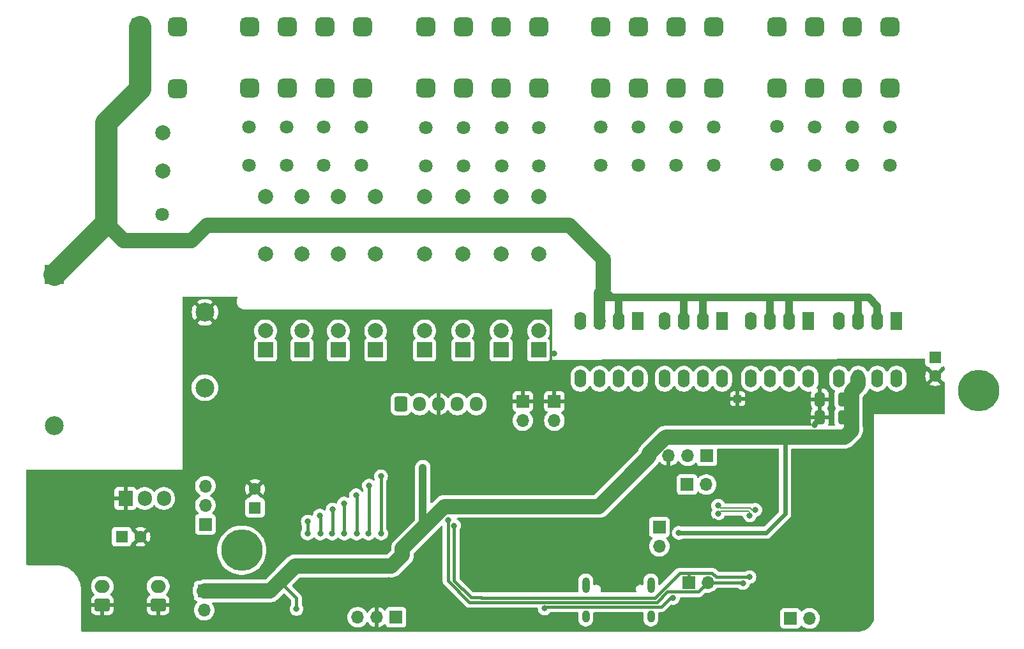
<source format=gbr>
%TF.GenerationSoftware,KiCad,Pcbnew,8.0.4*%
%TF.CreationDate,2024-09-08T16:09:12+02:00*%
%TF.ProjectId,hamodule,68616d6f-6475-46c6-952e-6b696361645f,20240908.24.8*%
%TF.SameCoordinates,Original*%
%TF.FileFunction,Copper,L4,Bot*%
%TF.FilePolarity,Positive*%
%FSLAX46Y46*%
G04 Gerber Fmt 4.6, Leading zero omitted, Abs format (unit mm)*
G04 Created by KiCad (PCBNEW 8.0.4) date 2024-09-08 16:09:12*
%MOMM*%
%LPD*%
G01*
G04 APERTURE LIST*
G04 Aperture macros list*
%AMRoundRect*
0 Rectangle with rounded corners*
0 $1 Rounding radius*
0 $2 $3 $4 $5 $6 $7 $8 $9 X,Y pos of 4 corners*
0 Add a 4 corners polygon primitive as box body*
4,1,4,$2,$3,$4,$5,$6,$7,$8,$9,$2,$3,0*
0 Add four circle primitives for the rounded corners*
1,1,$1+$1,$2,$3*
1,1,$1+$1,$4,$5*
1,1,$1+$1,$6,$7*
1,1,$1+$1,$8,$9*
0 Add four rect primitives between the rounded corners*
20,1,$1+$1,$2,$3,$4,$5,0*
20,1,$1+$1,$4,$5,$6,$7,0*
20,1,$1+$1,$6,$7,$8,$9,0*
20,1,$1+$1,$8,$9,$2,$3,0*%
G04 Aperture macros list end*
%TA.AperFunction,EtchedComponent*%
%ADD10C,0.000000*%
%TD*%
%TA.AperFunction,ComponentPad*%
%ADD11R,1.700000X1.700000*%
%TD*%
%TA.AperFunction,ComponentPad*%
%ADD12O,1.700000X1.700000*%
%TD*%
%TA.AperFunction,ComponentPad*%
%ADD13C,1.800000*%
%TD*%
%TA.AperFunction,ComponentPad*%
%ADD14RoundRect,0.250000X0.750000X-0.600000X0.750000X0.600000X-0.750000X0.600000X-0.750000X-0.600000X0*%
%TD*%
%TA.AperFunction,ComponentPad*%
%ADD15O,2.000000X1.700000*%
%TD*%
%TA.AperFunction,ComponentPad*%
%ADD16R,2.500000X2.500000*%
%TD*%
%TA.AperFunction,ComponentPad*%
%ADD17C,2.500000*%
%TD*%
%TA.AperFunction,ComponentPad*%
%ADD18R,1.905000X2.000000*%
%TD*%
%TA.AperFunction,ComponentPad*%
%ADD19O,1.905000X2.000000*%
%TD*%
%TA.AperFunction,ComponentPad*%
%ADD20RoundRect,0.625000X0.625000X0.625000X-0.625000X0.625000X-0.625000X-0.625000X0.625000X-0.625000X0*%
%TD*%
%TA.AperFunction,ComponentPad*%
%ADD21C,2.000000*%
%TD*%
%TA.AperFunction,ComponentPad*%
%ADD22R,1.600000X2.400000*%
%TD*%
%TA.AperFunction,ComponentPad*%
%ADD23O,1.600000X2.400000*%
%TD*%
%TA.AperFunction,ComponentPad*%
%ADD24R,1.600000X1.600000*%
%TD*%
%TA.AperFunction,ComponentPad*%
%ADD25C,1.600000*%
%TD*%
%TA.AperFunction,ComponentPad*%
%ADD26R,2.000000X2.000000*%
%TD*%
%TA.AperFunction,ComponentPad*%
%ADD27R,1.000000X1.000000*%
%TD*%
%TA.AperFunction,ComponentPad*%
%ADD28O,1.000000X2.100000*%
%TD*%
%TA.AperFunction,ComponentPad*%
%ADD29O,1.000000X1.600000*%
%TD*%
%TA.AperFunction,ComponentPad*%
%ADD30RoundRect,0.250000X-0.600000X-0.725000X0.600000X-0.725000X0.600000X0.725000X-0.600000X0.725000X0*%
%TD*%
%TA.AperFunction,ComponentPad*%
%ADD31O,1.700000X1.950000*%
%TD*%
%TA.AperFunction,ComponentPad*%
%ADD32C,5.500000*%
%TD*%
%TA.AperFunction,SMDPad,CuDef*%
%ADD33RoundRect,0.250000X0.412500X0.650000X-0.412500X0.650000X-0.412500X-0.650000X0.412500X-0.650000X0*%
%TD*%
%TA.AperFunction,SMDPad,CuDef*%
%ADD34C,2.000000*%
%TD*%
%TA.AperFunction,ViaPad*%
%ADD35C,0.800000*%
%TD*%
%TA.AperFunction,Conductor*%
%ADD36C,1.000000*%
%TD*%
%TA.AperFunction,Conductor*%
%ADD37C,2.000000*%
%TD*%
%TA.AperFunction,Conductor*%
%ADD38C,0.400000*%
%TD*%
%TA.AperFunction,Conductor*%
%ADD39C,0.600000*%
%TD*%
%TA.AperFunction,Conductor*%
%ADD40C,3.000000*%
%TD*%
%TA.AperFunction,Conductor*%
%ADD41C,1.500000*%
%TD*%
%TA.AperFunction,Conductor*%
%ADD42C,0.200000*%
%TD*%
G04 APERTURE END LIST*
D10*
%TA.AperFunction,EtchedComponent*%
%TO.C,NT1*%
G36*
X77624000Y45468400D02*
G01*
X75624000Y45468400D01*
X75624000Y49468400D01*
X77624000Y49468400D01*
X77624000Y45468400D01*
G37*
%TD.AperFunction*%
%TD*%
D11*
%TO.P,J5,1,Pin_1*%
%TO.N,3.3V+*%
X23674000Y5448400D03*
D12*
%TO.P,J5,2,Pin_2*%
%TO.N,Net-(J4-Pin_2)*%
X23674000Y2908400D03*
%TD*%
D13*
%TO.P,RV1,1*%
%TO.N,220VAC(N)*%
X10626400Y57005330D03*
%TO.P,RV1,2*%
%TO.N,220VAC(L)*%
X18126400Y55372000D03*
%TD*%
D14*
%TO.P,J1,1,Pin_1*%
%TO.N,GND*%
X17574000Y3568700D03*
D15*
%TO.P,J1,2,Pin_2*%
%TO.N,5V+*%
X17574000Y6068700D03*
%TD*%
D16*
%TO.P,PS1,1,VAC_IN(N)*%
%TO.N,220VAC(N)*%
X3780000Y47421800D03*
D17*
%TO.P,PS1,5,VAC_IN(L)*%
%TO.N,220VAC(L)*%
X3780000Y27421800D03*
%TO.P,PS1,7,+VOUT*%
%TO.N,5V+_PS*%
X23780000Y32421800D03*
%TO.P,PS1,9,-VOUT*%
%TO.N,GND*%
X23780000Y42421800D03*
%TD*%
D18*
%TO.P,U1,1,GND*%
%TO.N,GND*%
X13242700Y17729200D03*
D19*
%TO.P,U1,2,VO*%
%TO.N,Net-(J4-Pin_2)*%
X15782700Y17729200D03*
%TO.P,U1,3,VI*%
%TO.N,5V+*%
X18322700Y17729200D03*
%TD*%
D20*
%TO.P,J15,1,1*%
%TO.N,Net-(F13-Pad2)*%
X44691800Y72136000D03*
%TO.P,J15,2,2*%
X44691800Y80335999D03*
%TO.P,J15,3,3*%
%TO.N,Net-(F12-Pad2)*%
X39691800Y72136000D03*
%TO.P,J15,4,4*%
X39691800Y80335999D03*
%TO.P,J15,5,5*%
%TO.N,Net-(F11-Pad2)*%
X34691800Y72136000D03*
%TO.P,J15,6,6*%
X34691800Y80335999D03*
%TO.P,J15,7,7*%
%TO.N,Net-(F10-Pad2)*%
X29691800Y72136000D03*
%TO.P,J15,8,8*%
X29691800Y80335999D03*
%TD*%
%TO.P,J2,1,1*%
%TO.N,Net-(F1-Pad1)*%
X20144000Y72112401D03*
%TO.P,J2,2,2*%
X20144000Y80312400D03*
%TO.P,J2,3,3*%
%TO.N,220VAC(N)*%
X15144000Y72112401D03*
%TO.P,J2,4,4*%
X15144000Y80312400D03*
%TD*%
%TO.P,J7,1,1*%
%TO.N,Net-(F2-Pad2)*%
X91264000Y72140201D03*
%TO.P,J7,2,2*%
X91264000Y80340200D03*
%TO.P,J7,3,3*%
%TO.N,Net-(F3-Pad2)*%
X86264000Y72140201D03*
%TO.P,J7,4,4*%
X86264000Y80340200D03*
%TO.P,J7,5,5*%
%TO.N,Net-(F4-Pad2)*%
X81264000Y72140201D03*
%TO.P,J7,6,6*%
X81264000Y80340200D03*
%TO.P,J7,7,7*%
%TO.N,Net-(F5-Pad2)*%
X76264000Y72140201D03*
%TO.P,J7,8,8*%
X76264000Y80340200D03*
%TD*%
D21*
%TO.P,F1,1*%
%TO.N,Net-(F1-Pad1)*%
X18161000Y66243200D03*
%TO.P,F1,2*%
%TO.N,220VAC(L)*%
X18151000Y61163200D03*
%TD*%
D22*
%TO.P,U4,1*%
%TO.N,Net-(R23-Pad2)*%
X115513178Y41232282D03*
D23*
%TO.P,U4,2*%
%TO.N,220VAC(N)-LowV*%
X112973178Y41232282D03*
%TO.P,U4,3*%
X110433178Y41232282D03*
%TO.P,U4,4*%
%TO.N,Net-(R24-Pad2)*%
X107893178Y41232282D03*
%TO.P,U4,5*%
%TO.N,Net-(U9-A2)*%
X107893178Y33612282D03*
%TO.P,U4,6*%
%TO.N,3.3V+*%
X110433178Y33612282D03*
%TO.P,U4,7*%
X112973178Y33612282D03*
%TO.P,U4,8*%
%TO.N,Net-(U9-A1)*%
X115513178Y33612282D03*
%TD*%
D22*
%TO.P,U7,1*%
%TO.N,Net-(R19-Pad2)*%
X81205300Y41228800D03*
D23*
%TO.P,U7,2*%
%TO.N,220VAC(N)-LowV*%
X78665300Y41228800D03*
%TO.P,U7,3*%
X76125300Y41228800D03*
%TO.P,U7,4*%
%TO.N,Net-(R20-Pad2)*%
X73585300Y41228800D03*
%TO.P,U7,5*%
%TO.N,Net-(J19-Pin_2)*%
X73585300Y33608800D03*
%TO.P,U7,6*%
%TO.N,3.3V+*%
X76125300Y33608800D03*
%TO.P,U7,7*%
X78665300Y33608800D03*
%TO.P,U7,8*%
%TO.N,Net-(U9-A7)*%
X81205300Y33608800D03*
%TD*%
D22*
%TO.P,U6,1*%
%TO.N,Net-(R21-Pad2)*%
X92381300Y41228800D03*
D23*
%TO.P,U6,2*%
%TO.N,220VAC(N)-LowV*%
X89841300Y41228800D03*
%TO.P,U6,3*%
X87301300Y41228800D03*
%TO.P,U6,4*%
%TO.N,Net-(R22-Pad2)*%
X84761300Y41228800D03*
%TO.P,U6,5*%
%TO.N,Net-(U9-A6)*%
X84761300Y33608800D03*
%TO.P,U6,6*%
%TO.N,3.3V+*%
X87301300Y33608800D03*
%TO.P,U6,7*%
X89841300Y33608800D03*
%TO.P,U6,8*%
%TO.N,Net-(U9-A5)*%
X92381300Y33608800D03*
%TD*%
D15*
%TO.P,J4,2,Pin_2*%
%TO.N,Net-(J4-Pin_2)*%
X10174000Y6068700D03*
D14*
%TO.P,J4,1,Pin_1*%
%TO.N,GND*%
X10174000Y3568700D03*
%TD*%
D11*
%TO.P,J10,1,Pin_1*%
%TO.N,RXD0*%
X101429402Y1808701D03*
D12*
%TO.P,J10,2,Pin_2*%
%TO.N,TXD0*%
X103969402Y1808701D03*
%TD*%
D11*
%TO.P,J19,1,Pin_1*%
%TO.N,GND*%
X70124000Y30608400D03*
D12*
%TO.P,J19,2,Pin_2*%
%TO.N,Net-(J19-Pin_2)*%
X70124000Y28068400D03*
%TD*%
D24*
%TO.P,C19,1*%
%TO.N,Net-(JP1-B)*%
X120624000Y36468400D03*
D25*
%TO.P,C19,2*%
%TO.N,GND*%
X120624000Y33968400D03*
%TD*%
D11*
%TO.P,J14,1,Pin_1*%
%TO.N,GPIO15*%
X90364000Y23368400D03*
D12*
%TO.P,J14,2,Pin_2*%
%TO.N,GPIO7*%
X87824000Y23368400D03*
%TO.P,J14,3,Pin_3*%
%TO.N,GND*%
X85284000Y23368400D03*
%TO.P,J14,4,Pin_4*%
%TO.N,3.3V+*%
X82744000Y23368400D03*
%TD*%
D20*
%TO.P,J6,1,1*%
%TO.N,Net-(F6-Pad2)*%
X114621702Y72140201D03*
%TO.P,J6,2,2*%
X114621702Y80340200D03*
%TO.P,J6,3,3*%
%TO.N,Net-(F7-Pad2)*%
X109621702Y72140201D03*
%TO.P,J6,4,4*%
X109621702Y80340200D03*
%TO.P,J6,5,5*%
%TO.N,Net-(F8-Pad2)*%
X104621702Y72140201D03*
%TO.P,J6,6,6*%
X104621702Y80340200D03*
%TO.P,J6,7,7*%
%TO.N,Net-(F9-Pad2)*%
X99621702Y72140201D03*
%TO.P,J6,8,8*%
X99621702Y80340200D03*
%TD*%
%TO.P,J16,1,1*%
%TO.N,Net-(F17-Pad2)*%
X68059800Y72136000D03*
%TO.P,J16,2,2*%
X68059800Y80335999D03*
%TO.P,J16,3,3*%
%TO.N,Net-(F16-Pad2)*%
X63059800Y72136000D03*
%TO.P,J16,4,4*%
X63059800Y80335999D03*
%TO.P,J16,5,5*%
%TO.N,Net-(F15-Pad2)*%
X58059800Y72136000D03*
%TO.P,J16,6,6*%
X58059800Y80335999D03*
%TO.P,J16,7,7*%
%TO.N,Net-(F14-Pad2)*%
X53059800Y72136000D03*
%TO.P,J16,8,8*%
X53059800Y80335999D03*
%TD*%
D13*
%TO.P,F15,1*%
%TO.N,Net-(F15-Pad1)*%
X58026800Y61849000D03*
%TO.P,F15,2*%
%TO.N,Net-(F15-Pad2)*%
X58026800Y66929000D03*
%TD*%
D26*
%TO.P,K5,1*%
%TO.N,Net-(U11-O5)*%
X52911000Y37424500D03*
D21*
%TO.P,K5,2*%
%TO.N,5V+*%
X52911000Y39964500D03*
%TO.P,K5,3*%
%TO.N,220VAC(L)*%
X52911000Y50124500D03*
%TO.P,K5,4*%
%TO.N,Net-(F14-Pad1)*%
X52911000Y57744500D03*
%TD*%
D11*
%TO.P,J12,1,Pin_1*%
%TO.N,GPIO3*%
X87724000Y19568400D03*
D12*
%TO.P,J12,2,Pin_2*%
%TO.N,GPIO9*%
X90264000Y19568400D03*
%TD*%
D13*
%TO.P,F4,1*%
%TO.N,Net-(F4-Pad1)*%
X81228000Y61952500D03*
%TO.P,F4,2*%
%TO.N,Net-(F4-Pad2)*%
X81228000Y67032500D03*
%TD*%
D24*
%TO.P,C18,1*%
%TO.N,5V+_PS*%
X30424000Y16486020D03*
D25*
%TO.P,C18,2*%
%TO.N,GND*%
X30424000Y18986020D03*
%TD*%
D26*
%TO.P,K6,1*%
%TO.N,Net-(U11-O6)*%
X57991000Y37424500D03*
D21*
%TO.P,K6,2*%
%TO.N,5V+*%
X57991000Y39964500D03*
%TO.P,K6,3*%
%TO.N,220VAC(L)*%
X57991000Y50124500D03*
%TO.P,K6,4*%
%TO.N,Net-(F15-Pad1)*%
X57991000Y57744500D03*
%TD*%
D13*
%TO.P,F2,1*%
%TO.N,Net-(F2-Pad1)*%
X91286400Y61952500D03*
%TO.P,F2,2*%
%TO.N,Net-(F2-Pad2)*%
X91286400Y67032500D03*
%TD*%
D11*
%TO.P,J17,1,Pin_1*%
%TO.N,GND*%
X65924000Y30608400D03*
D12*
%TO.P,J17,2,Pin_2*%
%TO.N,Net-(J17-Pin_2)*%
X65924000Y28068400D03*
%TD*%
D11*
%TO.P,J13,1,Pin_1*%
%TO.N,GPIO12*%
X84039402Y13923701D03*
D12*
%TO.P,J13,2,Pin_2*%
%TO.N,GPIO13*%
X84039402Y11383701D03*
%TD*%
D13*
%TO.P,F7,1*%
%TO.N,Net-(F7-Pad1)*%
X109626400Y61950600D03*
%TO.P,F7,2*%
%TO.N,Net-(F7-Pad2)*%
X109626400Y67030600D03*
%TD*%
D11*
%TO.P,J11,1,Pin_1*%
%TO.N,SDA*%
X87929800Y6578600D03*
D12*
%TO.P,J11,2,Pin_2*%
%TO.N,SCL*%
X90469800Y6578600D03*
%TD*%
D27*
%TO.P,TP1,1,1*%
%TO.N,GND*%
X94424000Y30968400D03*
%TD*%
D13*
%TO.P,F8,1*%
%TO.N,Net-(F8-Pad1)*%
X104621800Y61950600D03*
%TO.P,F8,2*%
%TO.N,Net-(F8-Pad2)*%
X104621800Y67030600D03*
%TD*%
%TO.P,F13,1*%
%TO.N,Net-(F13-Pad1)*%
X44532300Y61935500D03*
%TO.P,F13,2*%
%TO.N,Net-(F13-Pad2)*%
X44532300Y67015500D03*
%TD*%
D22*
%TO.P,U5,1*%
%TO.N,Net-(R25-Pad2)*%
X103829178Y41232282D03*
D23*
%TO.P,U5,2*%
%TO.N,220VAC(N)-LowV*%
X101289178Y41232282D03*
%TO.P,U5,3*%
X98749178Y41232282D03*
%TO.P,U5,4*%
%TO.N,Net-(R26-Pad2)*%
X96209178Y41232282D03*
%TO.P,U5,5*%
%TO.N,Net-(U9-A4)*%
X96209178Y33612282D03*
%TO.P,U5,6*%
%TO.N,3.3V+*%
X98749178Y33612282D03*
%TO.P,U5,7*%
X101289178Y33612282D03*
%TO.P,U5,8*%
%TO.N,Net-(U9-A3)*%
X103829178Y33612282D03*
%TD*%
D11*
%TO.P,J8,1,Pin_1*%
%TO.N,Net-(D4-DOUT)*%
X49116800Y1966700D03*
D12*
%TO.P,J8,2,Pin_2*%
%TO.N,GND*%
X46576800Y1966700D03*
%TO.P,J8,3,Pin_3*%
%TO.N,5V+*%
X44036800Y1966700D03*
%TD*%
D13*
%TO.P,F14,1*%
%TO.N,Net-(F14-Pad1)*%
X53073800Y61849000D03*
%TO.P,F14,2*%
%TO.N,Net-(F14-Pad2)*%
X53073800Y66929000D03*
%TD*%
D28*
%TO.P,J3,S1,SHIELD*%
%TO.N,Net-(J3-SHIELD)*%
X74285402Y6222801D03*
D29*
X74285402Y2042801D03*
D28*
X82925402Y6222801D03*
D29*
X82925402Y2042801D03*
%TD*%
D30*
%TO.P,J9,1,Pin_1*%
%TO.N,5V+*%
X49762400Y30243000D03*
D31*
%TO.P,J9,2,Pin_2*%
%TO.N,3.3V+*%
X52262400Y30243000D03*
%TO.P,J9,3,Pin_3*%
%TO.N,GND*%
X54762400Y30243000D03*
%TO.P,J9,4,Pin_4*%
%TO.N,SCL*%
X57262400Y30243000D03*
%TO.P,J9,5,Pin_5*%
%TO.N,SDA*%
X59762400Y30243000D03*
%TD*%
D11*
%TO.P,SW1,1,A*%
%TO.N,VBUS*%
X23834000Y14298400D03*
D12*
%TO.P,SW1,2,B*%
%TO.N,5V+*%
X23834000Y16838400D03*
%TO.P,SW1,3,C*%
%TO.N,5V+_PS*%
X23834000Y19378400D03*
%TD*%
D13*
%TO.P,F6,1*%
%TO.N,Net-(F6-Pad1)*%
X114604800Y61950600D03*
%TO.P,F6,2*%
%TO.N,Net-(F6-Pad2)*%
X114604800Y67030600D03*
%TD*%
%TO.P,F3,1*%
%TO.N,Net-(F3-Pad1)*%
X86257200Y61952500D03*
%TO.P,F3,2*%
%TO.N,Net-(F3-Pad2)*%
X86257200Y67032500D03*
%TD*%
%TO.P,F16,1*%
%TO.N,Net-(F16-Pad1)*%
X63106800Y61849000D03*
%TO.P,F16,2*%
%TO.N,Net-(F16-Pad2)*%
X63106800Y66929000D03*
%TD*%
D32*
%TO.P,H5,1,1*%
%TO.N,unconnected-(H5-Pad1)*%
X28664000Y10858400D03*
%TD*%
D26*
%TO.P,K1,1*%
%TO.N,Net-(U11-O1)*%
X31818300Y37424500D03*
D21*
%TO.P,K1,2*%
%TO.N,5V+*%
X31818300Y39964500D03*
%TO.P,K1,3*%
%TO.N,220VAC(L)*%
X31818300Y50124500D03*
%TO.P,K1,4*%
%TO.N,Net-(F10-Pad1)*%
X31818300Y57744500D03*
%TD*%
D26*
%TO.P,K2,1*%
%TO.N,Net-(U11-O2)*%
X36644300Y37424500D03*
D21*
%TO.P,K2,2*%
%TO.N,5V+*%
X36644300Y39964500D03*
%TO.P,K2,3*%
%TO.N,220VAC(L)*%
X36644300Y50124500D03*
%TO.P,K2,4*%
%TO.N,Net-(F11-Pad1)*%
X36644300Y57744500D03*
%TD*%
D13*
%TO.P,F11,1*%
%TO.N,Net-(F11-Pad1)*%
X34612300Y61935500D03*
%TO.P,F11,2*%
%TO.N,Net-(F11-Pad2)*%
X34612300Y67015500D03*
%TD*%
D26*
%TO.P,K4,1*%
%TO.N,Net-(U11-O4)*%
X46423300Y37424500D03*
D21*
%TO.P,K4,2*%
%TO.N,5V+*%
X46423300Y39964500D03*
%TO.P,K4,3*%
%TO.N,220VAC(L)*%
X46423300Y50124500D03*
%TO.P,K4,4*%
%TO.N,Net-(F13-Pad1)*%
X46423300Y57744500D03*
%TD*%
D26*
%TO.P,K7,1*%
%TO.N,Net-(U11-O7)*%
X63071000Y37424500D03*
D21*
%TO.P,K7,2*%
%TO.N,5V+*%
X63071000Y39964500D03*
%TO.P,K7,3*%
%TO.N,220VAC(L)*%
X63071000Y50124500D03*
%TO.P,K7,4*%
%TO.N,Net-(F16-Pad1)*%
X63071000Y57744500D03*
%TD*%
D26*
%TO.P,K8,1*%
%TO.N,Net-(U11-O8)*%
X68024000Y37424500D03*
D21*
%TO.P,K8,2*%
%TO.N,5V+*%
X68024000Y39964500D03*
%TO.P,K8,3*%
%TO.N,220VAC(L)*%
X68024000Y50124500D03*
%TO.P,K8,4*%
%TO.N,Net-(F17-Pad1)*%
X68024000Y57744500D03*
%TD*%
D26*
%TO.P,K3,1*%
%TO.N,Net-(U11-O3)*%
X41470300Y37424500D03*
D21*
%TO.P,K3,2*%
%TO.N,5V+*%
X41470300Y39964500D03*
%TO.P,K3,3*%
%TO.N,220VAC(L)*%
X41470300Y50124500D03*
%TO.P,K3,4*%
%TO.N,Net-(F12-Pad1)*%
X41470300Y57744500D03*
%TD*%
D32*
%TO.P,H4,1,1*%
%TO.N,unconnected-(H4-Pad1)*%
X126424000Y32080200D03*
%TD*%
D24*
%TO.P,C12,1*%
%TO.N,Net-(J4-Pin_2)*%
X12734700Y12649200D03*
D25*
%TO.P,C12,2*%
%TO.N,GND*%
X15234700Y12649200D03*
%TD*%
D13*
%TO.P,F9,1*%
%TO.N,Net-(F9-Pad1)*%
X99621800Y61980000D03*
%TO.P,F9,2*%
%TO.N,Net-(F9-Pad2)*%
X99621800Y67060000D03*
%TD*%
%TO.P,F5,1*%
%TO.N,Net-(F5-Pad1)*%
X76249600Y61952500D03*
%TO.P,F5,2*%
%TO.N,Net-(F5-Pad2)*%
X76249600Y67032500D03*
%TD*%
%TO.P,F17,1*%
%TO.N,Net-(F17-Pad1)*%
X68059800Y61849000D03*
%TO.P,F17,2*%
%TO.N,Net-(F17-Pad2)*%
X68059800Y66929000D03*
%TD*%
%TO.P,F10,1*%
%TO.N,Net-(F10-Pad1)*%
X29659300Y61935500D03*
%TO.P,F10,2*%
%TO.N,Net-(F10-Pad2)*%
X29659300Y67015500D03*
%TD*%
%TO.P,F12,1*%
%TO.N,Net-(F12-Pad1)*%
X39532300Y61935500D03*
%TO.P,F12,2*%
%TO.N,Net-(F12-Pad2)*%
X39532300Y67015500D03*
%TD*%
D33*
%TO.P,C2,1*%
%TO.N,3.3V+*%
X108449000Y30868400D03*
%TO.P,C2,2*%
%TO.N,GND*%
X105324000Y30868400D03*
%TD*%
D34*
%TO.P,NT1,1,1*%
%TO.N,220VAC(N)*%
X76624000Y49468400D03*
%TO.P,NT1,2,2*%
%TO.N,220VAC(N)-LowV*%
X76624000Y45468400D03*
%TD*%
D33*
%TO.P,C1,1*%
%TO.N,3.3V+*%
X108449000Y28468400D03*
%TO.P,C1,2*%
%TO.N,GND*%
X105324000Y28468400D03*
%TD*%
D35*
%TO.N,GND*%
X50974000Y15368400D03*
%TO.N,3.3V+*%
X52674000Y21818400D03*
%TO.N,GND*%
X54024000Y11818400D03*
X58324000Y10168400D03*
X58774000Y11918400D03*
%TO.N,3.3V+*%
X86624000Y13168400D03*
X80084000Y20708400D03*
X35924000Y3068400D03*
X65574000Y16668400D03*
X66724000Y16668400D03*
X109524000Y27068400D03*
X108413402Y26468400D03*
X49974000Y10218400D03*
%TO.N,IO0*%
X68834000Y3148200D03*
X85878497Y4522897D03*
%TO.N,GND*%
X17824000Y15668400D03*
X81224000Y17268400D03*
X111124000Y16968400D03*
X38624000Y25468400D03*
X111124000Y19968400D03*
X102124000Y15468400D03*
X64126204Y1920409D03*
X64010737Y5981663D03*
X96724000Y19868400D03*
X66924000Y18668400D03*
X105124000Y9468400D03*
X109624000Y19968400D03*
X31424000Y7568400D03*
X48124000Y6868400D03*
X102124000Y9468400D03*
X96724000Y17968400D03*
X108124000Y18468400D03*
X111124000Y9468400D03*
X67653400Y11268400D03*
X74974000Y14098701D03*
X76606400Y31267400D03*
X17220969Y8668400D03*
X97924000Y15368400D03*
X74774000Y12168400D03*
X45724000Y25768400D03*
X87706200Y29743400D03*
X17024000Y10068400D03*
X105024000Y7268400D03*
X65824000Y25743400D03*
X41324000Y25468400D03*
X28449000Y33568400D03*
X57774000Y24168400D03*
X73374000Y8018400D03*
X82324000Y14098701D03*
X57774000Y21168400D03*
X93624000Y2768400D03*
X111124000Y10968400D03*
X104668242Y27468399D03*
X43124000Y6790296D03*
X111524000Y29668400D03*
X105224000Y18468400D03*
X87824000Y10268400D03*
X111124000Y13968400D03*
X100624000Y10768400D03*
X49374000Y6868400D03*
X91324000Y18068400D03*
X100546400Y31216600D03*
X97224000Y8168400D03*
X6172200Y10109200D03*
X6146800Y12217400D03*
X82424000Y12268400D03*
X50874000Y4468400D03*
X78625400Y8862301D03*
X105445758Y23689201D03*
X111924000Y23968400D03*
X70124000Y36988400D03*
X103624000Y10968400D03*
X55212400Y18768400D03*
X109624000Y12668400D03*
X55212400Y27768400D03*
X87731600Y31242000D03*
X45724000Y24668400D03*
X111824000Y26968400D03*
X95124000Y14568400D03*
X67487800Y2032000D03*
X31524000Y1968400D03*
X96424000Y2768400D03*
X89357200Y29743400D03*
X100546400Y29718000D03*
X74324000Y18568400D03*
X103824000Y19868400D03*
X6124000Y16068400D03*
X78181200Y31216600D03*
X55212400Y21168400D03*
X95624000Y9568400D03*
X108124000Y7268400D03*
X6096000Y14198600D03*
X98924000Y2768400D03*
X97824000Y17168400D03*
X102124000Y12368400D03*
X74774000Y8318400D03*
X97224000Y10968400D03*
X57774000Y18768400D03*
X106624000Y10968400D03*
X89357200Y31267400D03*
X39824000Y6790296D03*
X83324000Y17268400D03*
X99224000Y19968400D03*
X99124000Y9568400D03*
X40402300Y890100D03*
X111524000Y31168400D03*
X81224000Y15326200D03*
X50224000Y26768400D03*
X100724000Y8168400D03*
X102224000Y18468400D03*
X35724000Y25468400D03*
X56724000Y4268400D03*
X99555800Y31216600D03*
X54124000Y26768400D03*
X82244849Y8547551D03*
X87424000Y17318400D03*
X109624000Y15468400D03*
X49824000Y23168400D03*
X88024000Y2184400D03*
X84024000Y8268400D03*
X28449000Y28293400D03*
X91324000Y14655101D03*
X85524000Y17268400D03*
X111224000Y6368400D03*
X55212400Y24068400D03*
X111924000Y24968400D03*
X91324000Y2768400D03*
X97024000Y14468400D03*
X70142600Y11268400D03*
X88824000Y3268400D03*
X108124000Y9468400D03*
X76606400Y29743400D03*
X106624000Y19868400D03*
X78130400Y29692600D03*
X36624000Y6790296D03*
X57150000Y1041400D03*
X99530400Y29692600D03*
%TO.N,SDA*%
X95986468Y7298201D03*
X56824000Y14118400D03*
%TO.N,SCL*%
X95129402Y6498701D03*
X56024000Y14886600D03*
%TO.N,/ESP-D+*%
X96038170Y15477469D03*
X91853360Y15726201D03*
%TO.N,/ESP-D-*%
X91853360Y16776201D03*
X96780634Y16219933D03*
%TO.N,Net-(U11-I2)*%
X37424000Y14663896D03*
X37396000Y13063896D03*
%TO.N,Net-(U11-I3)*%
X39072400Y13063896D03*
X39024000Y15463896D03*
%TO.N,Net-(U11-I4)*%
X40647200Y13064296D03*
X40724000Y16263896D03*
%TO.N,Net-(U11-I5)*%
X42272800Y13063896D03*
X42224000Y17063896D03*
%TO.N,Net-(U11-I6)*%
X43824000Y18168400D03*
X43887000Y13063896D03*
%TO.N,Net-(U11-I7)*%
X45524000Y19438400D03*
X45473200Y13063896D03*
%TO.N,Net-(U11-I8)*%
X47124000Y20668400D03*
X47149600Y13064296D03*
%TD*%
D36*
%TO.N,3.3V+*%
X52674000Y14368400D02*
X52958529Y14083871D01*
D37*
X52958529Y14083871D02*
X49974000Y11099342D01*
X55543058Y16668400D02*
X52958529Y14083871D01*
D36*
X52674000Y21818400D02*
X52674000Y14368400D01*
D37*
X49974000Y11099342D02*
X49974000Y10218400D01*
X57824000Y16668400D02*
X55543058Y16668400D01*
X78234000Y18858400D02*
X80084000Y20708400D01*
X76044000Y16668400D02*
X78234000Y18858400D01*
X61024000Y16668400D02*
X57824000Y16668400D01*
X61024000Y16668400D02*
X76044000Y16668400D01*
X66724000Y16668400D02*
X61024000Y16668400D01*
D38*
%TO.N,SCL*%
X56024000Y6778000D02*
X56024000Y14886600D01*
X58853800Y3948200D02*
X56024000Y6778000D01*
X85084302Y5328600D02*
X83703902Y3948200D01*
X89219800Y5328600D02*
X85084302Y5328600D01*
X83703902Y3948200D02*
X58853800Y3948200D01*
X90469800Y6578600D02*
X89219800Y5328600D01*
%TO.N,SDA*%
X60444200Y4548200D02*
X60424000Y4568400D01*
X59082128Y4568400D02*
X56824000Y6826528D01*
X85799787Y6892613D02*
X83455373Y4548200D01*
X86735774Y7828600D02*
X85799787Y6892613D01*
X60424000Y4568400D02*
X59082128Y4568400D01*
X87924000Y7828600D02*
X86735774Y7828600D01*
X83455373Y4548200D02*
X60444200Y4548200D01*
X56824000Y6826528D02*
X56824000Y14118400D01*
D37*
%TO.N,3.3V+*%
X49974000Y10218400D02*
X48524000Y8768400D01*
X40824000Y8768400D02*
X42424000Y8768400D01*
X35761400Y8768400D02*
X40824000Y8768400D01*
X48524000Y8768400D02*
X40824000Y8768400D01*
X35724000Y8768400D02*
X32404000Y5448400D01*
D39*
X100724000Y15668400D02*
X100724000Y20341193D01*
D37*
X80084000Y20708400D02*
X82744000Y23368400D01*
X32404000Y5448400D02*
X23674000Y5448400D01*
D38*
X35924000Y3068400D02*
X35924000Y4531000D01*
D37*
X84884862Y25868400D02*
X82744000Y23727538D01*
D39*
X100724000Y25668400D02*
X100924000Y25868400D01*
D37*
X82744000Y23727538D02*
X82744000Y23368400D01*
X110433178Y32799720D02*
X109512800Y31879342D01*
X110433178Y33612282D02*
X110433178Y32799720D01*
D39*
X86624000Y13168400D02*
X98224000Y13168400D01*
D37*
X109524000Y26743400D02*
X108649000Y25868400D01*
X109524000Y27068400D02*
X109524000Y26743400D01*
X100924000Y25868400D02*
X84884862Y25868400D01*
X33724000Y6731000D02*
X35761400Y8768400D01*
X109512800Y31879342D02*
X109512800Y27079600D01*
D38*
X35924000Y4531000D02*
X33724000Y6731000D01*
D37*
X42424000Y8768400D02*
X35724000Y8768400D01*
D39*
X98224000Y13168400D02*
X100724000Y15668400D01*
D37*
X109512800Y27079600D02*
X109524000Y27068400D01*
X108649000Y25868400D02*
X100924000Y25868400D01*
D39*
X100724000Y20341193D02*
X100724000Y25668400D01*
D37*
%TO.N,220VAC(N)*%
X10626400Y54268200D02*
X12922600Y51972000D01*
D40*
X10626400Y67594801D02*
X10626400Y57005330D01*
D37*
X24016240Y54000400D02*
X72092000Y54000400D01*
D40*
X15144000Y72112401D02*
X10626400Y67594801D01*
D37*
X21987840Y51972000D02*
X24016240Y54000400D01*
D40*
X10626400Y57005330D02*
X10626400Y54268200D01*
X10626400Y54268200D02*
X3780000Y47421800D01*
X15144000Y72112401D02*
X15144000Y80312400D01*
D37*
X72092000Y54000400D02*
X76624000Y49468400D01*
X12922600Y51972000D02*
X21987840Y51972000D01*
D38*
%TO.N,IO0*%
X85478497Y4522897D02*
X85878497Y4522897D01*
X69034000Y3348200D02*
X84303800Y3348200D01*
X84303800Y3348200D02*
X85478497Y4522897D01*
X68834000Y3148200D02*
X69034000Y3348200D01*
D39*
%TO.N,GND*%
X104668242Y27468399D02*
X104668242Y27812642D01*
X104668242Y27812642D02*
X105324000Y28468400D01*
D38*
%TO.N,SDA*%
X91554399Y7298201D02*
X91024000Y7828600D01*
X90524000Y7828600D02*
X87924000Y7828600D01*
X91024000Y7828600D02*
X90524000Y7828600D01*
X87924000Y7828600D02*
X87924000Y6584400D01*
X87924000Y6584400D02*
X87929800Y6578600D01*
X95986468Y7298201D02*
X91554399Y7298201D01*
%TO.N,SCL*%
X95049503Y6578600D02*
X95129402Y6498701D01*
X90469800Y6578600D02*
X95049503Y6578600D01*
D36*
%TO.N,220VAC(N)-LowV*%
X111798600Y44399200D02*
X112967000Y43230800D01*
X112967000Y43230800D02*
X112967000Y41238460D01*
X110433178Y44367622D02*
X110401600Y44399200D01*
X87301300Y44360100D02*
X87262200Y44399200D01*
X112967000Y41238460D02*
X112973178Y41232282D01*
X87262200Y44399200D02*
X78677000Y44399200D01*
X101232200Y44399200D02*
X110401600Y44399200D01*
X77718600Y44373800D02*
X76721200Y44373800D01*
X78651600Y44373800D02*
X77718600Y44373800D01*
X101289178Y44342222D02*
X101232200Y44399200D01*
X89954600Y44399200D02*
X98793800Y44399200D01*
D41*
X76202902Y41306402D02*
X76125300Y41228800D01*
D36*
X78677000Y44399200D02*
X78668101Y44390301D01*
X77718600Y44373800D02*
X76624000Y45468400D01*
X98749178Y41232282D02*
X98749178Y44354578D01*
X78665300Y41228800D02*
X78665300Y44387500D01*
X87301300Y41228800D02*
X87301300Y44360100D01*
X78665300Y44387500D02*
X78677000Y44399200D01*
X89841300Y41228800D02*
X89841300Y44285900D01*
X76721200Y44373800D02*
X76125300Y44969700D01*
X98749178Y44354578D02*
X98793800Y44399200D01*
X89841300Y44285900D02*
X89954600Y44399200D01*
X110401600Y44399200D02*
X111798600Y44399200D01*
D41*
X76125300Y41228800D02*
X76125300Y44969700D01*
D36*
X101289178Y41232282D02*
X101289178Y44342222D01*
X110433178Y41232282D02*
X110433178Y44367622D01*
X87262200Y44399200D02*
X89954600Y44399200D01*
X78677000Y44399200D02*
X78651600Y44373800D01*
X98793800Y44399200D02*
X101232200Y44399200D01*
D41*
X76125300Y44969700D02*
X76624000Y45468400D01*
D42*
%TO.N,/ESP-D+*%
X92153359Y16026200D02*
X95913704Y16026200D01*
X91853360Y15726201D02*
X92153359Y16026200D01*
X95913704Y16026200D02*
X96038170Y15901734D01*
X96038170Y15901734D02*
X96038170Y15477469D01*
%TO.N,/ESP-D-*%
X96100100Y16476202D02*
X96356369Y16219933D01*
X96356369Y16219933D02*
X96780634Y16219933D01*
X91853360Y16776201D02*
X92153359Y16476202D01*
X92153359Y16476202D02*
X96100100Y16476202D01*
D38*
%TO.N,Net-(U11-I2)*%
X37396000Y13063896D02*
X37396000Y14635896D01*
X37396000Y14635896D02*
X37424000Y14663896D01*
%TO.N,Net-(U11-I3)*%
X39072400Y13063896D02*
X39072400Y15415496D01*
X39072400Y15415496D02*
X39024000Y15463896D01*
%TO.N,Net-(U11-I4)*%
X40724000Y13141096D02*
X40647200Y13064296D01*
X40724000Y16263896D02*
X40724000Y13141096D01*
%TO.N,Net-(U11-I5)*%
X42272800Y13063896D02*
X42272800Y17015096D01*
X42272800Y17015096D02*
X42224000Y17063896D01*
%TO.N,Net-(U11-I6)*%
X43887000Y13063896D02*
X43887000Y18105400D01*
X43887000Y18105400D02*
X43824000Y18168400D01*
%TO.N,Net-(U11-I7)*%
X45524000Y19438400D02*
X45524000Y13114696D01*
X45524000Y13114696D02*
X45473200Y13063896D01*
%TO.N,Net-(U11-I8)*%
X47149600Y20642800D02*
X47124000Y20668400D01*
X47149600Y13064296D02*
X47149600Y20642800D01*
%TD*%
%TA.AperFunction,Conductor*%
%TO.N,GND*%
G36*
X27999524Y44511521D02*
G01*
X28066522Y44491699D01*
X28112169Y44438802D01*
X28121972Y44369624D01*
X28114596Y44344946D01*
X28115553Y44344597D01*
X28047241Y44156916D01*
X28013500Y43965559D01*
X28013500Y43771242D01*
X28047241Y43579885D01*
X28113700Y43397293D01*
X28113703Y43397286D01*
X28210858Y43229008D01*
X28335757Y43080158D01*
X28484607Y42955259D01*
X28484608Y42955258D01*
X28484610Y42955257D01*
X28652890Y42858101D01*
X28835484Y42791642D01*
X29026844Y42757900D01*
X29026846Y42757900D01*
X69321154Y42757900D01*
X69321156Y42757900D01*
X69512516Y42791642D01*
X69663492Y42846594D01*
X69733219Y42851026D01*
X69794275Y42817056D01*
X69827273Y42755469D01*
X69829902Y42730270D01*
X69840033Y36375863D01*
X69840400Y36145800D01*
X82848300Y36183500D01*
X95856200Y36221200D01*
X119191143Y36288831D01*
X119258237Y36269341D01*
X119304145Y36216670D01*
X119315500Y36164832D01*
X119315500Y35619746D01*
X119322011Y35559198D01*
X119322011Y35559196D01*
X119373111Y35422196D01*
X119460739Y35305139D01*
X119577796Y35217511D01*
X119714799Y35166411D01*
X119742050Y35163482D01*
X119775345Y35159901D01*
X119775360Y35159901D01*
X119775362Y35159900D01*
X119775364Y35159900D01*
X119778669Y35159723D01*
X119778659Y35159545D01*
X119778665Y35159544D01*
X119778653Y35159441D01*
X119778591Y35158272D01*
X119840084Y35140215D01*
X119885839Y35087411D01*
X119891519Y35054433D01*
X120577553Y34368400D01*
X120571339Y34368400D01*
X120469606Y34341141D01*
X120378394Y34288480D01*
X120303920Y34214006D01*
X120251259Y34122794D01*
X120224000Y34021061D01*
X120224000Y34014848D01*
X119544974Y34693874D01*
X119544973Y34693874D01*
X119493868Y34620888D01*
X119493866Y34620884D01*
X119397734Y34414727D01*
X119397730Y34414718D01*
X119338860Y34195011D01*
X119338858Y34195000D01*
X119319034Y33968403D01*
X119319034Y33968398D01*
X119338858Y33741801D01*
X119338860Y33741790D01*
X119397730Y33522083D01*
X119397735Y33522069D01*
X119493863Y33315922D01*
X119544974Y33242928D01*
X120224000Y33921954D01*
X120224000Y33915739D01*
X120251259Y33814006D01*
X120303920Y33722794D01*
X120378394Y33648320D01*
X120469606Y33595659D01*
X120571339Y33568400D01*
X120577553Y33568400D01*
X119898526Y32889375D01*
X119971513Y32838268D01*
X119971521Y32838264D01*
X120177668Y32742136D01*
X120177682Y32742131D01*
X120397389Y32683261D01*
X120397400Y32683259D01*
X120623998Y32663434D01*
X120624002Y32663434D01*
X120850599Y32683259D01*
X120850610Y32683261D01*
X121070317Y32742131D01*
X121070331Y32742136D01*
X121276478Y32838264D01*
X121349471Y32889376D01*
X120670447Y33568400D01*
X120676661Y33568400D01*
X120778394Y33595659D01*
X120869606Y33648320D01*
X120944080Y33722794D01*
X120996741Y33814006D01*
X121024000Y33915739D01*
X121024000Y33921953D01*
X121703024Y33242929D01*
X121737192Y33245918D01*
X121805692Y33232151D01*
X121855876Y33183536D01*
X121872000Y33122390D01*
X121872000Y29005400D01*
X121852315Y28938361D01*
X121799511Y28892606D01*
X121748000Y28881400D01*
X112547400Y28881400D01*
X112535857Y1583016D01*
X112524933Y1532177D01*
X112453438Y1373322D01*
X112446479Y1360063D01*
X112296218Y1111499D01*
X112287712Y1099176D01*
X112108581Y870533D01*
X112098651Y859325D01*
X111893275Y653949D01*
X111882067Y644019D01*
X111653424Y464888D01*
X111641101Y456382D01*
X111392536Y306120D01*
X111379277Y299161D01*
X111114406Y179952D01*
X111100410Y174645D01*
X110838346Y92982D01*
X110823115Y88236D01*
X110808577Y84653D01*
X110522876Y32296D01*
X110508010Y30491D01*
X110419687Y25149D01*
X110412229Y24923D01*
X7624827Y1722D01*
X7577346Y11161D01*
X7574113Y12500D01*
X7544333Y24836D01*
X7516300Y41021D01*
X7461533Y83046D01*
X7438645Y105934D01*
X7396621Y160700D01*
X7380435Y188734D01*
X7354019Y252508D01*
X7345641Y283776D01*
X7336477Y353383D01*
X7335416Y369523D01*
X7335238Y864631D01*
X7333583Y5456320D01*
X7333650Y5460375D01*
X7339065Y5624063D01*
X7316856Y5955405D01*
X7279694Y6175616D01*
X8665500Y6175616D01*
X8665500Y5961785D01*
X8698951Y5750583D01*
X8765026Y5547220D01*
X8765027Y5547217D01*
X8820976Y5437413D01*
X8862106Y5356691D01*
X8987794Y5183696D01*
X8987796Y5183694D01*
X9126070Y5045420D01*
X9159555Y4984097D01*
X9154571Y4914405D01*
X9112699Y4858472D01*
X9103486Y4852201D01*
X8955659Y4761020D01*
X8955655Y4761017D01*
X8831684Y4637046D01*
X8739643Y4487825D01*
X8739641Y4487820D01*
X8684494Y4321398D01*
X8684493Y4321391D01*
X8674000Y4218687D01*
X8674000Y3818700D01*
X9740988Y3818700D01*
X9708075Y3761693D01*
X9674000Y3634526D01*
X9674000Y3502874D01*
X9708075Y3375707D01*
X9740988Y3318700D01*
X8674001Y3318700D01*
X8674001Y2918714D01*
X8684494Y2816003D01*
X8739641Y2649581D01*
X8739643Y2649576D01*
X8831684Y2500355D01*
X8955654Y2376385D01*
X9104875Y2284344D01*
X9104880Y2284342D01*
X9271302Y2229195D01*
X9271309Y2229194D01*
X9374019Y2218701D01*
X9923999Y2218701D01*
X9924000Y2218702D01*
X9924000Y3135688D01*
X9981007Y3102775D01*
X10108174Y3068700D01*
X10239826Y3068700D01*
X10366993Y3102775D01*
X10424000Y3135688D01*
X10424000Y2218701D01*
X10973972Y2218701D01*
X10973986Y2218702D01*
X11076697Y2229195D01*
X11243119Y2284342D01*
X11243124Y2284344D01*
X11392345Y2376385D01*
X11516315Y2500355D01*
X11608356Y2649576D01*
X11608358Y2649581D01*
X11663505Y2816003D01*
X11663506Y2816010D01*
X11673999Y2918714D01*
X11674000Y2918727D01*
X11674000Y3318700D01*
X10607012Y3318700D01*
X10639925Y3375707D01*
X10674000Y3502874D01*
X10674000Y3634526D01*
X10639925Y3761693D01*
X10607012Y3818700D01*
X11673999Y3818700D01*
X11673999Y4218672D01*
X11673998Y4218687D01*
X11663505Y4321398D01*
X11608358Y4487820D01*
X11608356Y4487825D01*
X11516315Y4637046D01*
X11392344Y4761017D01*
X11392340Y4761020D01*
X11244513Y4852201D01*
X11197788Y4904149D01*
X11186567Y4973111D01*
X11214410Y5037193D01*
X11221907Y5045398D01*
X11360206Y5183696D01*
X11485894Y5356691D01*
X11582972Y5547217D01*
X11649049Y5750584D01*
X11682500Y5961784D01*
X11682500Y6175616D01*
X16065500Y6175616D01*
X16065500Y5961785D01*
X16098951Y5750583D01*
X16165026Y5547220D01*
X16165027Y5547217D01*
X16220976Y5437413D01*
X16262106Y5356691D01*
X16387794Y5183696D01*
X16387796Y5183694D01*
X16526070Y5045420D01*
X16559555Y4984097D01*
X16554571Y4914405D01*
X16512699Y4858472D01*
X16503486Y4852201D01*
X16355659Y4761020D01*
X16355655Y4761017D01*
X16231684Y4637046D01*
X16139643Y4487825D01*
X16139641Y4487820D01*
X16084494Y4321398D01*
X16084493Y4321391D01*
X16074000Y4218687D01*
X16074000Y3818700D01*
X17140988Y3818700D01*
X17108075Y3761693D01*
X17074000Y3634526D01*
X17074000Y3502874D01*
X17108075Y3375707D01*
X17140988Y3318700D01*
X16074001Y3318700D01*
X16074001Y2918714D01*
X16084494Y2816003D01*
X16139641Y2649581D01*
X16139643Y2649576D01*
X16231684Y2500355D01*
X16355654Y2376385D01*
X16504875Y2284344D01*
X16504880Y2284342D01*
X16671302Y2229195D01*
X16671309Y2229194D01*
X16774019Y2218701D01*
X17323999Y2218701D01*
X17324000Y2218702D01*
X17324000Y3135688D01*
X17381007Y3102775D01*
X17508174Y3068700D01*
X17639826Y3068700D01*
X17766993Y3102775D01*
X17824000Y3135688D01*
X17824000Y2218701D01*
X18373972Y2218701D01*
X18373986Y2218702D01*
X18476697Y2229195D01*
X18643119Y2284342D01*
X18643124Y2284344D01*
X18792345Y2376385D01*
X18916315Y2500355D01*
X19008356Y2649576D01*
X19008358Y2649581D01*
X19063505Y2816003D01*
X19063506Y2816010D01*
X19073999Y2918714D01*
X19074000Y2918727D01*
X19074000Y3318700D01*
X18007012Y3318700D01*
X18039925Y3375707D01*
X18074000Y3502874D01*
X18074000Y3634526D01*
X18039925Y3761693D01*
X18007012Y3818700D01*
X19073999Y3818700D01*
X19073999Y4218672D01*
X19073998Y4218687D01*
X19063505Y4321398D01*
X19008358Y4487820D01*
X19008356Y4487825D01*
X18916315Y4637046D01*
X18792344Y4761017D01*
X18792340Y4761020D01*
X18644513Y4852201D01*
X18597788Y4904149D01*
X18586567Y4973111D01*
X18614410Y5037193D01*
X18621907Y5045398D01*
X18760206Y5183696D01*
X18885894Y5356691D01*
X18982972Y5547217D01*
X18989441Y5567128D01*
X22165500Y5567128D01*
X22165500Y5329673D01*
X22202643Y5095159D01*
X22218805Y5045420D01*
X22276018Y4869337D01*
X22294212Y4833630D01*
X22301985Y4818374D01*
X22315500Y4762080D01*
X22315500Y4549746D01*
X22322011Y4489198D01*
X22322011Y4489196D01*
X22373111Y4352196D01*
X22460739Y4235139D01*
X22577796Y4147511D01*
X22629737Y4128138D01*
X22695595Y4103573D01*
X22751528Y4061701D01*
X22775944Y3996237D01*
X22761092Y3927964D01*
X22743490Y3903409D01*
X22598279Y3745670D01*
X22598276Y3745666D01*
X22475140Y3557193D01*
X22384703Y3351015D01*
X22329436Y3132772D01*
X22329434Y3132760D01*
X22310844Y2908406D01*
X22310844Y2908395D01*
X22329434Y2684041D01*
X22329436Y2684032D01*
X22384703Y2465786D01*
X22475140Y2259608D01*
X22598276Y2071135D01*
X22598284Y2071124D01*
X22750756Y1905498D01*
X22750761Y1905493D01*
X22809981Y1859400D01*
X22928424Y1767211D01*
X22928425Y1767211D01*
X22928427Y1767209D01*
X22974402Y1742329D01*
X23126426Y1660058D01*
X23339365Y1586956D01*
X23561431Y1549900D01*
X23786569Y1549900D01*
X24008635Y1586956D01*
X24221574Y1660058D01*
X24419576Y1767211D01*
X24597240Y1905494D01*
X24653590Y1966706D01*
X42673644Y1966706D01*
X42673644Y1966695D01*
X42692234Y1742341D01*
X42692236Y1742329D01*
X42747503Y1524086D01*
X42837940Y1317908D01*
X42961076Y1129435D01*
X42961084Y1129424D01*
X43113556Y963798D01*
X43113561Y963793D01*
X43158783Y928595D01*
X43291224Y825511D01*
X43291225Y825511D01*
X43291227Y825509D01*
X43417935Y756939D01*
X43489226Y718358D01*
X43702165Y645256D01*
X43924231Y608200D01*
X44149369Y608200D01*
X44371435Y645256D01*
X44584374Y718358D01*
X44782376Y825511D01*
X44960040Y963794D01*
X45065095Y1077913D01*
X45112515Y1129424D01*
X45112515Y1129425D01*
X45112522Y1129432D01*
X45206549Y1273353D01*
X45259694Y1318706D01*
X45328925Y1328130D01*
X45392261Y1298628D01*
X45411930Y1276652D01*
X45538690Y1095622D01*
X45705717Y928595D01*
X45899221Y793100D01*
X46113307Y693271D01*
X46113316Y693267D01*
X46326800Y636066D01*
X46326800Y1533688D01*
X46383807Y1500775D01*
X46510974Y1466700D01*
X46642626Y1466700D01*
X46769793Y1500775D01*
X46826800Y1533688D01*
X46826800Y636067D01*
X47040283Y693267D01*
X47040292Y693271D01*
X47254378Y793100D01*
X47447878Y928592D01*
X47563714Y1044428D01*
X47625037Y1077913D01*
X47694729Y1072929D01*
X47750663Y1031058D01*
X47767577Y1000081D01*
X47815910Y870497D01*
X47831628Y849500D01*
X47903539Y753439D01*
X48020596Y665811D01*
X48157599Y614711D01*
X48184850Y611782D01*
X48218145Y608201D01*
X48218162Y608200D01*
X50015438Y608200D01*
X50015454Y608201D01*
X50042492Y611109D01*
X50076001Y614711D01*
X50213004Y665811D01*
X50330061Y753439D01*
X50417689Y870496D01*
X50468789Y1007499D01*
X50472759Y1044428D01*
X50475299Y1068046D01*
X50475300Y1068063D01*
X50475300Y2865338D01*
X50475299Y2865355D01*
X50470670Y2908406D01*
X50468789Y2925901D01*
X50466022Y2933319D01*
X50439359Y3004806D01*
X50417689Y3062904D01*
X50330061Y3179961D01*
X50213004Y3267589D01*
X50076003Y3318689D01*
X50015454Y3325200D01*
X50015438Y3325200D01*
X48218162Y3325200D01*
X48218145Y3325200D01*
X48157597Y3318689D01*
X48157595Y3318689D01*
X48020595Y3267589D01*
X47903539Y3179961D01*
X47815911Y3062905D01*
X47767577Y2933319D01*
X47725705Y2877386D01*
X47660241Y2852970D01*
X47591968Y2867822D01*
X47563715Y2888973D01*
X47447882Y3004806D01*
X47254378Y3140301D01*
X47040292Y3240130D01*
X47040286Y3240133D01*
X46826800Y3297336D01*
X46826800Y2399712D01*
X46769793Y2432625D01*
X46642626Y2466700D01*
X46510974Y2466700D01*
X46383807Y2432625D01*
X46326800Y2399712D01*
X46326800Y3297336D01*
X46326799Y3297336D01*
X46113313Y3240133D01*
X46113307Y3240130D01*
X45899222Y3140301D01*
X45899220Y3140300D01*
X45705726Y3004814D01*
X45705720Y3004809D01*
X45538691Y2837780D01*
X45538690Y2837778D01*
X45411931Y2656748D01*
X45357354Y2613123D01*
X45287855Y2605931D01*
X45225501Y2637453D01*
X45206552Y2660044D01*
X45112522Y2803968D01*
X45112515Y2803975D01*
X45112515Y2803977D01*
X44960043Y2969603D01*
X44960038Y2969608D01*
X44782377Y3107888D01*
X44782372Y3107892D01*
X44584380Y3215039D01*
X44584377Y3215041D01*
X44584374Y3215042D01*
X44584371Y3215043D01*
X44584369Y3215044D01*
X44371437Y3288144D01*
X44149369Y3325200D01*
X43924231Y3325200D01*
X43702162Y3288144D01*
X43489230Y3215044D01*
X43489219Y3215039D01*
X43291227Y3107892D01*
X43291222Y3107888D01*
X43113561Y2969608D01*
X43113556Y2969603D01*
X42961084Y2803977D01*
X42961078Y2803968D01*
X42837940Y2615493D01*
X42747503Y2409315D01*
X42692236Y2191072D01*
X42692234Y2191060D01*
X42673644Y1966706D01*
X24653590Y1966706D01*
X24749722Y2071132D01*
X24872860Y2259609D01*
X24963296Y2465784D01*
X25018564Y2684032D01*
X25020463Y2706951D01*
X25037156Y2908395D01*
X25037156Y2908406D01*
X25018565Y3132760D01*
X25018563Y3132772D01*
X24985916Y3261693D01*
X24963296Y3351016D01*
X24872860Y3557191D01*
X24749722Y3745668D01*
X24749720Y3745670D01*
X24748147Y3748078D01*
X24727959Y3814968D01*
X24747138Y3882153D01*
X24799597Y3928304D01*
X24851955Y3939900D01*
X32280143Y3939900D01*
X32280167Y3939899D01*
X32285278Y3939899D01*
X32522721Y3939899D01*
X32522722Y3939899D01*
X32757241Y3977044D01*
X32983063Y4050418D01*
X33194627Y4158215D01*
X33386722Y4297780D01*
X33554620Y4465678D01*
X33554621Y4465680D01*
X33561681Y4472740D01*
X33561687Y4472747D01*
X34183304Y5094364D01*
X34244627Y5127849D01*
X34314319Y5122865D01*
X34358666Y5094364D01*
X35179181Y4273849D01*
X35212666Y4212526D01*
X35215500Y4186168D01*
X35215500Y3686862D01*
X35195815Y3619823D01*
X35188775Y3610603D01*
X35188779Y3610600D01*
X35184957Y3605341D01*
X35089473Y3439957D01*
X35089470Y3439950D01*
X35031551Y3261693D01*
X35030458Y3258328D01*
X35010496Y3068400D01*
X35030458Y2878472D01*
X35030459Y2878469D01*
X35089470Y2696851D01*
X35089473Y2696844D01*
X35184960Y2531456D01*
X35265390Y2442129D01*
X35304433Y2398767D01*
X35312747Y2389534D01*
X35467248Y2277282D01*
X35641712Y2199606D01*
X35828513Y2159900D01*
X36019487Y2159900D01*
X36206288Y2199606D01*
X36380752Y2277282D01*
X36535253Y2389534D01*
X36663040Y2531456D01*
X36758527Y2696844D01*
X36817542Y2878472D01*
X36837504Y3068400D01*
X36817542Y3258328D01*
X36758527Y3439956D01*
X36663040Y3605344D01*
X36663039Y3605346D01*
X36659221Y3610600D01*
X36660633Y3611627D01*
X36634118Y3666897D01*
X36632500Y3686862D01*
X36632500Y4600782D01*
X36632499Y4600786D01*
X36628657Y4620100D01*
X36605273Y4737662D01*
X36588117Y4779080D01*
X36575422Y4809728D01*
X36551867Y4866597D01*
X36551866Y4866599D01*
X36550037Y4869336D01*
X36474328Y4982642D01*
X36474325Y4982646D01*
X35379336Y6077634D01*
X35345851Y6138957D01*
X35350835Y6208649D01*
X35379336Y6252996D01*
X36349922Y7223581D01*
X36411245Y7257066D01*
X36437603Y7259900D01*
X40705278Y7259900D01*
X48400143Y7259900D01*
X48400167Y7259899D01*
X48405278Y7259899D01*
X48642721Y7259899D01*
X48642722Y7259899D01*
X48877241Y7297044D01*
X49103063Y7370418D01*
X49314627Y7478215D01*
X49351305Y7504863D01*
X49506722Y7617780D01*
X49674620Y7785678D01*
X49674621Y7785680D01*
X49681681Y7792740D01*
X49681687Y7792747D01*
X50949653Y9060713D01*
X50949660Y9060719D01*
X50956720Y9067779D01*
X50956722Y9067780D01*
X51124620Y9235678D01*
X51264185Y9427773D01*
X51371982Y9639337D01*
X51386647Y9684468D01*
X51429525Y9816434D01*
X51445357Y9865159D01*
X51475993Y10058585D01*
X51482501Y10099673D01*
X51482501Y10341523D01*
X51482500Y10341538D01*
X51482500Y10423139D01*
X51502185Y10490178D01*
X51518819Y10510820D01*
X55103819Y14095820D01*
X55165142Y14129305D01*
X55234834Y14124321D01*
X55290767Y14082449D01*
X55315184Y14016985D01*
X55315500Y14008139D01*
X55315500Y6708215D01*
X55339073Y6589704D01*
X55342726Y6571343D01*
X55342728Y6571335D01*
X55396135Y6442399D01*
X55396136Y6442396D01*
X55473671Y6326358D01*
X55473674Y6326354D01*
X58402154Y3397875D01*
X58402158Y3397872D01*
X58518200Y3320335D01*
X58593730Y3289050D01*
X58647138Y3266927D01*
X58690369Y3258328D01*
X58784014Y3239701D01*
X58784018Y3239700D01*
X58784019Y3239700D01*
X67799229Y3239700D01*
X67866268Y3220015D01*
X67912023Y3167211D01*
X67922549Y3128665D01*
X67940458Y2958272D01*
X67940459Y2958269D01*
X67999470Y2776651D01*
X67999473Y2776644D01*
X68094960Y2611256D01*
X68222747Y2469334D01*
X68377248Y2357082D01*
X68551712Y2279406D01*
X68738513Y2239700D01*
X68929487Y2239700D01*
X69116288Y2279406D01*
X69290752Y2357082D01*
X69445253Y2469334D01*
X69561709Y2598673D01*
X69621195Y2635321D01*
X69653859Y2639700D01*
X73165106Y2639700D01*
X73232145Y2620015D01*
X73277900Y2567211D01*
X73287844Y2498053D01*
X73286724Y2491510D01*
X73276902Y2442129D01*
X73276902Y1643468D01*
X73315656Y1448640D01*
X73315658Y1448632D01*
X73391679Y1265100D01*
X73391684Y1265091D01*
X73502048Y1099921D01*
X73502051Y1099917D01*
X73642517Y959451D01*
X73642521Y959448D01*
X73807691Y849084D01*
X73807697Y849081D01*
X73807698Y849080D01*
X73991233Y773057D01*
X74186068Y734302D01*
X74186072Y734301D01*
X74186073Y734301D01*
X74384732Y734301D01*
X74384733Y734302D01*
X74579571Y773057D01*
X74763106Y849080D01*
X74928283Y959448D01*
X75068755Y1099920D01*
X75179123Y1265097D01*
X75255146Y1448632D01*
X75293902Y1643472D01*
X75293902Y2442130D01*
X75284080Y2491510D01*
X75290309Y2561102D01*
X75333172Y2616278D01*
X75399062Y2639522D01*
X75405698Y2639700D01*
X81805106Y2639700D01*
X81872145Y2620015D01*
X81917900Y2567211D01*
X81927844Y2498053D01*
X81926724Y2491510D01*
X81916902Y2442129D01*
X81916902Y1643468D01*
X81955656Y1448640D01*
X81955658Y1448632D01*
X82031679Y1265100D01*
X82031684Y1265091D01*
X82142048Y1099921D01*
X82142051Y1099917D01*
X82282517Y959451D01*
X82282521Y959448D01*
X82447691Y849084D01*
X82447697Y849081D01*
X82447698Y849080D01*
X82631233Y773057D01*
X82826068Y734302D01*
X82826072Y734301D01*
X82826073Y734301D01*
X83024732Y734301D01*
X83024733Y734302D01*
X83219571Y773057D01*
X83403106Y849080D01*
X83568283Y959448D01*
X83708755Y1099920D01*
X83819123Y1265097D01*
X83895146Y1448632D01*
X83933902Y1643472D01*
X83933902Y2442130D01*
X83924080Y2491510D01*
X83930309Y2561102D01*
X83973172Y2616278D01*
X84039062Y2639522D01*
X84045698Y2639700D01*
X84373582Y2639700D01*
X84442021Y2653314D01*
X84442022Y2653314D01*
X84459286Y2656748D01*
X84510462Y2666927D01*
X84551757Y2684032D01*
X84608067Y2707356D01*
X100070902Y2707356D01*
X100070902Y910047D01*
X100077413Y849499D01*
X100077413Y849497D01*
X100105925Y773057D01*
X100128513Y712497D01*
X100216141Y595440D01*
X100333198Y507812D01*
X100470201Y456712D01*
X100497452Y453783D01*
X100530747Y450202D01*
X100530764Y450201D01*
X102328040Y450201D01*
X102328056Y450202D01*
X102355094Y453110D01*
X102388603Y456712D01*
X102525606Y507812D01*
X102642663Y595440D01*
X102730291Y712497D01*
X102775540Y833814D01*
X102817411Y889745D01*
X102882876Y914162D01*
X102951148Y899310D01*
X102982947Y874465D01*
X103046162Y805795D01*
X103223826Y667512D01*
X103223827Y667512D01*
X103223829Y667510D01*
X103267237Y644019D01*
X103421828Y560359D01*
X103634767Y487257D01*
X103856833Y450201D01*
X104081971Y450201D01*
X104304037Y487257D01*
X104516976Y560359D01*
X104714978Y667512D01*
X104892642Y805795D01*
X105005686Y928592D01*
X105045117Y971425D01*
X105045118Y971427D01*
X105045124Y971433D01*
X105168262Y1159910D01*
X105258698Y1366085D01*
X105313966Y1584333D01*
X105313967Y1584342D01*
X105332558Y1808696D01*
X105332558Y1808707D01*
X105313967Y2033061D01*
X105313965Y2033073D01*
X105271793Y2199606D01*
X105258698Y2251317D01*
X105168262Y2457492D01*
X105162843Y2465786D01*
X105096579Y2567211D01*
X105045124Y2645969D01*
X105045121Y2645972D01*
X105045117Y2645978D01*
X104892645Y2811604D01*
X104892640Y2811609D01*
X104745796Y2925903D01*
X104714978Y2949890D01*
X104714977Y2949891D01*
X104714974Y2949893D01*
X104516982Y3057040D01*
X104516979Y3057042D01*
X104516976Y3057043D01*
X104516973Y3057044D01*
X104516971Y3057045D01*
X104304039Y3130145D01*
X104081971Y3167201D01*
X103856833Y3167201D01*
X103634764Y3130145D01*
X103421832Y3057045D01*
X103421821Y3057040D01*
X103223829Y2949893D01*
X103223824Y2949889D01*
X103046163Y2811609D01*
X102982950Y2742941D01*
X102923063Y2706951D01*
X102853225Y2709052D01*
X102795609Y2748577D01*
X102775540Y2783591D01*
X102730291Y2904905D01*
X102719944Y2918727D01*
X102642663Y3021962D01*
X102525606Y3109590D01*
X102474473Y3128662D01*
X102388605Y3160690D01*
X102328056Y3167201D01*
X102328040Y3167201D01*
X100530764Y3167201D01*
X100530747Y3167201D01*
X100470199Y3160690D01*
X100470197Y3160690D01*
X100333197Y3109590D01*
X100216141Y3021962D01*
X100128513Y2904906D01*
X100077413Y2767906D01*
X100077413Y2767904D01*
X100070902Y2707356D01*
X84608067Y2707356D01*
X84639401Y2720335D01*
X84755443Y2797872D01*
X85561356Y3603788D01*
X85622677Y3637271D01*
X85674815Y3637395D01*
X85783010Y3614397D01*
X85783011Y3614397D01*
X85973984Y3614397D01*
X86160785Y3654103D01*
X86335249Y3731779D01*
X86489750Y3844031D01*
X86617537Y3985953D01*
X86713024Y4151341D01*
X86772039Y4332969D01*
X86790547Y4509062D01*
X86817132Y4573677D01*
X86874429Y4613661D01*
X86913868Y4620100D01*
X89289584Y4620100D01*
X89350184Y4632155D01*
X89380486Y4638182D01*
X89426462Y4647327D01*
X89445117Y4655055D01*
X89469230Y4665042D01*
X89469233Y4665044D01*
X89469241Y4665047D01*
X89555401Y4700735D01*
X89671443Y4778272D01*
X90103027Y5209858D01*
X90164346Y5243340D01*
X90211111Y5244483D01*
X90357231Y5220100D01*
X90357232Y5220100D01*
X90582369Y5220100D01*
X90804435Y5257156D01*
X91017374Y5330258D01*
X91215376Y5437411D01*
X91393040Y5575694D01*
X91545522Y5741332D01*
X91584924Y5801641D01*
X91592947Y5813921D01*
X91646094Y5859278D01*
X91696756Y5870100D01*
X94417682Y5870100D01*
X94484721Y5850415D01*
X94509831Y5829073D01*
X94518149Y5819835D01*
X94672650Y5707583D01*
X94847114Y5629907D01*
X95033915Y5590201D01*
X95224889Y5590201D01*
X95411690Y5629907D01*
X95586154Y5707583D01*
X95740655Y5819835D01*
X95868442Y5961757D01*
X95963929Y6127145D01*
X96022944Y6308773D01*
X96022944Y6308774D01*
X96024689Y6314144D01*
X96064126Y6371820D01*
X96116838Y6397116D01*
X96268756Y6429407D01*
X96443220Y6507083D01*
X96597721Y6619335D01*
X96725508Y6761257D01*
X96820995Y6926645D01*
X96880010Y7108273D01*
X96899972Y7298201D01*
X96880010Y7488129D01*
X96822046Y7666522D01*
X96820997Y7669751D01*
X96820996Y7669752D01*
X96820995Y7669757D01*
X96725508Y7835145D01*
X96597721Y7977067D01*
X96443220Y8089319D01*
X96268756Y8166995D01*
X96268754Y8166996D01*
X96081955Y8206701D01*
X95890981Y8206701D01*
X95704182Y8166996D01*
X95529711Y8089317D01*
X95448597Y8030383D01*
X95382791Y8006903D01*
X95375712Y8006701D01*
X91899231Y8006701D01*
X91832192Y8026386D01*
X91811550Y8043020D01*
X91475646Y8378926D01*
X91475638Y8378932D01*
X91359603Y8456464D01*
X91359599Y8456466D01*
X91284073Y8487750D01*
X91268427Y8494231D01*
X91268426Y8494232D01*
X91230664Y8509873D01*
X91230658Y8509875D01*
X91162221Y8523487D01*
X91093785Y8537100D01*
X91093782Y8537100D01*
X91093781Y8537100D01*
X90593781Y8537100D01*
X87993781Y8537100D01*
X86665993Y8537100D01*
X86665988Y8537100D01*
X86529119Y8509876D01*
X86529115Y8509874D01*
X86529113Y8509874D01*
X86529112Y8509873D01*
X86475704Y8487751D01*
X86475702Y8487750D01*
X86400175Y8456466D01*
X86400171Y8456464D01*
X86284136Y8378932D01*
X86284128Y8378926D01*
X84145583Y6240381D01*
X84084260Y6206896D01*
X84014568Y6211880D01*
X83958635Y6253752D01*
X83934218Y6319216D01*
X83933902Y6328062D01*
X83933902Y6872131D01*
X83933901Y6872135D01*
X83917040Y6956900D01*
X83895146Y7066970D01*
X83830275Y7223581D01*
X83819124Y7250503D01*
X83819119Y7250512D01*
X83708755Y7415682D01*
X83708752Y7415686D01*
X83568286Y7556152D01*
X83568282Y7556155D01*
X83403112Y7666519D01*
X83403103Y7666524D01*
X83219571Y7742545D01*
X83219563Y7742547D01*
X83024735Y7781301D01*
X83024731Y7781301D01*
X82826073Y7781301D01*
X82826068Y7781301D01*
X82631240Y7742547D01*
X82631232Y7742545D01*
X82447700Y7666524D01*
X82447691Y7666519D01*
X82282521Y7556155D01*
X82282517Y7556152D01*
X82142051Y7415686D01*
X82142048Y7415682D01*
X82031684Y7250512D01*
X82031679Y7250503D01*
X81955658Y7066971D01*
X81955656Y7066963D01*
X81916902Y6872135D01*
X81916902Y6328754D01*
X81897217Y6261715D01*
X81844413Y6215960D01*
X81775255Y6206016D01*
X81730905Y6221365D01*
X81717540Y6229081D01*
X81717537Y6229082D01*
X81571168Y6268301D01*
X81419636Y6268301D01*
X81273265Y6229082D01*
X81142037Y6153316D01*
X81142034Y6153314D01*
X81034889Y6046169D01*
X81034887Y6046166D01*
X80959121Y5914938D01*
X80933639Y5819835D01*
X80919902Y5768567D01*
X80919902Y5617035D01*
X80959121Y5470666D01*
X80975267Y5442701D01*
X80991740Y5374801D01*
X80968888Y5308774D01*
X80913967Y5265583D01*
X80867880Y5256700D01*
X76342924Y5256700D01*
X76275885Y5276385D01*
X76230130Y5329189D01*
X76220186Y5398347D01*
X76235537Y5442701D01*
X76242777Y5455241D01*
X76251683Y5470666D01*
X76290902Y5617035D01*
X76290902Y5768567D01*
X76251683Y5914936D01*
X76175917Y6046166D01*
X76068767Y6153316D01*
X75979430Y6204895D01*
X75937538Y6229082D01*
X75864352Y6248692D01*
X75791168Y6268301D01*
X75639636Y6268301D01*
X75493267Y6229082D01*
X75493266Y6229082D01*
X75493264Y6229081D01*
X75493263Y6229081D01*
X75479899Y6221365D01*
X75411999Y6204895D01*
X75345972Y6227748D01*
X75302783Y6282671D01*
X75293902Y6328754D01*
X75293902Y6872131D01*
X75293901Y6872135D01*
X75277040Y6956900D01*
X75255146Y7066970D01*
X75190275Y7223581D01*
X75179124Y7250503D01*
X75179119Y7250512D01*
X75068755Y7415682D01*
X75068752Y7415686D01*
X74928286Y7556152D01*
X74928282Y7556155D01*
X74763112Y7666519D01*
X74763103Y7666524D01*
X74579571Y7742545D01*
X74579563Y7742547D01*
X74384735Y7781301D01*
X74384731Y7781301D01*
X74186073Y7781301D01*
X74186068Y7781301D01*
X73991240Y7742547D01*
X73991232Y7742545D01*
X73807700Y7666524D01*
X73807691Y7666519D01*
X73642521Y7556155D01*
X73642517Y7556152D01*
X73502051Y7415686D01*
X73502048Y7415682D01*
X73391684Y7250512D01*
X73391679Y7250503D01*
X73315658Y7066971D01*
X73315656Y7066963D01*
X73276902Y6872135D01*
X73276902Y5573468D01*
X73310434Y5404891D01*
X73304207Y5335299D01*
X73261344Y5280122D01*
X73195454Y5256878D01*
X73188817Y5256700D01*
X60607547Y5256700D01*
X60583355Y5259083D01*
X60562221Y5263287D01*
X60562221Y5263288D01*
X60493786Y5276900D01*
X60493782Y5276900D01*
X60493781Y5276900D01*
X59426961Y5276900D01*
X59359922Y5296585D01*
X59339280Y5313219D01*
X57568819Y7083680D01*
X57535334Y7145003D01*
X57532500Y7171361D01*
X57532500Y11383707D01*
X82676246Y11383707D01*
X82676246Y11383696D01*
X82694836Y11159342D01*
X82694838Y11159330D01*
X82750105Y10941087D01*
X82840542Y10734909D01*
X82963678Y10546436D01*
X82963686Y10546425D01*
X83077181Y10423139D01*
X83116162Y10380795D01*
X83293826Y10242512D01*
X83293827Y10242512D01*
X83293829Y10242510D01*
X83420537Y10173940D01*
X83491828Y10135359D01*
X83704767Y10062257D01*
X83926833Y10025201D01*
X84151971Y10025201D01*
X84374037Y10062257D01*
X84586976Y10135359D01*
X84784978Y10242512D01*
X84962642Y10380795D01*
X85115124Y10546433D01*
X85238262Y10734910D01*
X85328698Y10941085D01*
X85383966Y11159333D01*
X85399288Y11344234D01*
X85402558Y11383696D01*
X85402558Y11383707D01*
X85383967Y11608061D01*
X85383965Y11608073D01*
X85334385Y11803860D01*
X85328698Y11826317D01*
X85238262Y12032492D01*
X85115124Y12220969D01*
X85115121Y12220972D01*
X85115117Y12220978D01*
X84969912Y12378710D01*
X84938989Y12441364D01*
X84946849Y12510790D01*
X84990996Y12564946D01*
X85017807Y12578874D01*
X85097986Y12608781D01*
X85135606Y12622812D01*
X85252663Y12710440D01*
X85340291Y12827497D01*
X85391391Y12964500D01*
X85394993Y12998009D01*
X85397901Y13025047D01*
X85397902Y13025064D01*
X85397902Y14822339D01*
X85397901Y14822356D01*
X85394132Y14857407D01*
X85391391Y14882902D01*
X85340291Y15019905D01*
X85252663Y15136962D01*
X85135606Y15224590D01*
X85107345Y15235131D01*
X84998605Y15275690D01*
X84938056Y15282201D01*
X84938040Y15282201D01*
X83140764Y15282201D01*
X83140747Y15282201D01*
X83080199Y15275690D01*
X83080197Y15275690D01*
X82943197Y15224590D01*
X82826141Y15136962D01*
X82738513Y15019906D01*
X82687413Y14882906D01*
X82687413Y14882904D01*
X82680902Y14822356D01*
X82680902Y13025047D01*
X82687413Y12964499D01*
X82687413Y12964497D01*
X82721032Y12874365D01*
X82738513Y12827497D01*
X82826141Y12710440D01*
X82943198Y12622812D01*
X82995139Y12603439D01*
X83060997Y12578874D01*
X83116930Y12537002D01*
X83141346Y12471538D01*
X83126494Y12403265D01*
X83108892Y12378710D01*
X82963681Y12220971D01*
X82963678Y12220967D01*
X82840542Y12032494D01*
X82750105Y11826316D01*
X82694838Y11608073D01*
X82694836Y11608061D01*
X82676246Y11383707D01*
X57532500Y11383707D01*
X57532500Y13499939D01*
X57552185Y13566978D01*
X57559225Y13576199D01*
X57559222Y13576201D01*
X57563036Y13581452D01*
X57563040Y13581456D01*
X57658527Y13746844D01*
X57717542Y13928472D01*
X57737504Y14118400D01*
X57717542Y14308328D01*
X57658527Y14489956D01*
X57563040Y14655344D01*
X57435253Y14797266D01*
X57280752Y14909518D01*
X57251321Y14922622D01*
X57198085Y14967871D01*
X57177764Y15034720D01*
X57196809Y15101943D01*
X57249175Y15148199D01*
X57301758Y15159900D01*
X57705278Y15159900D01*
X60905278Y15159900D01*
X66842722Y15159900D01*
X75920143Y15159900D01*
X75920167Y15159899D01*
X75925278Y15159899D01*
X76162721Y15159899D01*
X76162722Y15159899D01*
X76397241Y15197044D01*
X76623063Y15270418D01*
X76834627Y15378215D01*
X76857077Y15394526D01*
X77026722Y15517780D01*
X77194620Y15685678D01*
X77194621Y15685680D01*
X77201681Y15692740D01*
X77201686Y15692747D01*
X78285141Y16776201D01*
X90939856Y16776201D01*
X90959818Y16586273D01*
X90959819Y16586270D01*
X91018830Y16404652D01*
X91018833Y16404645D01*
X91071628Y16313201D01*
X91088101Y16245300D01*
X91071628Y16189201D01*
X91018833Y16097758D01*
X91018830Y16097751D01*
X90987342Y16000840D01*
X90959818Y15916129D01*
X90939856Y15726201D01*
X90959818Y15536273D01*
X90959819Y15536270D01*
X91018830Y15354652D01*
X91018833Y15354645D01*
X91114320Y15189257D01*
X91242107Y15047335D01*
X91396608Y14935083D01*
X91571072Y14857407D01*
X91757873Y14817701D01*
X91948847Y14817701D01*
X92135648Y14857407D01*
X92310112Y14935083D01*
X92464613Y15047335D01*
X92592400Y15189257D01*
X92687887Y15354645D01*
X92687887Y15354646D01*
X92688496Y15355700D01*
X92739063Y15403916D01*
X92795883Y15417700D01*
X95019298Y15417700D01*
X95086337Y15398015D01*
X95132092Y15345211D01*
X95142617Y15306666D01*
X95144628Y15287541D01*
X95144629Y15287538D01*
X95203640Y15105920D01*
X95203643Y15105913D01*
X95299130Y14940525D01*
X95426917Y14798603D01*
X95581418Y14686351D01*
X95755882Y14608675D01*
X95942683Y14568969D01*
X96133657Y14568969D01*
X96320458Y14608675D01*
X96494922Y14686351D01*
X96649423Y14798603D01*
X96777210Y14940525D01*
X96872697Y15105913D01*
X96922052Y15257814D01*
X96961489Y15315487D01*
X97014200Y15340784D01*
X97062922Y15351139D01*
X97237386Y15428815D01*
X97391887Y15541067D01*
X97519674Y15682989D01*
X97615161Y15848377D01*
X97674176Y16030005D01*
X97694138Y16219933D01*
X97674176Y16409861D01*
X97615161Y16591489D01*
X97519674Y16756877D01*
X97391887Y16898799D01*
X97237386Y17011051D01*
X97062922Y17088727D01*
X97062920Y17088728D01*
X96876121Y17128433D01*
X96685147Y17128433D01*
X96498347Y17088728D01*
X96498342Y17088726D01*
X96413288Y17050858D01*
X96344038Y17041574D01*
X96330762Y17044363D01*
X96257592Y17063968D01*
X96218901Y17074335D01*
X96180211Y17084702D01*
X96180210Y17084702D01*
X92795883Y17084702D01*
X92728844Y17104387D01*
X92688496Y17146702D01*
X92675066Y17169963D01*
X92592400Y17313145D01*
X92464613Y17455067D01*
X92310112Y17567319D01*
X92135648Y17644995D01*
X92135646Y17644996D01*
X91948847Y17684701D01*
X91757873Y17684701D01*
X91571074Y17644996D01*
X91396606Y17567318D01*
X91242105Y17455066D01*
X91114319Y17313144D01*
X91018833Y17147758D01*
X91018830Y17147751D01*
X90959819Y16966133D01*
X90959818Y16966129D01*
X90939856Y16776201D01*
X78285141Y16776201D01*
X79384620Y17875679D01*
X79443179Y17934238D01*
X79443191Y17934252D01*
X81234620Y19725678D01*
X81234621Y19725681D01*
X81241681Y19732740D01*
X81241686Y19732747D01*
X81975995Y20467055D01*
X86365500Y20467055D01*
X86365500Y18669746D01*
X86372011Y18609198D01*
X86372011Y18609196D01*
X86397937Y18539689D01*
X86423111Y18472196D01*
X86510739Y18355139D01*
X86627796Y18267511D01*
X86742949Y18224561D01*
X86762002Y18217454D01*
X86764799Y18216411D01*
X86792050Y18213482D01*
X86825345Y18209901D01*
X86825362Y18209900D01*
X88622638Y18209900D01*
X88622654Y18209901D01*
X88649692Y18212809D01*
X88683201Y18216411D01*
X88685998Y18217454D01*
X88697768Y18221845D01*
X88820204Y18267511D01*
X88937261Y18355139D01*
X89024889Y18472196D01*
X89070138Y18593513D01*
X89112009Y18649444D01*
X89177474Y18673861D01*
X89245746Y18659009D01*
X89277545Y18634164D01*
X89340760Y18565494D01*
X89518424Y18427211D01*
X89518425Y18427211D01*
X89518427Y18427209D01*
X89613989Y18375494D01*
X89716426Y18320058D01*
X89929365Y18246956D01*
X90151431Y18209900D01*
X90376569Y18209900D01*
X90598635Y18246956D01*
X90811574Y18320058D01*
X91009576Y18427211D01*
X91187240Y18565494D01*
X91287000Y18673861D01*
X91339715Y18731124D01*
X91339716Y18731126D01*
X91339722Y18731132D01*
X91462860Y18919609D01*
X91553296Y19125784D01*
X91608564Y19344032D01*
X91609785Y19358761D01*
X91627156Y19568395D01*
X91627156Y19568406D01*
X91608565Y19792760D01*
X91608563Y19792772D01*
X91601411Y19821016D01*
X91553296Y20011016D01*
X91462860Y20217191D01*
X91454806Y20229518D01*
X91339723Y20405666D01*
X91339715Y20405677D01*
X91187243Y20571303D01*
X91187238Y20571308D01*
X91009577Y20709588D01*
X91009572Y20709592D01*
X90811580Y20816739D01*
X90811577Y20816741D01*
X90811574Y20816742D01*
X90811571Y20816743D01*
X90811569Y20816744D01*
X90598637Y20889844D01*
X90376569Y20926900D01*
X90151431Y20926900D01*
X89929362Y20889844D01*
X89716430Y20816744D01*
X89716419Y20816739D01*
X89518427Y20709592D01*
X89518422Y20709588D01*
X89340761Y20571308D01*
X89277548Y20502640D01*
X89217661Y20466650D01*
X89147823Y20468751D01*
X89090207Y20508276D01*
X89070138Y20543290D01*
X89024889Y20664604D01*
X89022047Y20668400D01*
X88937261Y20781661D01*
X88820204Y20869289D01*
X88683203Y20920389D01*
X88622654Y20926900D01*
X88622638Y20926900D01*
X86825362Y20926900D01*
X86825345Y20926900D01*
X86764797Y20920389D01*
X86764795Y20920389D01*
X86627795Y20869289D01*
X86510739Y20781661D01*
X86423111Y20664605D01*
X86372011Y20527605D01*
X86372011Y20527603D01*
X86365500Y20467055D01*
X81975995Y20467055D01*
X83894620Y22385678D01*
X84000301Y22531135D01*
X84011124Y22546032D01*
X84066454Y22588698D01*
X84136067Y22594677D01*
X84197862Y22562071D01*
X84213017Y22544271D01*
X84245894Y22497318D01*
X84412917Y22330295D01*
X84606421Y22194800D01*
X84820507Y22094971D01*
X84820516Y22094967D01*
X85034000Y22037766D01*
X85034000Y22935388D01*
X85091007Y22902475D01*
X85218174Y22868400D01*
X85349826Y22868400D01*
X85476993Y22902475D01*
X85534000Y22935388D01*
X85534000Y22037767D01*
X85747483Y22094967D01*
X85747492Y22094971D01*
X85961578Y22194800D01*
X86155082Y22330295D01*
X86322105Y22497318D01*
X86448868Y22678352D01*
X86503445Y22721977D01*
X86572944Y22729169D01*
X86635298Y22697647D01*
X86654251Y22675050D01*
X86748276Y22531135D01*
X86748284Y22531124D01*
X86874967Y22393512D01*
X86900760Y22365494D01*
X87078424Y22227211D01*
X87078425Y22227211D01*
X87078427Y22227209D01*
X87138314Y22194800D01*
X87276426Y22120058D01*
X87489365Y22046956D01*
X87711431Y22009900D01*
X87936569Y22009900D01*
X88158635Y22046956D01*
X88371574Y22120058D01*
X88569576Y22227211D01*
X88747240Y22365494D01*
X88810452Y22434161D01*
X88870337Y22470150D01*
X88940175Y22468051D01*
X88997791Y22428527D01*
X89017861Y22393512D01*
X89054194Y22296102D01*
X89063111Y22272196D01*
X89150739Y22155139D01*
X89267796Y22067511D01*
X89404799Y22016411D01*
X89432050Y22013482D01*
X89465345Y22009901D01*
X89465362Y22009900D01*
X91262638Y22009900D01*
X91262654Y22009901D01*
X91289692Y22012809D01*
X91323201Y22016411D01*
X91460204Y22067511D01*
X91577261Y22155139D01*
X91664889Y22272196D01*
X91715989Y22409199D01*
X91719591Y22442708D01*
X91722499Y22469746D01*
X91722500Y22469763D01*
X91722500Y24235900D01*
X91742185Y24302939D01*
X91794989Y24348694D01*
X91846500Y24359900D01*
X99791500Y24359900D01*
X99858539Y24340215D01*
X99904294Y24287411D01*
X99915500Y24235900D01*
X99915500Y16054654D01*
X99895815Y15987615D01*
X99879181Y15966973D01*
X97925427Y14013219D01*
X97864104Y13979734D01*
X97837746Y13976900D01*
X87068068Y13976900D01*
X87017633Y13987620D01*
X86906287Y14037195D01*
X86719487Y14076900D01*
X86528513Y14076900D01*
X86341714Y14037195D01*
X86296322Y14016985D01*
X86230367Y13987620D01*
X86167246Y13959517D01*
X86012745Y13847265D01*
X85884959Y13705343D01*
X85789473Y13539957D01*
X85789470Y13539950D01*
X85738389Y13382737D01*
X85730458Y13358328D01*
X85710496Y13168400D01*
X85730458Y12978472D01*
X85730459Y12978469D01*
X85789470Y12796851D01*
X85789473Y12796844D01*
X85884960Y12631456D01*
X86012747Y12489534D01*
X86167248Y12377282D01*
X86341712Y12299606D01*
X86528513Y12259900D01*
X86719487Y12259900D01*
X86906288Y12299606D01*
X87017633Y12349181D01*
X87068068Y12359900D01*
X98303631Y12359900D01*
X98303632Y12359901D01*
X98459831Y12390970D01*
X98533399Y12421444D01*
X98606968Y12451916D01*
X98739389Y12540397D01*
X101352003Y15153011D01*
X101440484Y15285432D01*
X101463412Y15340785D01*
X101478371Y15376899D01*
X101478371Y15376900D01*
X101485672Y15394526D01*
X101501430Y15432569D01*
X101532500Y15588770D01*
X101532500Y20420823D01*
X101532500Y24235900D01*
X101552185Y24302939D01*
X101604989Y24348694D01*
X101656500Y24359900D01*
X108525143Y24359900D01*
X108525167Y24359899D01*
X108530278Y24359899D01*
X108767721Y24359899D01*
X108767722Y24359899D01*
X109002241Y24397044D01*
X109228063Y24470418D01*
X109439627Y24578215D01*
X109492655Y24616742D01*
X109631722Y24717780D01*
X109799620Y24885678D01*
X109799621Y24885680D01*
X109806681Y24892740D01*
X109806687Y24892747D01*
X110499653Y25585713D01*
X110499660Y25585719D01*
X110506720Y25592779D01*
X110506722Y25592780D01*
X110674620Y25760678D01*
X110814185Y25952773D01*
X110921982Y26164337D01*
X110995356Y26390159D01*
X111003991Y26444677D01*
X111032501Y26624678D01*
X111032501Y26862122D01*
X111032501Y26866523D01*
X111032500Y26866538D01*
X111032500Y27187127D01*
X111022827Y27248196D01*
X111021300Y27267595D01*
X111021300Y31203140D01*
X111040985Y31270179D01*
X111057615Y31290817D01*
X111408831Y31642034D01*
X111408838Y31642039D01*
X111415898Y31649099D01*
X111415900Y31649100D01*
X111583798Y31816998D01*
X111723363Y32009093D01*
X111831160Y32220657D01*
X111838068Y32241921D01*
X111877505Y32299594D01*
X111941864Y32326793D01*
X112010710Y32314879D01*
X112043680Y32291282D01*
X112120749Y32214213D01*
X112120754Y32214209D01*
X112263201Y32110716D01*
X112287375Y32093153D01*
X112390027Y32040849D01*
X112470883Y31999650D01*
X112470885Y31999650D01*
X112470888Y31999648D01*
X112567059Y31968400D01*
X112666769Y31936002D01*
X112735892Y31925054D01*
X112870197Y31903782D01*
X112870198Y31903782D01*
X113076158Y31903782D01*
X113076159Y31903782D01*
X113279586Y31936002D01*
X113475468Y31999648D01*
X113658981Y32093153D01*
X113825608Y32214214D01*
X113971246Y32359852D01*
X114092307Y32526479D01*
X114132693Y32605742D01*
X114180668Y32656537D01*
X114248489Y32673332D01*
X114314624Y32650795D01*
X114353663Y32605741D01*
X114394051Y32526476D01*
X114515104Y32359859D01*
X114515108Y32359854D01*
X114660749Y32214213D01*
X114660754Y32214209D01*
X114803201Y32110716D01*
X114827375Y32093153D01*
X114930027Y32040849D01*
X115010883Y31999650D01*
X115010885Y31999650D01*
X115010888Y31999648D01*
X115107059Y31968400D01*
X115206769Y31936002D01*
X115275892Y31925054D01*
X115410197Y31903782D01*
X115410198Y31903782D01*
X115616158Y31903782D01*
X115616159Y31903782D01*
X115819586Y31936002D01*
X116015468Y31999648D01*
X116198981Y32093153D01*
X116365608Y32214214D01*
X116511246Y32359852D01*
X116632307Y32526479D01*
X116725812Y32709992D01*
X116789458Y32905874D01*
X116821678Y33109301D01*
X116821678Y34115263D01*
X116809047Y34195011D01*
X116789458Y34318691D01*
X116726943Y34511090D01*
X116725812Y34514572D01*
X116725810Y34514575D01*
X116725810Y34514577D01*
X116674467Y34615341D01*
X116632307Y34698085D01*
X116547791Y34814412D01*
X116511251Y34864706D01*
X116511247Y34864711D01*
X116365606Y35010352D01*
X116365601Y35010356D01*
X116198984Y35131409D01*
X116198983Y35131410D01*
X116198981Y35131411D01*
X116103069Y35180281D01*
X116015472Y35224915D01*
X115819586Y35288563D01*
X115638143Y35317300D01*
X115616159Y35320782D01*
X115410197Y35320782D01*
X115388213Y35317300D01*
X115206769Y35288563D01*
X115010883Y35224915D01*
X114827371Y35131409D01*
X114660754Y35010356D01*
X114660749Y35010352D01*
X114515108Y34864711D01*
X114515104Y34864706D01*
X114394049Y34698087D01*
X114353662Y34618823D01*
X114305688Y34568028D01*
X114237867Y34551233D01*
X114171732Y34573771D01*
X114132694Y34618823D01*
X114092306Y34698087D01*
X113971251Y34864706D01*
X113971247Y34864711D01*
X113825606Y35010352D01*
X113825601Y35010356D01*
X113658984Y35131409D01*
X113658983Y35131410D01*
X113658981Y35131411D01*
X113563069Y35180281D01*
X113475472Y35224915D01*
X113279586Y35288563D01*
X113098143Y35317300D01*
X113076159Y35320782D01*
X112870197Y35320782D01*
X112848213Y35317300D01*
X112666769Y35288563D01*
X112470883Y35224915D01*
X112287371Y35131409D01*
X112120754Y35010356D01*
X112120749Y35010352D01*
X111975108Y34864711D01*
X111975104Y34864706D01*
X111854050Y34698089D01*
X111813661Y34618822D01*
X111765686Y34568027D01*
X111697865Y34551233D01*
X111631730Y34573771D01*
X111592692Y34618825D01*
X111552306Y34698087D01*
X111431251Y34864706D01*
X111431247Y34864711D01*
X111285606Y35010352D01*
X111285601Y35010356D01*
X111118984Y35131409D01*
X111118983Y35131410D01*
X111118981Y35131411D01*
X111023069Y35180281D01*
X110935472Y35224915D01*
X110739586Y35288563D01*
X110558143Y35317300D01*
X110536159Y35320782D01*
X110330197Y35320782D01*
X110308213Y35317300D01*
X110126769Y35288563D01*
X109930883Y35224915D01*
X109747371Y35131409D01*
X109580754Y35010356D01*
X109580749Y35010352D01*
X109435108Y34864711D01*
X109435104Y34864706D01*
X109314050Y34698089D01*
X109273661Y34618822D01*
X109225686Y34568027D01*
X109157865Y34551233D01*
X109091730Y34573771D01*
X109052692Y34618825D01*
X109012306Y34698087D01*
X108891251Y34864706D01*
X108891247Y34864711D01*
X108745606Y35010352D01*
X108745601Y35010356D01*
X108578984Y35131409D01*
X108578983Y35131410D01*
X108578981Y35131411D01*
X108483069Y35180281D01*
X108395472Y35224915D01*
X108199586Y35288563D01*
X108018143Y35317300D01*
X107996159Y35320782D01*
X107790197Y35320782D01*
X107768213Y35317300D01*
X107586769Y35288563D01*
X107390883Y35224915D01*
X107207371Y35131409D01*
X107040754Y35010356D01*
X107040749Y35010352D01*
X106895108Y34864711D01*
X106895104Y34864706D01*
X106774051Y34698089D01*
X106680545Y34514577D01*
X106616897Y34318691D01*
X106584678Y34115263D01*
X106584678Y33109302D01*
X106616897Y32905874D01*
X106680545Y32709988D01*
X106774051Y32526476D01*
X106895104Y32359859D01*
X106895108Y32359854D01*
X107040749Y32214213D01*
X107040754Y32214209D01*
X107207373Y32093154D01*
X107310025Y32040849D01*
X107360820Y31992875D01*
X107377615Y31925054D01*
X107359269Y31865271D01*
X107344385Y31841140D01*
X107344383Y31841136D01*
X107288613Y31672830D01*
X107288613Y31672829D01*
X107278000Y31568953D01*
X107278000Y30167863D01*
X107278001Y30167847D01*
X107288613Y30063973D01*
X107310387Y29998263D01*
X107344385Y29895662D01*
X107434197Y29750054D01*
X107441262Y29738601D01*
X107440038Y29737847D01*
X107463166Y29680503D01*
X107450119Y29611862D01*
X107439450Y29595263D01*
X107344386Y29441141D01*
X107344384Y29441136D01*
X107288613Y29272828D01*
X107278000Y29168953D01*
X107278000Y27767863D01*
X107278001Y27767847D01*
X107288613Y27663972D01*
X107329724Y27539903D01*
X107332125Y27470074D01*
X107296393Y27410033D01*
X107233872Y27378841D01*
X107212018Y27376900D01*
X106552026Y27376900D01*
X106484987Y27396585D01*
X106439232Y27449389D01*
X106429288Y27518547D01*
X106434320Y27539904D01*
X106476005Y27665703D01*
X106476006Y27665710D01*
X106486499Y27768414D01*
X106486500Y27768427D01*
X106486500Y28218400D01*
X104161501Y28218400D01*
X104161501Y27768414D01*
X104171994Y27665703D01*
X104213680Y27539904D01*
X104216082Y27470076D01*
X104180350Y27410034D01*
X104117830Y27378841D01*
X104095974Y27376900D01*
X85008719Y27376900D01*
X85008695Y27376901D01*
X85003584Y27376901D01*
X84766140Y27376901D01*
X84711774Y27368291D01*
X84531624Y27339757D01*
X84531623Y27339757D01*
X84305796Y27266381D01*
X84094234Y27158585D01*
X83902137Y27019018D01*
X81593378Y24710259D01*
X81593374Y24710254D01*
X81497444Y24578216D01*
X81453817Y24518169D01*
X81346019Y24306604D01*
X81272644Y24080779D01*
X81269462Y24060692D01*
X81239530Y23997559D01*
X81234670Y23992414D01*
X79101281Y21859023D01*
X79101278Y21859020D01*
X77251279Y20009020D01*
X75455478Y18213219D01*
X75394155Y18179734D01*
X75367797Y18176900D01*
X55666915Y18176900D01*
X55666891Y18176901D01*
X55661780Y18176901D01*
X55424336Y18176901D01*
X55370664Y18168400D01*
X55189820Y18139757D01*
X55189819Y18139757D01*
X54963992Y18066381D01*
X54752430Y17958585D01*
X54560333Y17819018D01*
X53894181Y17152865D01*
X53832858Y17119380D01*
X53763166Y17124364D01*
X53707233Y17166236D01*
X53682816Y17231700D01*
X53682500Y17240546D01*
X53682500Y21917730D01*
X53682499Y21917734D01*
X53656795Y22046957D01*
X53643744Y22112569D01*
X53567721Y22296104D01*
X53567720Y22296105D01*
X53567717Y22296111D01*
X53457353Y22461281D01*
X53457350Y22461285D01*
X53316884Y22601751D01*
X53316880Y22601754D01*
X53151710Y22712118D01*
X53151701Y22712123D01*
X52968169Y22788144D01*
X52968161Y22788146D01*
X52773333Y22826900D01*
X52773329Y22826900D01*
X52574671Y22826900D01*
X52574666Y22826900D01*
X52379838Y22788146D01*
X52379830Y22788144D01*
X52196298Y22712123D01*
X52196289Y22712118D01*
X52031119Y22601754D01*
X52031115Y22601751D01*
X51890649Y22461285D01*
X51890646Y22461281D01*
X51780282Y22296111D01*
X51780277Y22296102D01*
X51704256Y22112570D01*
X51704254Y22112562D01*
X51665500Y21917734D01*
X51665500Y14975546D01*
X51645815Y14908507D01*
X51629181Y14887865D01*
X48823382Y12082067D01*
X48823382Y12082066D01*
X48823380Y12082064D01*
X48735375Y11960936D01*
X48691372Y11900371D01*
X48683818Y11889976D01*
X48576019Y11678408D01*
X48502643Y11452581D01*
X48502643Y11452580D01*
X48465499Y11218064D01*
X48465499Y10975510D01*
X48465500Y10975485D01*
X48465500Y10894603D01*
X48445815Y10827564D01*
X48429181Y10806922D01*
X47935478Y10313219D01*
X47874155Y10279734D01*
X47847797Y10276900D01*
X35885257Y10276900D01*
X35885233Y10276901D01*
X35880122Y10276901D01*
X35842722Y10276901D01*
X35605278Y10276901D01*
X35550912Y10268291D01*
X35370762Y10239757D01*
X35370761Y10239757D01*
X35144934Y10166381D01*
X34933372Y10058585D01*
X34741275Y9919018D01*
X34638692Y9816434D01*
X34573380Y9751122D01*
X34573377Y9751119D01*
X33193499Y8371240D01*
X31815478Y6993219D01*
X31754155Y6959734D01*
X31727797Y6956900D01*
X23555273Y6956900D01*
X23320758Y6919757D01*
X23094932Y6846381D01*
X23043974Y6820415D01*
X22987679Y6806900D01*
X22775345Y6806900D01*
X22714797Y6800389D01*
X22714795Y6800389D01*
X22577795Y6749289D01*
X22460739Y6661661D01*
X22373111Y6544605D01*
X22322011Y6407605D01*
X22322011Y6407603D01*
X22315500Y6347055D01*
X22315500Y6134722D01*
X22301985Y6078428D01*
X22276020Y6027471D01*
X22202643Y5801642D01*
X22165500Y5567128D01*
X18989441Y5567128D01*
X19049049Y5750584D01*
X19082500Y5961784D01*
X19082500Y6175616D01*
X19049049Y6386816D01*
X19016010Y6488500D01*
X18982973Y6590181D01*
X18982972Y6590184D01*
X18933507Y6687262D01*
X18885894Y6780709D01*
X18760206Y6953704D01*
X18609004Y7104906D01*
X18436009Y7230594D01*
X18245483Y7327673D01*
X18245480Y7327674D01*
X18042117Y7393749D01*
X17903612Y7415686D01*
X17830916Y7427200D01*
X17317084Y7427200D01*
X17246684Y7416050D01*
X17105882Y7393749D01*
X16902519Y7327674D01*
X16902516Y7327673D01*
X16711990Y7230594D01*
X16538993Y7104904D01*
X16387796Y6953707D01*
X16262106Y6780710D01*
X16165027Y6590184D01*
X16165026Y6590181D01*
X16098951Y6386818D01*
X16065500Y6175616D01*
X11682500Y6175616D01*
X11649049Y6386816D01*
X11616010Y6488500D01*
X11582973Y6590181D01*
X11582972Y6590184D01*
X11533507Y6687262D01*
X11485894Y6780709D01*
X11360206Y6953704D01*
X11209004Y7104906D01*
X11036009Y7230594D01*
X10845483Y7327673D01*
X10845480Y7327674D01*
X10642117Y7393749D01*
X10503612Y7415686D01*
X10430916Y7427200D01*
X9917084Y7427200D01*
X9846684Y7416050D01*
X9705882Y7393749D01*
X9502519Y7327674D01*
X9502516Y7327673D01*
X9311990Y7230594D01*
X9138993Y7104904D01*
X8987796Y6953707D01*
X8862106Y6780710D01*
X8765027Y6590184D01*
X8765026Y6590181D01*
X8698951Y6386818D01*
X8665500Y6175616D01*
X7279694Y6175616D01*
X7261595Y6282861D01*
X7173836Y6603141D01*
X7054460Y6913029D01*
X6904668Y7209412D01*
X6878427Y7250512D01*
X6829164Y7327672D01*
X6725963Y7489314D01*
X6583453Y7669758D01*
X6520148Y7749914D01*
X6520136Y7749928D01*
X6302203Y7975248D01*
X6289265Y7988625D01*
X6224921Y8043020D01*
X6035657Y8203021D01*
X5904934Y8292750D01*
X5761867Y8390953D01*
X5470640Y8550539D01*
X5320384Y8614249D01*
X5164898Y8680177D01*
X4847737Y8778555D01*
X4847727Y8778558D01*
X4847725Y8778558D01*
X4847716Y8778560D01*
X4847711Y8778561D01*
X4522304Y8844701D01*
X4522296Y8844702D01*
X4191883Y8877940D01*
X4048148Y8877979D01*
X4030183Y8877983D01*
X4030182Y8877984D01*
X333735Y8878899D01*
X314368Y8880426D01*
X253939Y8889997D01*
X217042Y8901985D01*
X171333Y8925275D01*
X139947Y8948079D01*
X103678Y8984348D01*
X80874Y9015734D01*
X57584Y9061443D01*
X45596Y9098341D01*
X36027Y9158760D01*
X34500Y9178157D01*
X34500Y10858403D01*
X25400714Y10858403D01*
X25400714Y10858398D01*
X25419843Y10505580D01*
X25477009Y10156885D01*
X25477010Y10156882D01*
X25571534Y9816434D01*
X25571535Y9816432D01*
X25702317Y9488192D01*
X25702326Y9488174D01*
X25867830Y9176000D01*
X26066120Y8883544D01*
X26238861Y8680177D01*
X26294869Y8614240D01*
X26551393Y8371247D01*
X26832686Y8157414D01*
X26832694Y8157409D01*
X26832706Y8157401D01*
X27113203Y7988633D01*
X27135449Y7975248D01*
X27326660Y7886784D01*
X27456128Y7826885D01*
X27456130Y7826885D01*
X27456133Y7826883D01*
X27790979Y7714061D01*
X28136059Y7638103D01*
X28487329Y7599900D01*
X28487335Y7599900D01*
X28840665Y7599900D01*
X28840671Y7599900D01*
X29191941Y7638103D01*
X29537021Y7714061D01*
X29871867Y7826883D01*
X30192551Y7975248D01*
X30382139Y8089319D01*
X30495293Y8157401D01*
X30495297Y8157404D01*
X30495314Y8157414D01*
X30776607Y8371247D01*
X31033131Y8614240D01*
X31261879Y8883543D01*
X31460170Y9176000D01*
X31625678Y9488182D01*
X31756463Y9816428D01*
X31850992Y10156890D01*
X31908156Y10505577D01*
X31927286Y10858400D01*
X31908156Y11211223D01*
X31850992Y11559910D01*
X31800991Y11739998D01*
X31756465Y11900367D01*
X31756463Y11900371D01*
X31747156Y11923729D01*
X31684069Y12082067D01*
X31625682Y12228609D01*
X31625673Y12228627D01*
X31614362Y12249962D01*
X31460170Y12540800D01*
X31261879Y12833257D01*
X31138532Y12978472D01*
X31065973Y13063896D01*
X36482496Y13063896D01*
X36502458Y12873968D01*
X36502459Y12873965D01*
X36561470Y12692347D01*
X36561473Y12692340D01*
X36656960Y12526952D01*
X36706855Y12471538D01*
X36779399Y12390969D01*
X36784747Y12385030D01*
X36939248Y12272778D01*
X37113712Y12195102D01*
X37300513Y12155396D01*
X37491487Y12155396D01*
X37678288Y12195102D01*
X37852752Y12272778D01*
X38007253Y12385030D01*
X38135040Y12526952D01*
X38135040Y12526953D01*
X38139388Y12531781D01*
X38140690Y12530609D01*
X38189211Y12568024D01*
X38258824Y12574003D01*
X38320619Y12541398D01*
X38328978Y12531751D01*
X38329012Y12531781D01*
X38455799Y12390969D01*
X38461147Y12385030D01*
X38615648Y12272778D01*
X38790112Y12195102D01*
X38976913Y12155396D01*
X39167887Y12155396D01*
X39354688Y12195102D01*
X39529152Y12272778D01*
X39683653Y12385030D01*
X39767831Y12478521D01*
X39827316Y12515168D01*
X39897173Y12513838D01*
X39952128Y12478520D01*
X40035947Y12385430D01*
X40190448Y12273178D01*
X40364912Y12195502D01*
X40551713Y12155796D01*
X40742687Y12155796D01*
X40929488Y12195502D01*
X41103952Y12273178D01*
X41258453Y12385430D01*
X41367671Y12506730D01*
X41427155Y12543377D01*
X41497012Y12542047D01*
X41551969Y12506728D01*
X41660127Y12386607D01*
X41661547Y12385030D01*
X41816048Y12272778D01*
X41990512Y12195102D01*
X42177313Y12155396D01*
X42368287Y12155396D01*
X42555088Y12195102D01*
X42729552Y12272778D01*
X42884053Y12385030D01*
X42987751Y12500199D01*
X43047236Y12536847D01*
X43117093Y12535517D01*
X43172048Y12500199D01*
X43197855Y12471538D01*
X43270399Y12390969D01*
X43275747Y12385030D01*
X43430248Y12272778D01*
X43604712Y12195102D01*
X43791513Y12155396D01*
X43982487Y12155396D01*
X44169288Y12195102D01*
X44343752Y12272778D01*
X44498253Y12385030D01*
X44587950Y12484650D01*
X44647436Y12521298D01*
X44717293Y12519968D01*
X44772250Y12484649D01*
X44856599Y12390969D01*
X44861947Y12385030D01*
X45016448Y12272778D01*
X45190912Y12195102D01*
X45377713Y12155396D01*
X45568687Y12155396D01*
X45755488Y12195102D01*
X45929952Y12272778D01*
X46084453Y12385030D01*
X46212240Y12526952D01*
X46212240Y12526953D01*
X46216588Y12531781D01*
X46217838Y12530655D01*
X46266550Y12568221D01*
X46336163Y12574205D01*
X46397960Y12541603D01*
X46406163Y12532137D01*
X46406212Y12532181D01*
X46533359Y12390969D01*
X46538347Y12385430D01*
X46692848Y12273178D01*
X46867312Y12195502D01*
X47054113Y12155796D01*
X47245087Y12155796D01*
X47431888Y12195502D01*
X47606352Y12273178D01*
X47760853Y12385430D01*
X47888640Y12527352D01*
X47984127Y12692740D01*
X48043142Y12874368D01*
X48063104Y13064296D01*
X48043142Y13254224D01*
X47984127Y13435852D01*
X47913371Y13558405D01*
X47888642Y13601237D01*
X47884821Y13606496D01*
X47886233Y13607523D01*
X47859718Y13662793D01*
X47858100Y13682758D01*
X47858100Y20089675D01*
X47874713Y20151675D01*
X47958527Y20296844D01*
X48017542Y20478472D01*
X48037504Y20668400D01*
X48017542Y20858328D01*
X47958527Y21039956D01*
X47863040Y21205344D01*
X47735253Y21347266D01*
X47580752Y21459518D01*
X47406288Y21537194D01*
X47406286Y21537195D01*
X47219487Y21576900D01*
X47028513Y21576900D01*
X46841714Y21537195D01*
X46667246Y21459517D01*
X46512745Y21347265D01*
X46384959Y21205343D01*
X46289473Y21039957D01*
X46289470Y21039950D01*
X46240698Y20889844D01*
X46230458Y20858328D01*
X46210496Y20668400D01*
X46230458Y20478472D01*
X46230459Y20478469D01*
X46289470Y20296851D01*
X46292114Y20290914D01*
X46290161Y20290045D01*
X46304287Y20231817D01*
X46281434Y20165790D01*
X46226512Y20122600D01*
X46156959Y20115959D01*
X46107542Y20137400D01*
X45980756Y20229516D01*
X45948757Y20243763D01*
X45806288Y20307194D01*
X45806286Y20307195D01*
X45619487Y20346900D01*
X45428513Y20346900D01*
X45241714Y20307195D01*
X45067246Y20229517D01*
X44912745Y20117265D01*
X44784959Y19975343D01*
X44689473Y19809957D01*
X44689470Y19809950D01*
X44630459Y19628332D01*
X44630458Y19628328D01*
X44610496Y19438400D01*
X44630458Y19248472D01*
X44630459Y19248469D01*
X44689470Y19066851D01*
X44689473Y19066844D01*
X44784959Y18901457D01*
X44788778Y18896201D01*
X44787363Y18895173D01*
X44813880Y18839920D01*
X44815500Y18819939D01*
X44815500Y18730845D01*
X44795815Y18663806D01*
X44743011Y18618051D01*
X44673853Y18608107D01*
X44610297Y18637132D01*
X44584113Y18668845D01*
X44577749Y18679867D01*
X44563040Y18705344D01*
X44435253Y18847266D01*
X44280752Y18959518D01*
X44106288Y19037194D01*
X44106286Y19037195D01*
X43919487Y19076900D01*
X43728513Y19076900D01*
X43541714Y19037195D01*
X43541712Y19037194D01*
X43393698Y18971294D01*
X43367246Y18959517D01*
X43212745Y18847265D01*
X43084959Y18705343D01*
X42989473Y18539957D01*
X42989470Y18539950D01*
X42936035Y18375493D01*
X42930458Y18358328D01*
X42910496Y18168400D01*
X42930381Y17979200D01*
X42930459Y17978467D01*
X42942200Y17942332D01*
X42944195Y17872491D01*
X42908114Y17812659D01*
X42845413Y17781831D01*
X42775999Y17789796D01*
X42751385Y17803696D01*
X42680752Y17855014D01*
X42506288Y17932690D01*
X42506286Y17932691D01*
X42319487Y17972396D01*
X42128513Y17972396D01*
X41941714Y17932691D01*
X41941712Y17932690D01*
X41794190Y17867009D01*
X41767246Y17855013D01*
X41612745Y17742761D01*
X41484959Y17600839D01*
X41389473Y17435453D01*
X41389470Y17435446D01*
X41339293Y17281016D01*
X41330458Y17253824D01*
X41322615Y17179200D01*
X41321644Y17169963D01*
X41295059Y17105349D01*
X41237761Y17065365D01*
X41167942Y17062705D01*
X41147888Y17069646D01*
X41067697Y17105349D01*
X41006288Y17132690D01*
X41006286Y17132691D01*
X40819487Y17172396D01*
X40628513Y17172396D01*
X40441714Y17132691D01*
X40423011Y17124364D01*
X40284523Y17062705D01*
X40267246Y17055013D01*
X40112745Y16942761D01*
X39984959Y16800839D01*
X39889473Y16635453D01*
X39889470Y16635446D01*
X39841272Y16487107D01*
X39830458Y16453824D01*
X39812803Y16285846D01*
X39810496Y16263893D01*
X39810496Y16258805D01*
X39790811Y16191766D01*
X39738007Y16146011D01*
X39668849Y16136067D01*
X39613611Y16158487D01*
X39480756Y16255012D01*
X39480752Y16255014D01*
X39306288Y16332690D01*
X39306286Y16332691D01*
X39119487Y16372396D01*
X38928513Y16372396D01*
X38741714Y16332691D01*
X38697939Y16313201D01*
X38570977Y16256674D01*
X38567246Y16255013D01*
X38412745Y16142761D01*
X38284959Y16000839D01*
X38189473Y15835453D01*
X38189470Y15835446D01*
X38131457Y15656900D01*
X38130458Y15653824D01*
X38124726Y15599289D01*
X38115779Y15514165D01*
X38089194Y15449550D01*
X38031896Y15409566D01*
X37962077Y15406906D01*
X37919573Y15426809D01*
X37880752Y15455014D01*
X37706288Y15532690D01*
X37706286Y15532691D01*
X37519487Y15572396D01*
X37328513Y15572396D01*
X37141714Y15532691D01*
X37141712Y15532690D01*
X36987198Y15463896D01*
X36967246Y15455013D01*
X36812745Y15342761D01*
X36684959Y15200839D01*
X36589473Y15035453D01*
X36589470Y15035446D01*
X36539906Y14882902D01*
X36530458Y14853824D01*
X36510496Y14663896D01*
X36530458Y14473968D01*
X36530459Y14473965D01*
X36589470Y14292347D01*
X36589473Y14292340D01*
X36670887Y14151327D01*
X36687500Y14089327D01*
X36687500Y13682358D01*
X36667815Y13615319D01*
X36660775Y13606099D01*
X36660779Y13606096D01*
X36656957Y13600837D01*
X36561473Y13435453D01*
X36561470Y13435446D01*
X36518007Y13301679D01*
X36502458Y13253824D01*
X36482496Y13063896D01*
X31065973Y13063896D01*
X31033138Y13102552D01*
X31033133Y13102558D01*
X31033131Y13102560D01*
X30776607Y13345553D01*
X30776600Y13345559D01*
X30776597Y13345561D01*
X30672954Y13424348D01*
X30495314Y13559386D01*
X30495308Y13559390D01*
X30495293Y13559400D01*
X30192555Y13741550D01*
X30192549Y13741553D01*
X29871871Y13889916D01*
X29537023Y14002739D01*
X29191939Y14078698D01*
X28840672Y14116900D01*
X28840671Y14116900D01*
X28487329Y14116900D01*
X28487327Y14116900D01*
X28136060Y14078698D01*
X27790976Y14002739D01*
X27456128Y13889916D01*
X27135450Y13741553D01*
X27135444Y13741550D01*
X26832706Y13559400D01*
X26832690Y13559389D01*
X26551402Y13345561D01*
X26551393Y13345553D01*
X26294866Y13102558D01*
X26294861Y13102552D01*
X26066120Y12833257D01*
X25867830Y12540801D01*
X25702326Y12228627D01*
X25702317Y12228609D01*
X25624179Y12032494D01*
X25580844Y11923729D01*
X25571537Y11900371D01*
X25571534Y11900367D01*
X25477010Y11559919D01*
X25477009Y11559916D01*
X25419843Y11211221D01*
X25400714Y10858403D01*
X34500Y10858403D01*
X34500Y13497855D01*
X11426200Y13497855D01*
X11426200Y11800546D01*
X11432711Y11739998D01*
X11432711Y11739996D01*
X11481917Y11608073D01*
X11483811Y11602996D01*
X11571439Y11485939D01*
X11688496Y11398311D01*
X11825499Y11347211D01*
X11852750Y11344282D01*
X11886045Y11340701D01*
X11886062Y11340700D01*
X13583338Y11340700D01*
X13583354Y11340701D01*
X13610392Y11343609D01*
X13643901Y11347211D01*
X13780904Y11398311D01*
X13897961Y11485939D01*
X13985589Y11602996D01*
X14036689Y11739999D01*
X14040291Y11773508D01*
X14043199Y11800546D01*
X14043377Y11803869D01*
X14043555Y11803860D01*
X14043556Y11803865D01*
X14043659Y11803854D01*
X14044828Y11803792D01*
X14062885Y11865285D01*
X14115689Y11911040D01*
X14148667Y11916721D01*
X14834700Y12602754D01*
X14834700Y12596539D01*
X14861959Y12494806D01*
X14914620Y12403594D01*
X14989094Y12329120D01*
X15080306Y12276459D01*
X15182039Y12249200D01*
X15188253Y12249200D01*
X14509226Y11570175D01*
X14582213Y11519068D01*
X14582221Y11519064D01*
X14788368Y11422936D01*
X14788382Y11422931D01*
X15008089Y11364061D01*
X15008100Y11364059D01*
X15234698Y11344234D01*
X15234702Y11344234D01*
X15461299Y11364059D01*
X15461310Y11364061D01*
X15681017Y11422931D01*
X15681031Y11422936D01*
X15887178Y11519064D01*
X15960171Y11570176D01*
X15281147Y12249200D01*
X15287361Y12249200D01*
X15389094Y12276459D01*
X15480306Y12329120D01*
X15554780Y12403594D01*
X15607441Y12494806D01*
X15634700Y12596539D01*
X15634700Y12602753D01*
X16313724Y11923729D01*
X16364836Y11996722D01*
X16460964Y12202869D01*
X16460969Y12202883D01*
X16519839Y12422590D01*
X16519841Y12422601D01*
X16539666Y12649198D01*
X16539666Y12649203D01*
X16519841Y12875800D01*
X16519839Y12875811D01*
X16460969Y13095518D01*
X16460964Y13095532D01*
X16364836Y13301679D01*
X16364832Y13301687D01*
X16313725Y13374674D01*
X15634700Y12695649D01*
X15634700Y12701861D01*
X15607441Y12803594D01*
X15554780Y12894806D01*
X15480306Y12969280D01*
X15389094Y13021941D01*
X15287361Y13049200D01*
X15281148Y13049200D01*
X15960172Y13728226D01*
X15887178Y13779337D01*
X15681031Y13875465D01*
X15681017Y13875470D01*
X15461310Y13934340D01*
X15461299Y13934342D01*
X15234702Y13954166D01*
X15234698Y13954166D01*
X15008100Y13934342D01*
X15008089Y13934340D01*
X14788382Y13875470D01*
X14788373Y13875466D01*
X14582216Y13779334D01*
X14582212Y13779332D01*
X14509226Y13728227D01*
X14509226Y13728226D01*
X15188253Y13049200D01*
X15182039Y13049200D01*
X15080306Y13021941D01*
X14989094Y12969280D01*
X14914620Y12894806D01*
X14861959Y12803594D01*
X14834700Y12701861D01*
X14834700Y12695648D01*
X14147610Y13382737D01*
X14109505Y13390396D01*
X14059323Y13439012D01*
X14044665Y13494600D01*
X14043659Y13494547D01*
X14043556Y13494535D01*
X14043555Y13494541D01*
X14043377Y13494531D01*
X14043199Y13497855D01*
X14039857Y13528930D01*
X14036689Y13558401D01*
X14036320Y13559389D01*
X14008059Y13635159D01*
X13985589Y13695404D01*
X13897961Y13812461D01*
X13780904Y13900089D01*
X13643903Y13951189D01*
X13583354Y13957700D01*
X13583338Y13957700D01*
X11886062Y13957700D01*
X11886045Y13957700D01*
X11825497Y13951189D01*
X11825495Y13951189D01*
X11688495Y13900089D01*
X11571439Y13812461D01*
X11483811Y13695405D01*
X11432711Y13558405D01*
X11432711Y13558403D01*
X11426200Y13497855D01*
X34500Y13497855D01*
X34500Y18777045D01*
X11790200Y18777045D01*
X11790200Y17979200D01*
X12751952Y17979200D01*
X12730182Y17941492D01*
X12692700Y17801609D01*
X12692700Y17656791D01*
X12730182Y17516908D01*
X12751952Y17479200D01*
X11790200Y17479200D01*
X11790200Y16681356D01*
X11796601Y16621828D01*
X11796603Y16621821D01*
X11846845Y16487114D01*
X11846849Y16487107D01*
X11933009Y16372013D01*
X11933012Y16372010D01*
X12048106Y16285850D01*
X12048113Y16285846D01*
X12182820Y16235604D01*
X12182827Y16235602D01*
X12242355Y16229201D01*
X12242372Y16229200D01*
X12992700Y16229200D01*
X12992700Y17238453D01*
X13030408Y17216682D01*
X13170291Y17179200D01*
X13315109Y17179200D01*
X13454992Y17216682D01*
X13492700Y17238453D01*
X13492700Y16229200D01*
X14243028Y16229200D01*
X14243044Y16229201D01*
X14302572Y16235602D01*
X14302579Y16235604D01*
X14437286Y16285846D01*
X14437293Y16285850D01*
X14552387Y16372010D01*
X14552390Y16372013D01*
X14638550Y16487107D01*
X14638555Y16487115D01*
X14646068Y16507260D01*
X14687937Y16563195D01*
X14753401Y16587615D01*
X14821674Y16572765D01*
X14835136Y16564249D01*
X15016969Y16432140D01*
X15134224Y16372396D01*
X15221866Y16327740D01*
X15221868Y16327740D01*
X15221871Y16327738D01*
X15339104Y16289647D01*
X15440581Y16256674D01*
X15667712Y16220700D01*
X15667717Y16220700D01*
X15897688Y16220700D01*
X16124818Y16256674D01*
X16131376Y16258805D01*
X16343529Y16327738D01*
X16548431Y16432140D01*
X16734478Y16567311D01*
X16897089Y16729922D01*
X16952383Y16806028D01*
X17007712Y16848692D01*
X17077325Y16854671D01*
X17139120Y16822065D01*
X17153014Y16806031D01*
X17208311Y16729922D01*
X17370922Y16567311D01*
X17556969Y16432140D01*
X17628322Y16395784D01*
X17761866Y16327740D01*
X17761868Y16327740D01*
X17761871Y16327738D01*
X17879104Y16289647D01*
X17980581Y16256674D01*
X18207712Y16220700D01*
X18207717Y16220700D01*
X18437688Y16220700D01*
X18664818Y16256674D01*
X18671376Y16258805D01*
X18883529Y16327738D01*
X19088431Y16432140D01*
X19274478Y16567311D01*
X19437089Y16729922D01*
X19572260Y16915969D01*
X19676662Y17120871D01*
X19747726Y17339582D01*
X19762910Y17435452D01*
X19783700Y17566712D01*
X19783700Y17891689D01*
X19747726Y18118819D01*
X19709258Y18237210D01*
X19676662Y18337529D01*
X19676660Y18337532D01*
X19676660Y18337534D01*
X19573657Y18539689D01*
X19572260Y18542431D01*
X19437089Y18728478D01*
X19274478Y18891089D01*
X19088431Y19026260D01*
X19064053Y19038681D01*
X18883533Y19130661D01*
X18664818Y19201727D01*
X18437688Y19237700D01*
X18437683Y19237700D01*
X18207717Y19237700D01*
X18207712Y19237700D01*
X17980581Y19201727D01*
X17761866Y19130661D01*
X17556968Y19026260D01*
X17370919Y18891087D01*
X17208312Y18728480D01*
X17153018Y18652374D01*
X17097687Y18609709D01*
X17028074Y18603730D01*
X16966279Y18636336D01*
X16952382Y18652374D01*
X16935959Y18674978D01*
X16897089Y18728478D01*
X16734478Y18891089D01*
X16548431Y19026260D01*
X16524053Y19038681D01*
X16343533Y19130661D01*
X16124818Y19201727D01*
X15897688Y19237700D01*
X15897683Y19237700D01*
X15667717Y19237700D01*
X15667712Y19237700D01*
X15440581Y19201727D01*
X15221866Y19130661D01*
X15016964Y19026258D01*
X14835136Y18894152D01*
X14769330Y18870672D01*
X14701276Y18886498D01*
X14652581Y18936604D01*
X14646068Y18951139D01*
X14638553Y18971289D01*
X14638550Y18971294D01*
X14552390Y19086388D01*
X14552387Y19086391D01*
X14437293Y19172551D01*
X14437286Y19172555D01*
X14302579Y19222797D01*
X14302572Y19222799D01*
X14243044Y19229200D01*
X13492700Y19229200D01*
X13492700Y18219948D01*
X13454992Y18241718D01*
X13315109Y18279200D01*
X13170291Y18279200D01*
X13030408Y18241718D01*
X12992700Y18219948D01*
X12992700Y19229200D01*
X12242355Y19229200D01*
X12182827Y19222799D01*
X12182820Y19222797D01*
X12048113Y19172555D01*
X12048106Y19172551D01*
X11933012Y19086391D01*
X11933009Y19086388D01*
X11846849Y18971294D01*
X11846845Y18971287D01*
X11796603Y18836580D01*
X11796601Y18836573D01*
X11790200Y18777045D01*
X34500Y18777045D01*
X34500Y19378406D01*
X22470844Y19378406D01*
X22470844Y19378395D01*
X22489434Y19154041D01*
X22489436Y19154029D01*
X22544703Y18935786D01*
X22635140Y18729608D01*
X22758276Y18541135D01*
X22758284Y18541124D01*
X22910756Y18375498D01*
X22910761Y18375493D01*
X22936912Y18355139D01*
X23088424Y18237211D01*
X23088429Y18237209D01*
X23088431Y18237207D01*
X23124930Y18217454D01*
X23174520Y18168235D01*
X23189628Y18100018D01*
X23165457Y18034463D01*
X23124930Y17999346D01*
X23088431Y17979594D01*
X23088422Y17979588D01*
X22910761Y17841308D01*
X22910756Y17841303D01*
X22758284Y17675677D01*
X22758276Y17675666D01*
X22635140Y17487193D01*
X22544703Y17281015D01*
X22489436Y17062772D01*
X22489434Y17062760D01*
X22470844Y16838406D01*
X22470844Y16838395D01*
X22489434Y16614041D01*
X22489436Y16614029D01*
X22544703Y16395786D01*
X22635140Y16189608D01*
X22758276Y16001135D01*
X22758284Y16001124D01*
X22903489Y15843392D01*
X22934412Y15780738D01*
X22926552Y15711312D01*
X22882405Y15657156D01*
X22855596Y15643228D01*
X22737794Y15599289D01*
X22620739Y15511661D01*
X22533111Y15394605D01*
X22482011Y15257605D01*
X22482011Y15257603D01*
X22475500Y15197055D01*
X22475500Y13399746D01*
X22482011Y13339198D01*
X22482011Y13339196D01*
X22533111Y13202196D01*
X22620739Y13085139D01*
X22737796Y12997511D01*
X22874799Y12946411D01*
X22902050Y12943482D01*
X22935345Y12939901D01*
X22935362Y12939900D01*
X24732638Y12939900D01*
X24732654Y12939901D01*
X24759692Y12942809D01*
X24793201Y12946411D01*
X24930204Y12997511D01*
X25047261Y13085139D01*
X25134889Y13202196D01*
X25185989Y13339199D01*
X25190670Y13382737D01*
X25192499Y13399746D01*
X25192500Y13399763D01*
X25192500Y15197038D01*
X25192499Y15197055D01*
X25188405Y15235131D01*
X25185989Y15257601D01*
X25185910Y15257812D01*
X25161199Y15324066D01*
X25134889Y15394604D01*
X25047261Y15511661D01*
X24930204Y15599289D01*
X24812404Y15643228D01*
X24756471Y15685100D01*
X24732055Y15750565D01*
X24746908Y15818838D01*
X24764504Y15843386D01*
X24909722Y16001132D01*
X25032860Y16189609D01*
X25123296Y16395784D01*
X25178564Y16614032D01*
X25178565Y16614041D01*
X25197156Y16838395D01*
X25197156Y16838406D01*
X25178565Y17062760D01*
X25178563Y17062772D01*
X25157042Y17147757D01*
X25123296Y17281016D01*
X25099759Y17334675D01*
X29115500Y17334675D01*
X29115500Y15637366D01*
X29122011Y15576818D01*
X29122011Y15576816D01*
X29167442Y15455014D01*
X29173111Y15439816D01*
X29260739Y15322759D01*
X29377796Y15235131D01*
X29514799Y15184031D01*
X29542050Y15181102D01*
X29575345Y15177521D01*
X29575362Y15177520D01*
X31272638Y15177520D01*
X31272654Y15177521D01*
X31299692Y15180429D01*
X31333201Y15184031D01*
X31470204Y15235131D01*
X31587261Y15322759D01*
X31674889Y15439816D01*
X31725989Y15576819D01*
X31729591Y15610328D01*
X31732499Y15637366D01*
X31732500Y15637383D01*
X31732500Y17334658D01*
X31732499Y17334675D01*
X31729157Y17365750D01*
X31725989Y17395221D01*
X31710983Y17435452D01*
X31694666Y17479200D01*
X31674889Y17532224D01*
X31587261Y17649281D01*
X31470204Y17736909D01*
X31333203Y17788009D01*
X31272654Y17794520D01*
X31269331Y17794697D01*
X31269340Y17794876D01*
X31269335Y17794876D01*
X31269346Y17794980D01*
X31269408Y17796149D01*
X31207915Y17814205D01*
X31162160Y17867009D01*
X31156479Y17899988D01*
X30470447Y18586020D01*
X30476661Y18586020D01*
X30578394Y18613279D01*
X30669606Y18665940D01*
X30744080Y18740414D01*
X30796741Y18831626D01*
X30824000Y18933359D01*
X30824000Y18939573D01*
X31503024Y18260549D01*
X31554136Y18333542D01*
X31650264Y18539689D01*
X31650269Y18539703D01*
X31709139Y18759410D01*
X31709141Y18759421D01*
X31728966Y18986018D01*
X31728966Y18986023D01*
X31709141Y19212620D01*
X31709139Y19212631D01*
X31650269Y19432338D01*
X31650264Y19432352D01*
X31554136Y19638499D01*
X31554132Y19638507D01*
X31503025Y19711494D01*
X30824000Y19032469D01*
X30824000Y19038681D01*
X30796741Y19140414D01*
X30744080Y19231626D01*
X30669606Y19306100D01*
X30578394Y19358761D01*
X30476661Y19386020D01*
X30470448Y19386020D01*
X31149472Y20065046D01*
X31076478Y20116157D01*
X30870331Y20212285D01*
X30870317Y20212290D01*
X30650610Y20271160D01*
X30650599Y20271162D01*
X30424002Y20290986D01*
X30423998Y20290986D01*
X30197400Y20271162D01*
X30197389Y20271160D01*
X29977682Y20212290D01*
X29977673Y20212286D01*
X29771516Y20116154D01*
X29771512Y20116152D01*
X29698526Y20065047D01*
X29698526Y20065046D01*
X30377553Y19386020D01*
X30371339Y19386020D01*
X30269606Y19358761D01*
X30178394Y19306100D01*
X30103920Y19231626D01*
X30051259Y19140414D01*
X30024000Y19038681D01*
X30024000Y19032468D01*
X29344974Y19711494D01*
X29344973Y19711494D01*
X29293868Y19638508D01*
X29293866Y19638504D01*
X29197734Y19432347D01*
X29197730Y19432338D01*
X29138860Y19212631D01*
X29138858Y19212620D01*
X29119034Y18986023D01*
X29119034Y18986018D01*
X29138858Y18759421D01*
X29138860Y18759410D01*
X29197730Y18539703D01*
X29197735Y18539689D01*
X29293863Y18333542D01*
X29344974Y18260548D01*
X30024000Y18939574D01*
X30024000Y18933359D01*
X30051259Y18831626D01*
X30103920Y18740414D01*
X30178394Y18665940D01*
X30269606Y18613279D01*
X30371339Y18586020D01*
X30377553Y18586020D01*
X29690464Y17898933D01*
X29682805Y17860825D01*
X29634189Y17810643D01*
X29578600Y17795985D01*
X29578653Y17794980D01*
X29578665Y17794876D01*
X29578659Y17794876D01*
X29578669Y17794697D01*
X29575345Y17794520D01*
X29514797Y17788009D01*
X29514795Y17788009D01*
X29377795Y17736909D01*
X29260739Y17649281D01*
X29173111Y17532225D01*
X29122011Y17395225D01*
X29122011Y17395223D01*
X29115500Y17334675D01*
X25099759Y17334675D01*
X25032860Y17487191D01*
X24980510Y17567318D01*
X24958610Y17600839D01*
X24909722Y17675668D01*
X24909719Y17675671D01*
X24909715Y17675677D01*
X24757243Y17841303D01*
X24757238Y17841308D01*
X24627443Y17942332D01*
X24579576Y17979589D01*
X24543070Y17999345D01*
X24493479Y18048564D01*
X24478371Y18116781D01*
X24502541Y18182336D01*
X24543070Y18217455D01*
X24543084Y18217464D01*
X24579576Y18237211D01*
X24757240Y18375494D01*
X24908634Y18539950D01*
X24909715Y18541124D01*
X24909716Y18541126D01*
X24909722Y18541132D01*
X25032860Y18729609D01*
X25123296Y18935784D01*
X25178564Y19154032D01*
X25184262Y19222797D01*
X25197156Y19378395D01*
X25197156Y19378406D01*
X25178565Y19602760D01*
X25178563Y19602772D01*
X25147438Y19725682D01*
X25123296Y19821016D01*
X25032860Y20027191D01*
X25008127Y20065047D01*
X24911932Y20212285D01*
X24909722Y20215668D01*
X24909719Y20215671D01*
X24909715Y20215677D01*
X24757243Y20381303D01*
X24757238Y20381308D01*
X24632406Y20478469D01*
X24579576Y20519589D01*
X24579575Y20519590D01*
X24579572Y20519592D01*
X24381580Y20626739D01*
X24381577Y20626741D01*
X24381574Y20626742D01*
X24381571Y20626743D01*
X24381569Y20626744D01*
X24168637Y20699844D01*
X23946569Y20736900D01*
X23721431Y20736900D01*
X23499362Y20699844D01*
X23286430Y20626744D01*
X23286419Y20626739D01*
X23088427Y20519592D01*
X23088422Y20519588D01*
X22910761Y20381308D01*
X22910756Y20381303D01*
X22758284Y20215677D01*
X22758276Y20215666D01*
X22635140Y20027193D01*
X22544703Y19821015D01*
X22489436Y19602772D01*
X22489434Y19602760D01*
X22470844Y19378406D01*
X34500Y19378406D01*
X34500Y21415423D01*
X54185Y21482462D01*
X106989Y21528217D01*
X158323Y21539423D01*
X20824000Y21568400D01*
X20817941Y28068406D01*
X64560844Y28068406D01*
X64560844Y28068395D01*
X64579434Y27844041D01*
X64579436Y27844029D01*
X64634703Y27625786D01*
X64725140Y27419608D01*
X64848276Y27231135D01*
X64848284Y27231124D01*
X64978515Y27089658D01*
X65000760Y27065494D01*
X65178424Y26927211D01*
X65178425Y26927211D01*
X65178427Y26927209D01*
X65290538Y26866538D01*
X65376426Y26820058D01*
X65589365Y26746956D01*
X65811431Y26709900D01*
X66036569Y26709900D01*
X66258635Y26746956D01*
X66471574Y26820058D01*
X66669576Y26927211D01*
X66847240Y27065494D01*
X66999722Y27231132D01*
X67122860Y27419609D01*
X67213296Y27625784D01*
X67268564Y27844032D01*
X67281866Y28004556D01*
X67287156Y28068395D01*
X67287156Y28068406D01*
X68760844Y28068406D01*
X68760844Y28068395D01*
X68779434Y27844041D01*
X68779436Y27844029D01*
X68834703Y27625786D01*
X68925140Y27419608D01*
X69048276Y27231135D01*
X69048284Y27231124D01*
X69178515Y27089658D01*
X69200760Y27065494D01*
X69378424Y26927211D01*
X69378425Y26927211D01*
X69378427Y26927209D01*
X69490538Y26866538D01*
X69576426Y26820058D01*
X69789365Y26746956D01*
X70011431Y26709900D01*
X70236569Y26709900D01*
X70458635Y26746956D01*
X70671574Y26820058D01*
X70869576Y26927211D01*
X71047240Y27065494D01*
X71199722Y27231132D01*
X71322860Y27419609D01*
X71413296Y27625784D01*
X71468564Y27844032D01*
X71481866Y28004556D01*
X71487156Y28068395D01*
X71487156Y28068406D01*
X71468565Y28292760D01*
X71468563Y28292772D01*
X71413296Y28511015D01*
X71361270Y28629623D01*
X71322860Y28717191D01*
X71288284Y28770113D01*
X71199723Y28905666D01*
X71199722Y28905668D01*
X71048291Y29070164D01*
X71017370Y29132816D01*
X71021397Y29168387D01*
X104161500Y29168387D01*
X104161500Y28718400D01*
X105074000Y28718400D01*
X105574000Y28718400D01*
X106486499Y28718400D01*
X106486499Y29168372D01*
X106486498Y29168387D01*
X106476005Y29271098D01*
X106420858Y29437520D01*
X106420856Y29437525D01*
X106328816Y29586744D01*
X106325068Y29591484D01*
X106298924Y29656277D01*
X106311960Y29724920D01*
X106325068Y29745316D01*
X106328816Y29750057D01*
X106420856Y29899276D01*
X106420858Y29899281D01*
X106476005Y30065703D01*
X106476006Y30065710D01*
X106486499Y30168414D01*
X106486500Y30168427D01*
X106486500Y30618400D01*
X105574000Y30618400D01*
X105574000Y28718400D01*
X105074000Y28718400D01*
X105074000Y30618400D01*
X104161501Y30618400D01*
X104161501Y30168414D01*
X104171994Y30065703D01*
X104227141Y29899281D01*
X104227143Y29899276D01*
X104319185Y29750054D01*
X104322935Y29745311D01*
X104349076Y29680515D01*
X104336035Y29611873D01*
X104322935Y29591489D01*
X104319185Y29586747D01*
X104227143Y29437525D01*
X104227141Y29437520D01*
X104171994Y29271098D01*
X104171993Y29271091D01*
X104161500Y29168387D01*
X71021397Y29168387D01*
X71025230Y29202242D01*
X71069376Y29256398D01*
X71096189Y29270327D01*
X71216086Y29315046D01*
X71216093Y29315050D01*
X71331187Y29401210D01*
X71331190Y29401213D01*
X71417350Y29516307D01*
X71417354Y29516314D01*
X71467596Y29651021D01*
X71467598Y29651028D01*
X71473999Y29710556D01*
X71474000Y29710573D01*
X71474000Y30358400D01*
X70557012Y30358400D01*
X70589925Y30415407D01*
X70591305Y30420556D01*
X93424000Y30420556D01*
X93430401Y30361028D01*
X93430403Y30361021D01*
X93480645Y30226314D01*
X93480649Y30226307D01*
X93566809Y30111213D01*
X93566812Y30111210D01*
X93681906Y30025050D01*
X93681913Y30025046D01*
X93816620Y29974804D01*
X93816627Y29974802D01*
X93876155Y29968401D01*
X93876172Y29968400D01*
X94174000Y29968400D01*
X94674000Y29968400D01*
X94971828Y29968400D01*
X94971844Y29968401D01*
X95031372Y29974802D01*
X95031379Y29974804D01*
X95166086Y30025046D01*
X95166093Y30025050D01*
X95281187Y30111210D01*
X95281190Y30111213D01*
X95367350Y30226307D01*
X95367354Y30226314D01*
X95417596Y30361021D01*
X95417598Y30361028D01*
X95423999Y30420556D01*
X95424000Y30420573D01*
X95424000Y30718400D01*
X94674000Y30718400D01*
X94674000Y29968400D01*
X94174000Y29968400D01*
X94174000Y30718400D01*
X93424000Y30718400D01*
X93424000Y30420556D01*
X70591305Y30420556D01*
X70624000Y30542574D01*
X70624000Y30674226D01*
X70589925Y30801393D01*
X70557012Y30858400D01*
X71474000Y30858400D01*
X71474000Y31018128D01*
X94174000Y31018128D01*
X94174000Y30918672D01*
X94212060Y30826786D01*
X94282386Y30756460D01*
X94374272Y30718400D01*
X94473728Y30718400D01*
X94565614Y30756460D01*
X94635940Y30826786D01*
X94674000Y30918672D01*
X94674000Y31018128D01*
X94635940Y31110014D01*
X94565614Y31180340D01*
X94473728Y31218400D01*
X94674000Y31218400D01*
X95424000Y31218400D01*
X95424000Y31516228D01*
X95423999Y31516245D01*
X95417598Y31575773D01*
X95417596Y31575780D01*
X95367354Y31710487D01*
X95367350Y31710494D01*
X95281190Y31825588D01*
X95281187Y31825591D01*
X95166093Y31911751D01*
X95166086Y31911755D01*
X95031379Y31961997D01*
X95031372Y31961999D01*
X94971844Y31968400D01*
X94674000Y31968400D01*
X94674000Y31218400D01*
X94473728Y31218400D01*
X94374272Y31218400D01*
X94282386Y31180340D01*
X94212060Y31110014D01*
X94174000Y31018128D01*
X71474000Y31018128D01*
X71474000Y31506228D01*
X71473999Y31506245D01*
X71472924Y31516245D01*
X93424000Y31516245D01*
X93424000Y31218400D01*
X94174000Y31218400D01*
X94174000Y31968400D01*
X93876155Y31968400D01*
X93816627Y31961999D01*
X93816620Y31961997D01*
X93681913Y31911755D01*
X93681906Y31911751D01*
X93566812Y31825591D01*
X93566809Y31825588D01*
X93480649Y31710494D01*
X93480645Y31710487D01*
X93430403Y31575780D01*
X93430401Y31575773D01*
X93424000Y31516245D01*
X71472924Y31516245D01*
X71467598Y31565773D01*
X71467596Y31565780D01*
X71417354Y31700487D01*
X71417350Y31700494D01*
X71331190Y31815588D01*
X71331187Y31815591D01*
X71216093Y31901751D01*
X71216086Y31901755D01*
X71081379Y31951997D01*
X71081372Y31951999D01*
X71021844Y31958400D01*
X70374000Y31958400D01*
X70374000Y31041412D01*
X70316993Y31074325D01*
X70189826Y31108400D01*
X70058174Y31108400D01*
X69931007Y31074325D01*
X69874000Y31041412D01*
X69874000Y31958400D01*
X69226155Y31958400D01*
X69166627Y31951999D01*
X69166620Y31951997D01*
X69031913Y31901755D01*
X69031906Y31901751D01*
X68916812Y31815591D01*
X68916809Y31815588D01*
X68830649Y31700494D01*
X68830645Y31700487D01*
X68780403Y31565780D01*
X68780401Y31565773D01*
X68774000Y31506245D01*
X68774000Y30858400D01*
X69690988Y30858400D01*
X69658075Y30801393D01*
X69624000Y30674226D01*
X69624000Y30542574D01*
X69658075Y30415407D01*
X69690988Y30358400D01*
X68774000Y30358400D01*
X68774000Y29710556D01*
X68780401Y29651028D01*
X68780403Y29651021D01*
X68830645Y29516314D01*
X68830649Y29516307D01*
X68916809Y29401213D01*
X68916812Y29401210D01*
X69031906Y29315050D01*
X69031913Y29315046D01*
X69151810Y29270327D01*
X69207744Y29228456D01*
X69232161Y29162991D01*
X69217309Y29094718D01*
X69199706Y29070162D01*
X69048284Y28905677D01*
X69048276Y28905666D01*
X68925140Y28717193D01*
X68834703Y28511015D01*
X68779436Y28292772D01*
X68779434Y28292760D01*
X68760844Y28068406D01*
X67287156Y28068406D01*
X67268565Y28292760D01*
X67268563Y28292772D01*
X67213296Y28511015D01*
X67161270Y28629623D01*
X67122860Y28717191D01*
X67088284Y28770113D01*
X66999723Y28905666D01*
X66999722Y28905668D01*
X66848291Y29070164D01*
X66817370Y29132816D01*
X66825230Y29202242D01*
X66869376Y29256398D01*
X66896189Y29270327D01*
X67016086Y29315046D01*
X67016093Y29315050D01*
X67131187Y29401210D01*
X67131190Y29401213D01*
X67217350Y29516307D01*
X67217354Y29516314D01*
X67267596Y29651021D01*
X67267598Y29651028D01*
X67273999Y29710556D01*
X67274000Y29710573D01*
X67274000Y30358400D01*
X66357012Y30358400D01*
X66389925Y30415407D01*
X66424000Y30542574D01*
X66424000Y30674226D01*
X66389925Y30801393D01*
X66357012Y30858400D01*
X67274000Y30858400D01*
X67274000Y31506228D01*
X67273999Y31506245D01*
X67267598Y31565773D01*
X67267596Y31565780D01*
X67217354Y31700487D01*
X67217350Y31700494D01*
X67131190Y31815588D01*
X67131187Y31815591D01*
X67016093Y31901751D01*
X67016086Y31901755D01*
X66881379Y31951997D01*
X66881372Y31951999D01*
X66821844Y31958400D01*
X66174000Y31958400D01*
X66174000Y31041412D01*
X66116993Y31074325D01*
X65989826Y31108400D01*
X65858174Y31108400D01*
X65731007Y31074325D01*
X65674000Y31041412D01*
X65674000Y31958400D01*
X65026155Y31958400D01*
X64966627Y31951999D01*
X64966620Y31951997D01*
X64831913Y31901755D01*
X64831906Y31901751D01*
X64716812Y31815591D01*
X64716809Y31815588D01*
X64630649Y31700494D01*
X64630645Y31700487D01*
X64580403Y31565780D01*
X64580401Y31565773D01*
X64574000Y31506245D01*
X64574000Y30858400D01*
X65490988Y30858400D01*
X65458075Y30801393D01*
X65424000Y30674226D01*
X65424000Y30542574D01*
X65458075Y30415407D01*
X65490988Y30358400D01*
X64574000Y30358400D01*
X64574000Y29710556D01*
X64580401Y29651028D01*
X64580403Y29651021D01*
X64630645Y29516314D01*
X64630649Y29516307D01*
X64716809Y29401213D01*
X64716812Y29401210D01*
X64831906Y29315050D01*
X64831913Y29315046D01*
X64951810Y29270327D01*
X65007744Y29228456D01*
X65032161Y29162991D01*
X65017309Y29094718D01*
X64999706Y29070162D01*
X64848284Y28905677D01*
X64848276Y28905666D01*
X64725140Y28717193D01*
X64634703Y28511015D01*
X64579436Y28292772D01*
X64579434Y28292760D01*
X64560844Y28068406D01*
X20817941Y28068406D01*
X20813883Y32421805D01*
X22016569Y32421805D01*
X22016569Y32421796D01*
X22036264Y32158977D01*
X22092691Y31911755D01*
X22094913Y31902020D01*
X22191204Y31656676D01*
X22322985Y31428424D01*
X22449181Y31270179D01*
X22487317Y31222358D01*
X22595017Y31122428D01*
X22680519Y31043094D01*
X22898285Y30894624D01*
X23135746Y30780268D01*
X23387600Y30702582D01*
X23387601Y30702582D01*
X23387604Y30702581D01*
X23648211Y30663301D01*
X23648216Y30663301D01*
X23648219Y30663300D01*
X23648220Y30663300D01*
X23911780Y30663300D01*
X23911781Y30663300D01*
X23911788Y30663301D01*
X24172395Y30702581D01*
X24172396Y30702582D01*
X24172400Y30702582D01*
X24424254Y30780268D01*
X24661716Y30894624D01*
X24843486Y31018553D01*
X48403900Y31018553D01*
X48403900Y29467463D01*
X48403901Y29467447D01*
X48414513Y29363573D01*
X48470284Y29195265D01*
X48470286Y29195260D01*
X48486862Y29168387D01*
X48563370Y29044348D01*
X48688748Y28918970D01*
X48839662Y28825885D01*
X49007974Y28770113D01*
X49111855Y28759500D01*
X50412944Y28759501D01*
X50516826Y28770113D01*
X50685138Y28825885D01*
X50836052Y28918970D01*
X50961430Y29044348D01*
X51052079Y29191313D01*
X51104024Y29238034D01*
X51172987Y29249257D01*
X51237069Y29221413D01*
X51245296Y29213894D01*
X51377396Y29081794D01*
X51550391Y28956106D01*
X51643838Y28908493D01*
X51740916Y28859028D01*
X51740919Y28859027D01*
X51842600Y28825990D01*
X51944284Y28792951D01*
X52155484Y28759500D01*
X52155485Y28759500D01*
X52369315Y28759500D01*
X52369316Y28759500D01*
X52580516Y28792951D01*
X52783883Y28859028D01*
X52974409Y28956106D01*
X53147404Y29081794D01*
X53298606Y29232996D01*
X53417335Y29396414D01*
X53472665Y29439079D01*
X53542278Y29445058D01*
X53604073Y29412452D01*
X53617971Y29396413D01*
X53732672Y29238541D01*
X53732676Y29238536D01*
X53882935Y29088277D01*
X53882940Y29088273D01*
X54054842Y28963380D01*
X54244182Y28866905D01*
X54446271Y28801243D01*
X54512400Y28790769D01*
X54512400Y29838855D01*
X54579057Y29800370D01*
X54699865Y29768000D01*
X54824935Y29768000D01*
X54945743Y29800370D01*
X55012400Y29838855D01*
X55012400Y28790770D01*
X55078526Y28801243D01*
X55078529Y28801243D01*
X55280617Y28866905D01*
X55469957Y28963380D01*
X55641859Y29088273D01*
X55641864Y29088277D01*
X55792123Y29238536D01*
X55792127Y29238541D01*
X55906828Y29396413D01*
X55962157Y29439079D01*
X56031771Y29445058D01*
X56093566Y29412453D01*
X56107464Y29396414D01*
X56226194Y29232996D01*
X56377396Y29081794D01*
X56550391Y28956106D01*
X56643838Y28908493D01*
X56740916Y28859028D01*
X56740919Y28859027D01*
X56842600Y28825990D01*
X56944284Y28792951D01*
X57155484Y28759500D01*
X57155485Y28759500D01*
X57369315Y28759500D01*
X57369316Y28759500D01*
X57580516Y28792951D01*
X57783883Y28859028D01*
X57974409Y28956106D01*
X58147404Y29081794D01*
X58298606Y29232996D01*
X58393476Y29363573D01*
X58412082Y29389182D01*
X58467412Y29431848D01*
X58537025Y29437827D01*
X58598820Y29405221D01*
X58612718Y29389182D01*
X58631324Y29363573D01*
X58726194Y29232996D01*
X58877396Y29081794D01*
X59050391Y28956106D01*
X59143838Y28908493D01*
X59240916Y28859028D01*
X59240919Y28859027D01*
X59342600Y28825990D01*
X59444284Y28792951D01*
X59655484Y28759500D01*
X59655485Y28759500D01*
X59869315Y28759500D01*
X59869316Y28759500D01*
X60080516Y28792951D01*
X60283883Y28859028D01*
X60474409Y28956106D01*
X60647404Y29081794D01*
X60798606Y29232996D01*
X60924294Y29405991D01*
X61021372Y29596517D01*
X61087449Y29799884D01*
X61120900Y30011084D01*
X61120900Y30474916D01*
X61087449Y30686116D01*
X61041743Y30826786D01*
X61021373Y30889481D01*
X61021372Y30889484D01*
X60955824Y31018128D01*
X60924294Y31080009D01*
X60798606Y31253004D01*
X60647404Y31404206D01*
X60474409Y31529894D01*
X60403993Y31565773D01*
X60283883Y31626973D01*
X60283880Y31626974D01*
X60080517Y31693049D01*
X59936323Y31715887D01*
X59869316Y31726500D01*
X59655484Y31726500D01*
X59588477Y31715887D01*
X59444282Y31693049D01*
X59240919Y31626974D01*
X59240916Y31626973D01*
X59050390Y31529894D01*
X58877393Y31404204D01*
X58726196Y31253007D01*
X58726196Y31253006D01*
X58726194Y31253004D01*
X58701053Y31218400D01*
X58612718Y31096818D01*
X58557388Y31054153D01*
X58487774Y31048174D01*
X58425979Y31080780D01*
X58412082Y31096818D01*
X58351399Y31180340D01*
X58298606Y31253004D01*
X58147404Y31404206D01*
X57974409Y31529894D01*
X57903993Y31565773D01*
X57783883Y31626973D01*
X57783880Y31626974D01*
X57580517Y31693049D01*
X57436323Y31715887D01*
X57369316Y31726500D01*
X57155484Y31726500D01*
X57088477Y31715887D01*
X56944282Y31693049D01*
X56740919Y31626974D01*
X56740916Y31626973D01*
X56550390Y31529894D01*
X56377393Y31404204D01*
X56226196Y31253007D01*
X56226196Y31253006D01*
X56226194Y31253004D01*
X56201053Y31218400D01*
X56107464Y31089587D01*
X56052134Y31046922D01*
X55982520Y31040943D01*
X55920725Y31073549D01*
X55906828Y31089588D01*
X55792127Y31247460D01*
X55792123Y31247465D01*
X55641864Y31397724D01*
X55641859Y31397728D01*
X55469957Y31522621D01*
X55280615Y31619097D01*
X55078524Y31684759D01*
X55012400Y31695232D01*
X55012400Y30647146D01*
X54945743Y30685630D01*
X54824935Y30718000D01*
X54699865Y30718000D01*
X54579057Y30685630D01*
X54512400Y30647146D01*
X54512400Y31695232D01*
X54512399Y31695232D01*
X54446275Y31684759D01*
X54244184Y31619097D01*
X54054842Y31522621D01*
X53882940Y31397728D01*
X53882935Y31397724D01*
X53732676Y31247465D01*
X53617971Y31089587D01*
X53562641Y31046922D01*
X53493027Y31040943D01*
X53431232Y31073549D01*
X53417335Y31089588D01*
X53298608Y31253001D01*
X53298603Y31253007D01*
X53147406Y31404204D01*
X53147404Y31404206D01*
X52974409Y31529894D01*
X52903993Y31565773D01*
X52783883Y31626973D01*
X52783880Y31626974D01*
X52580517Y31693049D01*
X52436323Y31715887D01*
X52369316Y31726500D01*
X52155484Y31726500D01*
X52088477Y31715887D01*
X51944282Y31693049D01*
X51740919Y31626974D01*
X51740916Y31626973D01*
X51550390Y31529894D01*
X51377397Y31404207D01*
X51245296Y31272106D01*
X51183973Y31238622D01*
X51114281Y31243606D01*
X51058348Y31285478D01*
X51052084Y31294680D01*
X50961430Y31441652D01*
X50836052Y31567030D01*
X50714444Y31642039D01*
X50685140Y31660114D01*
X50685135Y31660116D01*
X50516827Y31715887D01*
X50412945Y31726500D01*
X49111862Y31726500D01*
X49111846Y31726499D01*
X49007972Y31715887D01*
X48839664Y31660116D01*
X48839659Y31660114D01*
X48688746Y31567029D01*
X48563371Y31441654D01*
X48470286Y31290741D01*
X48470284Y31290736D01*
X48414513Y31122428D01*
X48403900Y31018553D01*
X24843486Y31018553D01*
X24879481Y31043094D01*
X25072686Y31222362D01*
X25237015Y31428424D01*
X25368796Y31656676D01*
X25465087Y31902020D01*
X25523735Y32158974D01*
X25532176Y32271614D01*
X25543431Y32421796D01*
X25543431Y32421805D01*
X25523735Y32684624D01*
X25517945Y32709992D01*
X25465087Y32941580D01*
X25368796Y33186924D01*
X25237015Y33415176D01*
X25072686Y33621238D01*
X25072685Y33621239D01*
X25072682Y33621243D01*
X24879481Y33800506D01*
X24859680Y33814006D01*
X24661716Y33948976D01*
X24661712Y33948978D01*
X24661711Y33948979D01*
X24512030Y34021061D01*
X24424254Y34063332D01*
X24424248Y34063334D01*
X24424240Y34063337D01*
X24267187Y34111781D01*
X72276800Y34111781D01*
X72276800Y33105820D01*
X72309019Y32902392D01*
X72372667Y32706506D01*
X72425785Y32602259D01*
X72464398Y32526476D01*
X72466173Y32522994D01*
X72587226Y32356377D01*
X72587230Y32356372D01*
X72732871Y32210731D01*
X72732876Y32210727D01*
X72804105Y32158977D01*
X72899497Y32089671D01*
X72995315Y32040849D01*
X73083005Y31996168D01*
X73083007Y31996168D01*
X73083010Y31996166D01*
X73168465Y31968400D01*
X73278891Y31932520D01*
X73380605Y31916410D01*
X73482319Y31900300D01*
X73482320Y31900300D01*
X73688280Y31900300D01*
X73688281Y31900300D01*
X73891708Y31932520D01*
X74087590Y31996166D01*
X74271103Y32089671D01*
X74437730Y32210732D01*
X74583368Y32356370D01*
X74704429Y32522997D01*
X74744815Y32602260D01*
X74792790Y32653055D01*
X74860611Y32669850D01*
X74926746Y32647313D01*
X74965784Y32602260D01*
X75004398Y32526476D01*
X75006173Y32522994D01*
X75127226Y32356377D01*
X75127230Y32356372D01*
X75272871Y32210731D01*
X75272876Y32210727D01*
X75344105Y32158977D01*
X75439497Y32089671D01*
X75535315Y32040849D01*
X75623005Y31996168D01*
X75623007Y31996168D01*
X75623010Y31996166D01*
X75708465Y31968400D01*
X75818891Y31932520D01*
X75920605Y31916410D01*
X76022319Y31900300D01*
X76022320Y31900300D01*
X76228280Y31900300D01*
X76228281Y31900300D01*
X76431708Y31932520D01*
X76627590Y31996166D01*
X76811103Y32089671D01*
X76977730Y32210732D01*
X77123368Y32356370D01*
X77244429Y32522997D01*
X77284815Y32602260D01*
X77332790Y32653055D01*
X77400611Y32669850D01*
X77466746Y32647313D01*
X77505784Y32602260D01*
X77544398Y32526476D01*
X77546173Y32522994D01*
X77667226Y32356377D01*
X77667230Y32356372D01*
X77812871Y32210731D01*
X77812876Y32210727D01*
X77884105Y32158977D01*
X77979497Y32089671D01*
X78075315Y32040849D01*
X78163005Y31996168D01*
X78163007Y31996168D01*
X78163010Y31996166D01*
X78248465Y31968400D01*
X78358891Y31932520D01*
X78460605Y31916410D01*
X78562319Y31900300D01*
X78562320Y31900300D01*
X78768280Y31900300D01*
X78768281Y31900300D01*
X78971708Y31932520D01*
X79167590Y31996166D01*
X79351103Y32089671D01*
X79517730Y32210732D01*
X79663368Y32356370D01*
X79784429Y32522997D01*
X79824815Y32602260D01*
X79872790Y32653055D01*
X79940611Y32669850D01*
X80006746Y32647313D01*
X80045784Y32602260D01*
X80084398Y32526476D01*
X80086173Y32522994D01*
X80207226Y32356377D01*
X80207230Y32356372D01*
X80352871Y32210731D01*
X80352876Y32210727D01*
X80424105Y32158977D01*
X80519497Y32089671D01*
X80615315Y32040849D01*
X80703005Y31996168D01*
X80703007Y31996168D01*
X80703010Y31996166D01*
X80788465Y31968400D01*
X80898891Y31932520D01*
X81000605Y31916410D01*
X81102319Y31900300D01*
X81102320Y31900300D01*
X81308280Y31900300D01*
X81308281Y31900300D01*
X81511708Y31932520D01*
X81707590Y31996166D01*
X81891103Y32089671D01*
X82057730Y32210732D01*
X82203368Y32356370D01*
X82324429Y32522997D01*
X82417934Y32706510D01*
X82481580Y32902392D01*
X82513800Y33105819D01*
X82513800Y34111781D01*
X83452800Y34111781D01*
X83452800Y33105820D01*
X83485019Y32902392D01*
X83548667Y32706506D01*
X83601785Y32602259D01*
X83640398Y32526476D01*
X83642173Y32522994D01*
X83763226Y32356377D01*
X83763230Y32356372D01*
X83908871Y32210731D01*
X83908876Y32210727D01*
X83980105Y32158977D01*
X84075497Y32089671D01*
X84171315Y32040849D01*
X84259005Y31996168D01*
X84259007Y31996168D01*
X84259010Y31996166D01*
X84344465Y31968400D01*
X84454891Y31932520D01*
X84556605Y31916410D01*
X84658319Y31900300D01*
X84658320Y31900300D01*
X84864280Y31900300D01*
X84864281Y31900300D01*
X85067708Y31932520D01*
X85263590Y31996166D01*
X85447103Y32089671D01*
X85613730Y32210732D01*
X85759368Y32356370D01*
X85880429Y32522997D01*
X85920815Y32602260D01*
X85968790Y32653055D01*
X86036611Y32669850D01*
X86102746Y32647313D01*
X86141784Y32602260D01*
X86180398Y32526476D01*
X86182173Y32522994D01*
X86303226Y32356377D01*
X86303230Y32356372D01*
X86448871Y32210731D01*
X86448876Y32210727D01*
X86520105Y32158977D01*
X86615497Y32089671D01*
X86711315Y32040849D01*
X86799005Y31996168D01*
X86799007Y31996168D01*
X86799010Y31996166D01*
X86884465Y31968400D01*
X86994891Y31932520D01*
X87096605Y31916410D01*
X87198319Y31900300D01*
X87198320Y31900300D01*
X87404280Y31900300D01*
X87404281Y31900300D01*
X87607708Y31932520D01*
X87803590Y31996166D01*
X87987103Y32089671D01*
X88153730Y32210732D01*
X88299368Y32356370D01*
X88420429Y32522997D01*
X88460815Y32602260D01*
X88508790Y32653055D01*
X88576611Y32669850D01*
X88642746Y32647313D01*
X88681784Y32602260D01*
X88720398Y32526476D01*
X88722173Y32522994D01*
X88843226Y32356377D01*
X88843230Y32356372D01*
X88988871Y32210731D01*
X88988876Y32210727D01*
X89060105Y32158977D01*
X89155497Y32089671D01*
X89251315Y32040849D01*
X89339005Y31996168D01*
X89339007Y31996168D01*
X89339010Y31996166D01*
X89424465Y31968400D01*
X89534891Y31932520D01*
X89636605Y31916410D01*
X89738319Y31900300D01*
X89738320Y31900300D01*
X89944280Y31900300D01*
X89944281Y31900300D01*
X90147708Y31932520D01*
X90343590Y31996166D01*
X90527103Y32089671D01*
X90693730Y32210732D01*
X90839368Y32356370D01*
X90960429Y32522997D01*
X91000815Y32602260D01*
X91048790Y32653055D01*
X91116611Y32669850D01*
X91182746Y32647313D01*
X91221784Y32602260D01*
X91260398Y32526476D01*
X91262173Y32522994D01*
X91383226Y32356377D01*
X91383230Y32356372D01*
X91528871Y32210731D01*
X91528876Y32210727D01*
X91600105Y32158977D01*
X91695497Y32089671D01*
X91791315Y32040849D01*
X91879005Y31996168D01*
X91879007Y31996168D01*
X91879010Y31996166D01*
X91964465Y31968400D01*
X92074891Y31932520D01*
X92176605Y31916410D01*
X92278319Y31900300D01*
X92278320Y31900300D01*
X92484280Y31900300D01*
X92484281Y31900300D01*
X92687708Y31932520D01*
X92883590Y31996166D01*
X93067103Y32089671D01*
X93233730Y32210732D01*
X93379368Y32356370D01*
X93500429Y32522997D01*
X93593934Y32706510D01*
X93657580Y32902392D01*
X93689800Y33105819D01*
X93689800Y34111781D01*
X93689249Y34115263D01*
X94900678Y34115263D01*
X94900678Y33109302D01*
X94932897Y32905874D01*
X94996545Y32709988D01*
X95090051Y32526476D01*
X95211104Y32359859D01*
X95211108Y32359854D01*
X95356749Y32214213D01*
X95356754Y32214209D01*
X95499201Y32110716D01*
X95523375Y32093153D01*
X95626027Y32040849D01*
X95706883Y31999650D01*
X95706885Y31999650D01*
X95706888Y31999648D01*
X95803059Y31968400D01*
X95902769Y31936002D01*
X95971892Y31925054D01*
X96106197Y31903782D01*
X96106198Y31903782D01*
X96312158Y31903782D01*
X96312159Y31903782D01*
X96515586Y31936002D01*
X96711468Y31999648D01*
X96894981Y32093153D01*
X97061608Y32214214D01*
X97207246Y32359852D01*
X97328307Y32526479D01*
X97368693Y32605742D01*
X97416668Y32656537D01*
X97484489Y32673332D01*
X97550624Y32650795D01*
X97589663Y32605741D01*
X97630051Y32526476D01*
X97751104Y32359859D01*
X97751108Y32359854D01*
X97896749Y32214213D01*
X97896754Y32214209D01*
X98039201Y32110716D01*
X98063375Y32093153D01*
X98166027Y32040849D01*
X98246883Y31999650D01*
X98246885Y31999650D01*
X98246888Y31999648D01*
X98343059Y31968400D01*
X98442769Y31936002D01*
X98511892Y31925054D01*
X98646197Y31903782D01*
X98646198Y31903782D01*
X98852158Y31903782D01*
X98852159Y31903782D01*
X99055586Y31936002D01*
X99251468Y31999648D01*
X99434981Y32093153D01*
X99601608Y32214214D01*
X99747246Y32359852D01*
X99868307Y32526479D01*
X99908693Y32605742D01*
X99956668Y32656537D01*
X100024489Y32673332D01*
X100090624Y32650795D01*
X100129663Y32605741D01*
X100170051Y32526476D01*
X100291104Y32359859D01*
X100291108Y32359854D01*
X100436749Y32214213D01*
X100436754Y32214209D01*
X100579201Y32110716D01*
X100603375Y32093153D01*
X100706027Y32040849D01*
X100786883Y31999650D01*
X100786885Y31999650D01*
X100786888Y31999648D01*
X100883059Y31968400D01*
X100982769Y31936002D01*
X101051892Y31925054D01*
X101186197Y31903782D01*
X101186198Y31903782D01*
X101392158Y31903782D01*
X101392159Y31903782D01*
X101595586Y31936002D01*
X101791468Y31999648D01*
X101974981Y32093153D01*
X102141608Y32214214D01*
X102287246Y32359852D01*
X102408307Y32526479D01*
X102448693Y32605742D01*
X102496668Y32656537D01*
X102564489Y32673332D01*
X102630624Y32650795D01*
X102669663Y32605741D01*
X102710051Y32526476D01*
X102831104Y32359859D01*
X102831108Y32359854D01*
X102976749Y32214213D01*
X102976754Y32214209D01*
X103119201Y32110716D01*
X103143375Y32093153D01*
X103246027Y32040849D01*
X103326883Y31999650D01*
X103326885Y31999650D01*
X103326888Y31999648D01*
X103423059Y31968400D01*
X103522769Y31936002D01*
X103591892Y31925054D01*
X103726197Y31903782D01*
X103726198Y31903782D01*
X103932158Y31903782D01*
X103932159Y31903782D01*
X104065484Y31924899D01*
X104134777Y31915945D01*
X104188229Y31870948D01*
X104208869Y31804197D01*
X104202588Y31763422D01*
X104171994Y31671098D01*
X104171993Y31671091D01*
X104161500Y31568387D01*
X104161500Y31118400D01*
X105074000Y31118400D01*
X105574000Y31118400D01*
X106486499Y31118400D01*
X106486499Y31568372D01*
X106486498Y31568387D01*
X106476005Y31671098D01*
X106420858Y31837520D01*
X106420856Y31837525D01*
X106328815Y31986746D01*
X106204845Y32110716D01*
X106055624Y32202757D01*
X106055619Y32202759D01*
X105889197Y32257906D01*
X105889190Y32257907D01*
X105786486Y32268400D01*
X105574000Y32268400D01*
X105574000Y31118400D01*
X105074000Y31118400D01*
X105074000Y32268400D01*
X105004165Y32268400D01*
X104937126Y32288085D01*
X104891371Y32340889D01*
X104881427Y32410047D01*
X104903845Y32465284D01*
X104948307Y32526479D01*
X105041812Y32709992D01*
X105105458Y32905874D01*
X105137678Y33109301D01*
X105137678Y34115263D01*
X105125047Y34195011D01*
X105105458Y34318691D01*
X105042943Y34511090D01*
X105041812Y34514572D01*
X105041810Y34514575D01*
X105041810Y34514577D01*
X104990467Y34615341D01*
X104948307Y34698085D01*
X104863791Y34814412D01*
X104827251Y34864706D01*
X104827247Y34864711D01*
X104681606Y35010352D01*
X104681601Y35010356D01*
X104514984Y35131409D01*
X104514983Y35131410D01*
X104514981Y35131411D01*
X104419069Y35180281D01*
X104331472Y35224915D01*
X104135586Y35288563D01*
X103954143Y35317300D01*
X103932159Y35320782D01*
X103726197Y35320782D01*
X103704213Y35317300D01*
X103522769Y35288563D01*
X103326883Y35224915D01*
X103143371Y35131409D01*
X102976754Y35010356D01*
X102976749Y35010352D01*
X102831108Y34864711D01*
X102831104Y34864706D01*
X102710049Y34698087D01*
X102669662Y34618823D01*
X102621688Y34568028D01*
X102553867Y34551233D01*
X102487732Y34573771D01*
X102448694Y34618823D01*
X102408306Y34698087D01*
X102287251Y34864706D01*
X102287247Y34864711D01*
X102141606Y35010352D01*
X102141601Y35010356D01*
X101974984Y35131409D01*
X101974983Y35131410D01*
X101974981Y35131411D01*
X101879069Y35180281D01*
X101791472Y35224915D01*
X101595586Y35288563D01*
X101414143Y35317300D01*
X101392159Y35320782D01*
X101186197Y35320782D01*
X101164213Y35317300D01*
X100982769Y35288563D01*
X100786883Y35224915D01*
X100603371Y35131409D01*
X100436754Y35010356D01*
X100436749Y35010352D01*
X100291108Y34864711D01*
X100291104Y34864706D01*
X100170049Y34698087D01*
X100129662Y34618823D01*
X100081688Y34568028D01*
X100013867Y34551233D01*
X99947732Y34573771D01*
X99908694Y34618823D01*
X99868306Y34698087D01*
X99747251Y34864706D01*
X99747247Y34864711D01*
X99601606Y35010352D01*
X99601601Y35010356D01*
X99434984Y35131409D01*
X99434983Y35131410D01*
X99434981Y35131411D01*
X99339069Y35180281D01*
X99251472Y35224915D01*
X99055586Y35288563D01*
X98874143Y35317300D01*
X98852159Y35320782D01*
X98646197Y35320782D01*
X98624213Y35317300D01*
X98442769Y35288563D01*
X98246883Y35224915D01*
X98063371Y35131409D01*
X97896754Y35010356D01*
X97896749Y35010352D01*
X97751108Y34864711D01*
X97751104Y34864706D01*
X97630049Y34698087D01*
X97589662Y34618823D01*
X97541688Y34568028D01*
X97473867Y34551233D01*
X97407732Y34573771D01*
X97368694Y34618823D01*
X97328306Y34698087D01*
X97207251Y34864706D01*
X97207247Y34864711D01*
X97061606Y35010352D01*
X97061601Y35010356D01*
X96894984Y35131409D01*
X96894983Y35131410D01*
X96894981Y35131411D01*
X96799069Y35180281D01*
X96711472Y35224915D01*
X96515586Y35288563D01*
X96334143Y35317300D01*
X96312159Y35320782D01*
X96106197Y35320782D01*
X96084213Y35317300D01*
X95902769Y35288563D01*
X95706883Y35224915D01*
X95523371Y35131409D01*
X95356754Y35010356D01*
X95356749Y35010352D01*
X95211108Y34864711D01*
X95211104Y34864706D01*
X95090051Y34698089D01*
X94996545Y34514577D01*
X94932897Y34318691D01*
X94900678Y34115263D01*
X93689249Y34115263D01*
X93657580Y34315209D01*
X93593932Y34511095D01*
X93540815Y34615341D01*
X93500429Y34694603D01*
X93462090Y34747373D01*
X93379373Y34861224D01*
X93379369Y34861229D01*
X93233728Y35006870D01*
X93233723Y35006874D01*
X93067106Y35127927D01*
X93067105Y35127928D01*
X93067103Y35127929D01*
X92991578Y35166411D01*
X92883594Y35221433D01*
X92687708Y35285081D01*
X92512094Y35312895D01*
X92484281Y35317300D01*
X92278319Y35317300D01*
X92253850Y35313425D01*
X92074891Y35285081D01*
X91879005Y35221433D01*
X91695493Y35127927D01*
X91528876Y35006874D01*
X91528871Y35006870D01*
X91383230Y34861229D01*
X91383226Y34861224D01*
X91262171Y34694605D01*
X91221784Y34615341D01*
X91173810Y34564546D01*
X91105989Y34547751D01*
X91039854Y34570289D01*
X91000816Y34615341D01*
X90960428Y34694605D01*
X90839373Y34861224D01*
X90839369Y34861229D01*
X90693728Y35006870D01*
X90693723Y35006874D01*
X90527106Y35127927D01*
X90527105Y35127928D01*
X90527103Y35127929D01*
X90451578Y35166411D01*
X90343594Y35221433D01*
X90147708Y35285081D01*
X89972094Y35312895D01*
X89944281Y35317300D01*
X89738319Y35317300D01*
X89713850Y35313425D01*
X89534891Y35285081D01*
X89339005Y35221433D01*
X89155493Y35127927D01*
X88988876Y35006874D01*
X88988871Y35006870D01*
X88843230Y34861229D01*
X88843226Y34861224D01*
X88722171Y34694605D01*
X88681784Y34615341D01*
X88633810Y34564546D01*
X88565989Y34547751D01*
X88499854Y34570289D01*
X88460816Y34615341D01*
X88420428Y34694605D01*
X88299373Y34861224D01*
X88299369Y34861229D01*
X88153728Y35006870D01*
X88153723Y35006874D01*
X87987106Y35127927D01*
X87987105Y35127928D01*
X87987103Y35127929D01*
X87911578Y35166411D01*
X87803594Y35221433D01*
X87607708Y35285081D01*
X87432094Y35312895D01*
X87404281Y35317300D01*
X87198319Y35317300D01*
X87173850Y35313425D01*
X86994891Y35285081D01*
X86799005Y35221433D01*
X86615493Y35127927D01*
X86448876Y35006874D01*
X86448871Y35006870D01*
X86303230Y34861229D01*
X86303226Y34861224D01*
X86182171Y34694605D01*
X86141784Y34615341D01*
X86093810Y34564546D01*
X86025989Y34547751D01*
X85959854Y34570289D01*
X85920816Y34615341D01*
X85880428Y34694605D01*
X85759373Y34861224D01*
X85759369Y34861229D01*
X85613728Y35006870D01*
X85613723Y35006874D01*
X85447106Y35127927D01*
X85447105Y35127928D01*
X85447103Y35127929D01*
X85371578Y35166411D01*
X85263594Y35221433D01*
X85067708Y35285081D01*
X84892094Y35312895D01*
X84864281Y35317300D01*
X84658319Y35317300D01*
X84633850Y35313425D01*
X84454891Y35285081D01*
X84259005Y35221433D01*
X84075493Y35127927D01*
X83908876Y35006874D01*
X83908871Y35006870D01*
X83763230Y34861229D01*
X83763226Y34861224D01*
X83642173Y34694607D01*
X83548667Y34511095D01*
X83485019Y34315209D01*
X83452800Y34111781D01*
X82513800Y34111781D01*
X82481580Y34315209D01*
X82417932Y34511095D01*
X82364815Y34615341D01*
X82324429Y34694603D01*
X82286090Y34747373D01*
X82203373Y34861224D01*
X82203369Y34861229D01*
X82057728Y35006870D01*
X82057723Y35006874D01*
X81891106Y35127927D01*
X81891105Y35127928D01*
X81891103Y35127929D01*
X81815578Y35166411D01*
X81707594Y35221433D01*
X81511708Y35285081D01*
X81336094Y35312895D01*
X81308281Y35317300D01*
X81102319Y35317300D01*
X81077850Y35313425D01*
X80898891Y35285081D01*
X80703005Y35221433D01*
X80519493Y35127927D01*
X80352876Y35006874D01*
X80352871Y35006870D01*
X80207230Y34861229D01*
X80207226Y34861224D01*
X80086171Y34694605D01*
X80045784Y34615341D01*
X79997810Y34564546D01*
X79929989Y34547751D01*
X79863854Y34570289D01*
X79824816Y34615341D01*
X79784428Y34694605D01*
X79663373Y34861224D01*
X79663369Y34861229D01*
X79517728Y35006870D01*
X79517723Y35006874D01*
X79351106Y35127927D01*
X79351105Y35127928D01*
X79351103Y35127929D01*
X79275578Y35166411D01*
X79167594Y35221433D01*
X78971708Y35285081D01*
X78796094Y35312895D01*
X78768281Y35317300D01*
X78562319Y35317300D01*
X78537850Y35313425D01*
X78358891Y35285081D01*
X78163005Y35221433D01*
X77979493Y35127927D01*
X77812876Y35006874D01*
X77812871Y35006870D01*
X77667230Y34861229D01*
X77667226Y34861224D01*
X77546171Y34694605D01*
X77505784Y34615341D01*
X77457810Y34564546D01*
X77389989Y34547751D01*
X77323854Y34570289D01*
X77284816Y34615341D01*
X77244428Y34694605D01*
X77123373Y34861224D01*
X77123369Y34861229D01*
X76977728Y35006870D01*
X76977723Y35006874D01*
X76811106Y35127927D01*
X76811105Y35127928D01*
X76811103Y35127929D01*
X76735578Y35166411D01*
X76627594Y35221433D01*
X76431708Y35285081D01*
X76256094Y35312895D01*
X76228281Y35317300D01*
X76022319Y35317300D01*
X75997850Y35313425D01*
X75818891Y35285081D01*
X75623005Y35221433D01*
X75439493Y35127927D01*
X75272876Y35006874D01*
X75272871Y35006870D01*
X75127230Y34861229D01*
X75127226Y34861224D01*
X75006171Y34694605D01*
X74965784Y34615341D01*
X74917810Y34564546D01*
X74849989Y34547751D01*
X74783854Y34570289D01*
X74744816Y34615341D01*
X74704428Y34694605D01*
X74583373Y34861224D01*
X74583369Y34861229D01*
X74437728Y35006870D01*
X74437723Y35006874D01*
X74271106Y35127927D01*
X74271105Y35127928D01*
X74271103Y35127929D01*
X74195578Y35166411D01*
X74087594Y35221433D01*
X73891708Y35285081D01*
X73716094Y35312895D01*
X73688281Y35317300D01*
X73482319Y35317300D01*
X73457850Y35313425D01*
X73278891Y35285081D01*
X73083005Y35221433D01*
X72899493Y35127927D01*
X72732876Y35006874D01*
X72732871Y35006870D01*
X72587230Y34861229D01*
X72587226Y34861224D01*
X72466173Y34694607D01*
X72372667Y34511095D01*
X72309019Y34315209D01*
X72276800Y34111781D01*
X24267187Y34111781D01*
X24172405Y34141017D01*
X24172395Y34141020D01*
X23911788Y34180300D01*
X23911781Y34180300D01*
X23648219Y34180300D01*
X23648211Y34180300D01*
X23387604Y34141020D01*
X23387598Y34141018D01*
X23135745Y34063332D01*
X22898288Y33948978D01*
X22898284Y33948976D01*
X22680521Y33800508D01*
X22487317Y33621243D01*
X22322985Y33415176D01*
X22191204Y33186925D01*
X22094915Y32941586D01*
X22094910Y32941569D01*
X22036264Y32684624D01*
X22016569Y32421805D01*
X20813883Y32421805D01*
X20806852Y39964500D01*
X30305135Y39964500D01*
X30323765Y39727786D01*
X30379195Y39496905D01*
X30379195Y39496903D01*
X30470057Y39277541D01*
X30470059Y39277538D01*
X30594120Y39075090D01*
X30594126Y39075081D01*
X30604223Y39063259D01*
X30632794Y38999498D01*
X30622357Y38930412D01*
X30578948Y38881035D01*
X30579196Y38880704D01*
X30577623Y38879528D01*
X30576226Y38877937D01*
X30572826Y38875936D01*
X30455039Y38787761D01*
X30367411Y38670705D01*
X30316311Y38533705D01*
X30316311Y38533703D01*
X30309800Y38473155D01*
X30309800Y36375846D01*
X30316311Y36315298D01*
X30316311Y36315296D01*
X30351408Y36221200D01*
X30367411Y36178296D01*
X30455039Y36061239D01*
X30572096Y35973611D01*
X30709099Y35922511D01*
X30736350Y35919582D01*
X30769645Y35916001D01*
X30769662Y35916000D01*
X32866938Y35916000D01*
X32866954Y35916001D01*
X32893992Y35918909D01*
X32927501Y35922511D01*
X33064504Y35973611D01*
X33181561Y36061239D01*
X33269189Y36178296D01*
X33320289Y36315299D01*
X33323891Y36348808D01*
X33326799Y36375846D01*
X33326800Y36375863D01*
X33326800Y38473138D01*
X33326799Y38473155D01*
X33323457Y38504230D01*
X33320289Y38533701D01*
X33269189Y38670704D01*
X33181561Y38787761D01*
X33064504Y38875389D01*
X33064503Y38875390D01*
X33057404Y38880704D01*
X33058699Y38882436D01*
X33017833Y38923302D01*
X33002982Y38991575D01*
X33027399Y39057039D01*
X33032376Y39063259D01*
X33042476Y39075084D01*
X33166540Y39277537D01*
X33194716Y39345559D01*
X33257404Y39496903D01*
X33257404Y39496904D01*
X33257405Y39496906D01*
X33312835Y39727789D01*
X33331465Y39964500D01*
X35131135Y39964500D01*
X35149765Y39727786D01*
X35205195Y39496905D01*
X35205195Y39496903D01*
X35296057Y39277541D01*
X35296059Y39277538D01*
X35420120Y39075090D01*
X35420126Y39075081D01*
X35430223Y39063259D01*
X35458794Y38999498D01*
X35448357Y38930412D01*
X35404948Y38881035D01*
X35405196Y38880704D01*
X35403623Y38879528D01*
X35402226Y38877937D01*
X35398826Y38875936D01*
X35281039Y38787761D01*
X35193411Y38670705D01*
X35142311Y38533705D01*
X35142311Y38533703D01*
X35135800Y38473155D01*
X35135800Y36375846D01*
X35142311Y36315298D01*
X35142311Y36315296D01*
X35177408Y36221200D01*
X35193411Y36178296D01*
X35281039Y36061239D01*
X35398096Y35973611D01*
X35535099Y35922511D01*
X35562350Y35919582D01*
X35595645Y35916001D01*
X35595662Y35916000D01*
X37692938Y35916000D01*
X37692954Y35916001D01*
X37719992Y35918909D01*
X37753501Y35922511D01*
X37890504Y35973611D01*
X38007561Y36061239D01*
X38095189Y36178296D01*
X38146289Y36315299D01*
X38149891Y36348808D01*
X38152799Y36375846D01*
X38152800Y36375863D01*
X38152800Y38473138D01*
X38152799Y38473155D01*
X38149457Y38504230D01*
X38146289Y38533701D01*
X38095189Y38670704D01*
X38007561Y38787761D01*
X37890504Y38875389D01*
X37890503Y38875390D01*
X37883404Y38880704D01*
X37884699Y38882436D01*
X37843833Y38923302D01*
X37828982Y38991575D01*
X37853399Y39057039D01*
X37858376Y39063259D01*
X37868476Y39075084D01*
X37992540Y39277537D01*
X38020716Y39345559D01*
X38083404Y39496903D01*
X38083404Y39496904D01*
X38083405Y39496906D01*
X38138835Y39727789D01*
X38157465Y39964500D01*
X39957135Y39964500D01*
X39975765Y39727786D01*
X40031195Y39496905D01*
X40031195Y39496903D01*
X40122057Y39277541D01*
X40122059Y39277538D01*
X40246120Y39075090D01*
X40246126Y39075081D01*
X40256223Y39063259D01*
X40284794Y38999498D01*
X40274357Y38930412D01*
X40230948Y38881035D01*
X40231196Y38880704D01*
X40229623Y38879528D01*
X40228226Y38877937D01*
X40224826Y38875936D01*
X40107039Y38787761D01*
X40019411Y38670705D01*
X39968311Y38533705D01*
X39968311Y38533703D01*
X39961800Y38473155D01*
X39961800Y36375846D01*
X39968311Y36315298D01*
X39968311Y36315296D01*
X40003408Y36221200D01*
X40019411Y36178296D01*
X40107039Y36061239D01*
X40224096Y35973611D01*
X40361099Y35922511D01*
X40388350Y35919582D01*
X40421645Y35916001D01*
X40421662Y35916000D01*
X42518938Y35916000D01*
X42518954Y35916001D01*
X42545992Y35918909D01*
X42579501Y35922511D01*
X42716504Y35973611D01*
X42833561Y36061239D01*
X42921189Y36178296D01*
X42972289Y36315299D01*
X42975891Y36348808D01*
X42978799Y36375846D01*
X42978800Y36375863D01*
X42978800Y38473138D01*
X42978799Y38473155D01*
X42975457Y38504230D01*
X42972289Y38533701D01*
X42921189Y38670704D01*
X42833561Y38787761D01*
X42716504Y38875389D01*
X42716503Y38875390D01*
X42709404Y38880704D01*
X42710699Y38882436D01*
X42669833Y38923302D01*
X42654982Y38991575D01*
X42679399Y39057039D01*
X42684376Y39063259D01*
X42694476Y39075084D01*
X42818540Y39277537D01*
X42846716Y39345559D01*
X42909404Y39496903D01*
X42909404Y39496904D01*
X42909405Y39496906D01*
X42964835Y39727789D01*
X42983465Y39964500D01*
X44910135Y39964500D01*
X44928765Y39727786D01*
X44984195Y39496905D01*
X44984195Y39496903D01*
X45075057Y39277541D01*
X45075059Y39277538D01*
X45199120Y39075090D01*
X45199126Y39075081D01*
X45209223Y39063259D01*
X45237794Y38999498D01*
X45227357Y38930412D01*
X45183948Y38881035D01*
X45184196Y38880704D01*
X45182623Y38879528D01*
X45181226Y38877937D01*
X45177826Y38875936D01*
X45060039Y38787761D01*
X44972411Y38670705D01*
X44921311Y38533705D01*
X44921311Y38533703D01*
X44914800Y38473155D01*
X44914800Y36375846D01*
X44921311Y36315298D01*
X44921311Y36315296D01*
X44956408Y36221200D01*
X44972411Y36178296D01*
X45060039Y36061239D01*
X45177096Y35973611D01*
X45314099Y35922511D01*
X45341350Y35919582D01*
X45374645Y35916001D01*
X45374662Y35916000D01*
X47471938Y35916000D01*
X47471954Y35916001D01*
X47498992Y35918909D01*
X47532501Y35922511D01*
X47669504Y35973611D01*
X47786561Y36061239D01*
X47874189Y36178296D01*
X47925289Y36315299D01*
X47928891Y36348808D01*
X47931799Y36375846D01*
X47931800Y36375863D01*
X47931800Y38473138D01*
X47931799Y38473155D01*
X47928457Y38504230D01*
X47925289Y38533701D01*
X47874189Y38670704D01*
X47786561Y38787761D01*
X47669504Y38875389D01*
X47669503Y38875390D01*
X47662404Y38880704D01*
X47663699Y38882436D01*
X47622833Y38923302D01*
X47607982Y38991575D01*
X47632399Y39057039D01*
X47637376Y39063259D01*
X47647476Y39075084D01*
X47771540Y39277537D01*
X47799716Y39345559D01*
X47862404Y39496903D01*
X47862404Y39496904D01*
X47862405Y39496906D01*
X47917835Y39727789D01*
X47936465Y39964500D01*
X51397835Y39964500D01*
X51416465Y39727786D01*
X51471895Y39496905D01*
X51471895Y39496903D01*
X51562757Y39277541D01*
X51562759Y39277538D01*
X51686820Y39075090D01*
X51686826Y39075081D01*
X51696923Y39063259D01*
X51725494Y38999498D01*
X51715057Y38930412D01*
X51671648Y38881035D01*
X51671896Y38880704D01*
X51670323Y38879528D01*
X51668926Y38877937D01*
X51665526Y38875936D01*
X51547739Y38787761D01*
X51460111Y38670705D01*
X51409011Y38533705D01*
X51409011Y38533703D01*
X51402500Y38473155D01*
X51402500Y36375846D01*
X51409011Y36315298D01*
X51409011Y36315296D01*
X51444108Y36221200D01*
X51460111Y36178296D01*
X51547739Y36061239D01*
X51664796Y35973611D01*
X51801799Y35922511D01*
X51829050Y35919582D01*
X51862345Y35916001D01*
X51862362Y35916000D01*
X53959638Y35916000D01*
X53959654Y35916001D01*
X53986692Y35918909D01*
X54020201Y35922511D01*
X54157204Y35973611D01*
X54274261Y36061239D01*
X54361889Y36178296D01*
X54412989Y36315299D01*
X54416591Y36348808D01*
X54419499Y36375846D01*
X54419500Y36375863D01*
X54419500Y38473138D01*
X54419499Y38473155D01*
X54416157Y38504230D01*
X54412989Y38533701D01*
X54361889Y38670704D01*
X54274261Y38787761D01*
X54157204Y38875389D01*
X54157203Y38875390D01*
X54150104Y38880704D01*
X54151399Y38882436D01*
X54110533Y38923302D01*
X54095682Y38991575D01*
X54120099Y39057039D01*
X54125076Y39063259D01*
X54135176Y39075084D01*
X54259240Y39277537D01*
X54287416Y39345559D01*
X54350104Y39496903D01*
X54350104Y39496904D01*
X54350105Y39496906D01*
X54405535Y39727789D01*
X54424165Y39964500D01*
X56477835Y39964500D01*
X56496465Y39727786D01*
X56551895Y39496905D01*
X56551895Y39496903D01*
X56642757Y39277541D01*
X56642759Y39277538D01*
X56766820Y39075090D01*
X56766826Y39075081D01*
X56776923Y39063259D01*
X56805494Y38999498D01*
X56795057Y38930412D01*
X56751648Y38881035D01*
X56751896Y38880704D01*
X56750323Y38879528D01*
X56748926Y38877937D01*
X56745526Y38875936D01*
X56627739Y38787761D01*
X56540111Y38670705D01*
X56489011Y38533705D01*
X56489011Y38533703D01*
X56482500Y38473155D01*
X56482500Y36375846D01*
X56489011Y36315298D01*
X56489011Y36315296D01*
X56524108Y36221200D01*
X56540111Y36178296D01*
X56627739Y36061239D01*
X56744796Y35973611D01*
X56881799Y35922511D01*
X56909050Y35919582D01*
X56942345Y35916001D01*
X56942362Y35916000D01*
X59039638Y35916000D01*
X59039654Y35916001D01*
X59066692Y35918909D01*
X59100201Y35922511D01*
X59237204Y35973611D01*
X59354261Y36061239D01*
X59441889Y36178296D01*
X59492989Y36315299D01*
X59496591Y36348808D01*
X59499499Y36375846D01*
X59499500Y36375863D01*
X59499500Y38473138D01*
X59499499Y38473155D01*
X59496157Y38504230D01*
X59492989Y38533701D01*
X59441889Y38670704D01*
X59354261Y38787761D01*
X59237204Y38875389D01*
X59237203Y38875390D01*
X59230104Y38880704D01*
X59231399Y38882436D01*
X59190533Y38923302D01*
X59175682Y38991575D01*
X59200099Y39057039D01*
X59205076Y39063259D01*
X59215176Y39075084D01*
X59339240Y39277537D01*
X59367416Y39345559D01*
X59430104Y39496903D01*
X59430104Y39496904D01*
X59430105Y39496906D01*
X59485535Y39727789D01*
X59504165Y39964500D01*
X61557835Y39964500D01*
X61576465Y39727786D01*
X61631895Y39496905D01*
X61631895Y39496903D01*
X61722757Y39277541D01*
X61722759Y39277538D01*
X61846820Y39075090D01*
X61846826Y39075081D01*
X61856923Y39063259D01*
X61885494Y38999498D01*
X61875057Y38930412D01*
X61831648Y38881035D01*
X61831896Y38880704D01*
X61830323Y38879528D01*
X61828926Y38877937D01*
X61825526Y38875936D01*
X61707739Y38787761D01*
X61620111Y38670705D01*
X61569011Y38533705D01*
X61569011Y38533703D01*
X61562500Y38473155D01*
X61562500Y36375846D01*
X61569011Y36315298D01*
X61569011Y36315296D01*
X61604108Y36221200D01*
X61620111Y36178296D01*
X61707739Y36061239D01*
X61824796Y35973611D01*
X61961799Y35922511D01*
X61989050Y35919582D01*
X62022345Y35916001D01*
X62022362Y35916000D01*
X64119638Y35916000D01*
X64119654Y35916001D01*
X64146692Y35918909D01*
X64180201Y35922511D01*
X64317204Y35973611D01*
X64434261Y36061239D01*
X64521889Y36178296D01*
X64572989Y36315299D01*
X64576591Y36348808D01*
X64579499Y36375846D01*
X64579500Y36375863D01*
X64579500Y38473138D01*
X64579499Y38473155D01*
X64576157Y38504230D01*
X64572989Y38533701D01*
X64521889Y38670704D01*
X64434261Y38787761D01*
X64317204Y38875389D01*
X64317203Y38875390D01*
X64310104Y38880704D01*
X64311399Y38882436D01*
X64270533Y38923302D01*
X64255682Y38991575D01*
X64280099Y39057039D01*
X64285076Y39063259D01*
X64295176Y39075084D01*
X64419240Y39277537D01*
X64447416Y39345559D01*
X64510104Y39496903D01*
X64510104Y39496904D01*
X64510105Y39496906D01*
X64565535Y39727789D01*
X64584165Y39964500D01*
X66510835Y39964500D01*
X66529465Y39727786D01*
X66584895Y39496905D01*
X66584895Y39496903D01*
X66675757Y39277541D01*
X66675759Y39277538D01*
X66799820Y39075090D01*
X66799826Y39075081D01*
X66809923Y39063259D01*
X66838494Y38999498D01*
X66828057Y38930412D01*
X66784648Y38881035D01*
X66784896Y38880704D01*
X66783323Y38879528D01*
X66781926Y38877937D01*
X66778526Y38875936D01*
X66660739Y38787761D01*
X66573111Y38670705D01*
X66522011Y38533705D01*
X66522011Y38533703D01*
X66515500Y38473155D01*
X66515500Y36375846D01*
X66522011Y36315298D01*
X66522011Y36315296D01*
X66557108Y36221200D01*
X66573111Y36178296D01*
X66660739Y36061239D01*
X66777796Y35973611D01*
X66914799Y35922511D01*
X66942050Y35919582D01*
X66975345Y35916001D01*
X66975362Y35916000D01*
X69072638Y35916000D01*
X69072654Y35916001D01*
X69099692Y35918909D01*
X69133201Y35922511D01*
X69270204Y35973611D01*
X69387261Y36061239D01*
X69474889Y36178296D01*
X69525989Y36315299D01*
X69529591Y36348808D01*
X69532499Y36375846D01*
X69532500Y36375863D01*
X69532500Y38473138D01*
X69532499Y38473155D01*
X69529157Y38504230D01*
X69525989Y38533701D01*
X69474889Y38670704D01*
X69387261Y38787761D01*
X69270204Y38875389D01*
X69270203Y38875390D01*
X69263104Y38880704D01*
X69264399Y38882436D01*
X69223533Y38923302D01*
X69208682Y38991575D01*
X69233099Y39057039D01*
X69238076Y39063259D01*
X69248176Y39075084D01*
X69372240Y39277537D01*
X69400416Y39345559D01*
X69463104Y39496903D01*
X69463104Y39496904D01*
X69463105Y39496906D01*
X69518535Y39727789D01*
X69537165Y39964500D01*
X69518535Y40201211D01*
X69463105Y40432094D01*
X69463104Y40432097D01*
X69463104Y40432098D01*
X69372242Y40651460D01*
X69372240Y40651463D01*
X69248179Y40853911D01*
X69248178Y40853914D01*
X69107112Y41019080D01*
X69093969Y41034469D01*
X68974596Y41136424D01*
X68913413Y41188679D01*
X68913410Y41188680D01*
X68710962Y41312741D01*
X68710959Y41312743D01*
X68491596Y41403605D01*
X68260714Y41459035D01*
X68024000Y41477665D01*
X67787285Y41459035D01*
X67556404Y41403605D01*
X67556402Y41403605D01*
X67337040Y41312743D01*
X67337037Y41312741D01*
X67134589Y41188680D01*
X67134586Y41188679D01*
X66954031Y41034469D01*
X66799821Y40853914D01*
X66799820Y40853911D01*
X66675759Y40651463D01*
X66675757Y40651460D01*
X66584895Y40432098D01*
X66584895Y40432096D01*
X66529465Y40201215D01*
X66510835Y39964500D01*
X64584165Y39964500D01*
X64565535Y40201211D01*
X64510105Y40432094D01*
X64510104Y40432097D01*
X64510104Y40432098D01*
X64419242Y40651460D01*
X64419240Y40651463D01*
X64295179Y40853911D01*
X64295178Y40853914D01*
X64154112Y41019080D01*
X64140969Y41034469D01*
X64021596Y41136424D01*
X63960413Y41188679D01*
X63960410Y41188680D01*
X63757962Y41312741D01*
X63757959Y41312743D01*
X63538596Y41403605D01*
X63307714Y41459035D01*
X63071000Y41477665D01*
X62834285Y41459035D01*
X62603404Y41403605D01*
X62603402Y41403605D01*
X62384040Y41312743D01*
X62384037Y41312741D01*
X62181589Y41188680D01*
X62181586Y41188679D01*
X62001031Y41034469D01*
X61846821Y40853914D01*
X61846820Y40853911D01*
X61722759Y40651463D01*
X61722757Y40651460D01*
X61631895Y40432098D01*
X61631895Y40432096D01*
X61576465Y40201215D01*
X61557835Y39964500D01*
X59504165Y39964500D01*
X59485535Y40201211D01*
X59430105Y40432094D01*
X59430104Y40432097D01*
X59430104Y40432098D01*
X59339242Y40651460D01*
X59339240Y40651463D01*
X59215179Y40853911D01*
X59215178Y40853914D01*
X59074112Y41019080D01*
X59060969Y41034469D01*
X58941596Y41136424D01*
X58880413Y41188679D01*
X58880410Y41188680D01*
X58677962Y41312741D01*
X58677959Y41312743D01*
X58458596Y41403605D01*
X58227714Y41459035D01*
X57991000Y41477665D01*
X57754285Y41459035D01*
X57523404Y41403605D01*
X57523402Y41403605D01*
X57304040Y41312743D01*
X57304037Y41312741D01*
X57101589Y41188680D01*
X57101586Y41188679D01*
X56921031Y41034469D01*
X56766821Y40853914D01*
X56766820Y40853911D01*
X56642759Y40651463D01*
X56642757Y40651460D01*
X56551895Y40432098D01*
X56551895Y40432096D01*
X56496465Y40201215D01*
X56477835Y39964500D01*
X54424165Y39964500D01*
X54405535Y40201211D01*
X54350105Y40432094D01*
X54350104Y40432097D01*
X54350104Y40432098D01*
X54259242Y40651460D01*
X54259240Y40651463D01*
X54135179Y40853911D01*
X54135178Y40853914D01*
X53994112Y41019080D01*
X53980969Y41034469D01*
X53861596Y41136424D01*
X53800413Y41188679D01*
X53800410Y41188680D01*
X53597962Y41312741D01*
X53597959Y41312743D01*
X53378596Y41403605D01*
X53147714Y41459035D01*
X52911000Y41477665D01*
X52674285Y41459035D01*
X52443404Y41403605D01*
X52443402Y41403605D01*
X52224040Y41312743D01*
X52224037Y41312741D01*
X52021589Y41188680D01*
X52021586Y41188679D01*
X51841031Y41034469D01*
X51686821Y40853914D01*
X51686820Y40853911D01*
X51562759Y40651463D01*
X51562757Y40651460D01*
X51471895Y40432098D01*
X51471895Y40432096D01*
X51416465Y40201215D01*
X51397835Y39964500D01*
X47936465Y39964500D01*
X47917835Y40201211D01*
X47862405Y40432094D01*
X47862404Y40432097D01*
X47862404Y40432098D01*
X47771542Y40651460D01*
X47771540Y40651463D01*
X47647479Y40853911D01*
X47647478Y40853914D01*
X47506412Y41019080D01*
X47493269Y41034469D01*
X47373896Y41136424D01*
X47312713Y41188679D01*
X47312710Y41188680D01*
X47110262Y41312741D01*
X47110259Y41312743D01*
X46890896Y41403605D01*
X46660014Y41459035D01*
X46423300Y41477665D01*
X46186585Y41459035D01*
X45955704Y41403605D01*
X45955702Y41403605D01*
X45736340Y41312743D01*
X45736337Y41312741D01*
X45533889Y41188680D01*
X45533886Y41188679D01*
X45353331Y41034469D01*
X45199121Y40853914D01*
X45199120Y40853911D01*
X45075059Y40651463D01*
X45075057Y40651460D01*
X44984195Y40432098D01*
X44984195Y40432096D01*
X44928765Y40201215D01*
X44910135Y39964500D01*
X42983465Y39964500D01*
X42964835Y40201211D01*
X42909405Y40432094D01*
X42909404Y40432097D01*
X42909404Y40432098D01*
X42818542Y40651460D01*
X42818540Y40651463D01*
X42694479Y40853911D01*
X42694478Y40853914D01*
X42553412Y41019080D01*
X42540269Y41034469D01*
X42420896Y41136424D01*
X42359713Y41188679D01*
X42359710Y41188680D01*
X42157262Y41312741D01*
X42157259Y41312743D01*
X41937896Y41403605D01*
X41707014Y41459035D01*
X41470300Y41477665D01*
X41233585Y41459035D01*
X41002704Y41403605D01*
X41002702Y41403605D01*
X40783340Y41312743D01*
X40783337Y41312741D01*
X40580889Y41188680D01*
X40580886Y41188679D01*
X40400331Y41034469D01*
X40246121Y40853914D01*
X40246120Y40853911D01*
X40122059Y40651463D01*
X40122057Y40651460D01*
X40031195Y40432098D01*
X40031195Y40432096D01*
X39975765Y40201215D01*
X39957135Y39964500D01*
X38157465Y39964500D01*
X38138835Y40201211D01*
X38083405Y40432094D01*
X38083404Y40432097D01*
X38083404Y40432098D01*
X37992542Y40651460D01*
X37992540Y40651463D01*
X37868479Y40853911D01*
X37868478Y40853914D01*
X37727412Y41019080D01*
X37714269Y41034469D01*
X37594896Y41136424D01*
X37533713Y41188679D01*
X37533710Y41188680D01*
X37331262Y41312741D01*
X37331259Y41312743D01*
X37111896Y41403605D01*
X36881014Y41459035D01*
X36644300Y41477665D01*
X36407585Y41459035D01*
X36176704Y41403605D01*
X36176702Y41403605D01*
X35957340Y41312743D01*
X35957337Y41312741D01*
X35754889Y41188680D01*
X35754886Y41188679D01*
X35574331Y41034469D01*
X35420121Y40853914D01*
X35420120Y40853911D01*
X35296059Y40651463D01*
X35296057Y40651460D01*
X35205195Y40432098D01*
X35205195Y40432096D01*
X35149765Y40201215D01*
X35131135Y39964500D01*
X33331465Y39964500D01*
X33312835Y40201211D01*
X33257405Y40432094D01*
X33257404Y40432097D01*
X33257404Y40432098D01*
X33166542Y40651460D01*
X33166540Y40651463D01*
X33042479Y40853911D01*
X33042478Y40853914D01*
X32901412Y41019080D01*
X32888269Y41034469D01*
X32768896Y41136424D01*
X32707713Y41188679D01*
X32707710Y41188680D01*
X32505262Y41312741D01*
X32505259Y41312743D01*
X32285896Y41403605D01*
X32055014Y41459035D01*
X31818300Y41477665D01*
X31581585Y41459035D01*
X31350704Y41403605D01*
X31350702Y41403605D01*
X31131340Y41312743D01*
X31131337Y41312741D01*
X30928889Y41188680D01*
X30928886Y41188679D01*
X30748331Y41034469D01*
X30594121Y40853914D01*
X30594120Y40853911D01*
X30470059Y40651463D01*
X30470057Y40651460D01*
X30379195Y40432098D01*
X30379195Y40432096D01*
X30323765Y40201215D01*
X30305135Y39964500D01*
X20806852Y39964500D01*
X20804561Y42421805D01*
X22025093Y42421805D01*
X22025093Y42421796D01*
X22044692Y42160255D01*
X22044693Y42160250D01*
X22103058Y41904530D01*
X22198883Y41660374D01*
X22198882Y41660374D01*
X22330027Y41433227D01*
X22377874Y41373229D01*
X23256212Y42251566D01*
X23267482Y42209508D01*
X23339890Y42084092D01*
X23442292Y41981690D01*
X23567708Y41909282D01*
X23609765Y41898013D01*
X22730830Y41019080D01*
X22902546Y40902007D01*
X22902550Y40902005D01*
X23138854Y40788206D01*
X23138858Y40788205D01*
X23389494Y40710893D01*
X23389500Y40710891D01*
X23648848Y40671801D01*
X23648857Y40671800D01*
X23911143Y40671800D01*
X23911151Y40671801D01*
X24170499Y40710891D01*
X24170505Y40710893D01*
X24421143Y40788205D01*
X24657445Y40902002D01*
X24657447Y40902003D01*
X24829168Y41019080D01*
X23950234Y41898013D01*
X23992292Y41909282D01*
X24117708Y41981690D01*
X24220110Y42084092D01*
X24292518Y42209508D01*
X24303787Y42251566D01*
X25182125Y41373228D01*
X25229971Y41433227D01*
X25361116Y41660374D01*
X25456941Y41904530D01*
X25515306Y42160250D01*
X25515307Y42160255D01*
X25534907Y42421796D01*
X25534907Y42421805D01*
X25515307Y42683346D01*
X25515306Y42683351D01*
X25456941Y42939071D01*
X25361116Y43183227D01*
X25361117Y43183227D01*
X25229972Y43410374D01*
X25182124Y43470373D01*
X24303787Y42592036D01*
X24292518Y42634092D01*
X24220110Y42759508D01*
X24117708Y42861910D01*
X23992292Y42934318D01*
X23950234Y42945588D01*
X24829168Y43824522D01*
X24657454Y43941594D01*
X24657445Y43941599D01*
X24421142Y44055396D01*
X24421144Y44055396D01*
X24170505Y44132708D01*
X24170499Y44132710D01*
X23911151Y44171800D01*
X23648848Y44171800D01*
X23389500Y44132710D01*
X23389494Y44132708D01*
X23138858Y44055396D01*
X23138854Y44055395D01*
X22902547Y43941595D01*
X22902539Y43941590D01*
X22730830Y43824523D01*
X23609765Y42945588D01*
X23567708Y42934318D01*
X23442292Y42861910D01*
X23339890Y42759508D01*
X23267482Y42634092D01*
X23256212Y42592036D01*
X22377874Y43470373D01*
X22330028Y43410375D01*
X22198883Y43183227D01*
X22103058Y42939071D01*
X22044693Y42683351D01*
X22044692Y42683346D01*
X22025093Y42421805D01*
X20804561Y42421805D01*
X20802715Y44401835D01*
X20822337Y44468889D01*
X20875098Y44514693D01*
X20926964Y44525947D01*
X27999524Y44511521D01*
G37*
%TD.AperFunction*%
%TA.AperFunction,Conductor*%
G36*
X121807426Y35229686D02*
G01*
X121856832Y35180281D01*
X121872000Y35120853D01*
X121872000Y34814412D01*
X121852315Y34747373D01*
X121799511Y34701618D01*
X121737194Y34690884D01*
X121703025Y34693874D01*
X121024000Y34014849D01*
X121024000Y34021061D01*
X120996741Y34122794D01*
X120944080Y34214006D01*
X120869606Y34288480D01*
X120778394Y34341141D01*
X120676661Y34368400D01*
X120670448Y34368400D01*
X121357534Y35055488D01*
X121365192Y35093592D01*
X121413807Y35143775D01*
X121469399Y35158436D01*
X121469346Y35159441D01*
X121469335Y35159544D01*
X121469340Y35159545D01*
X121469331Y35159723D01*
X121472635Y35159900D01*
X121472638Y35159900D01*
X121472640Y35159901D01*
X121472654Y35159901D01*
X121499692Y35162809D01*
X121533201Y35166411D01*
X121670204Y35217511D01*
X121670204Y35217512D01*
X121670206Y35217512D01*
X121670207Y35217513D01*
X121673689Y35220119D01*
X121677766Y35221640D01*
X121677992Y35221763D01*
X121678009Y35221731D01*
X121739153Y35244537D01*
X121807426Y35229686D01*
G37*
%TD.AperFunction*%
%TD*%
M02*

</source>
